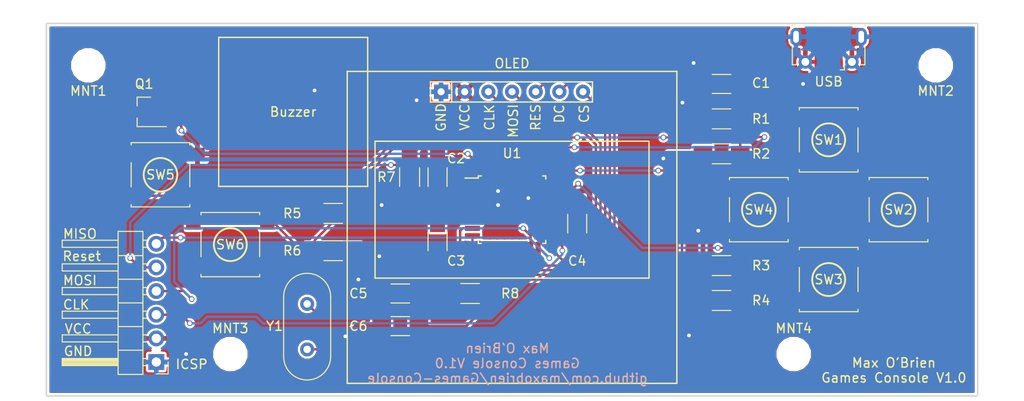
<source format=kicad_pcb>
(kicad_pcb (version 4) (host pcbnew 4.0.7)

  (general
    (links 85)
    (no_connects 0)
    (area 49.924999 79.924999 150.075001 120.075001)
    (thickness 1.6)
    (drawings 18)
    (tracks 272)
    (zones 0)
    (modules 31)
    (nets 33)
  )

  (page A4)
  (layers
    (0 F.Cu signal)
    (31 B.Cu signal)
    (32 B.Adhes user)
    (33 F.Adhes user)
    (34 B.Paste user)
    (35 F.Paste user)
    (36 B.SilkS user)
    (37 F.SilkS user)
    (38 B.Mask user)
    (39 F.Mask user)
    (40 Dwgs.User user)
    (41 Cmts.User user)
    (42 Eco1.User user)
    (43 Eco2.User user)
    (44 Edge.Cuts user)
    (45 Margin user)
    (46 B.CrtYd user)
    (47 F.CrtYd user)
    (48 B.Fab user)
    (49 F.Fab user)
  )

  (setup
    (last_trace_width 0.254)
    (trace_clearance 0.2)
    (zone_clearance 0.508)
    (zone_45_only no)
    (trace_min 0.2)
    (segment_width 0.2)
    (edge_width 0.15)
    (via_size 0.6)
    (via_drill 0.4)
    (via_min_size 0.4)
    (via_min_drill 0.3)
    (uvia_size 0.3)
    (uvia_drill 0.1)
    (uvias_allowed no)
    (uvia_min_size 0.2)
    (uvia_min_drill 0.1)
    (pcb_text_width 0.3)
    (pcb_text_size 1.5 1.5)
    (mod_edge_width 0.15)
    (mod_text_size 1 1)
    (mod_text_width 0.15)
    (pad_size 3.5 3.5)
    (pad_drill 3.5)
    (pad_to_mask_clearance 0.2)
    (aux_axis_origin 0 0)
    (visible_elements 7FFFFFFF)
    (pcbplotparams
      (layerselection 0x010f0_80000001)
      (usegerberextensions true)
      (excludeedgelayer true)
      (linewidth 0.100000)
      (plotframeref false)
      (viasonmask false)
      (mode 1)
      (useauxorigin false)
      (hpglpennumber 1)
      (hpglpenspeed 20)
      (hpglpendiameter 15)
      (hpglpenoverlay 2)
      (psnegative false)
      (psa4output false)
      (plotreference true)
      (plotvalue true)
      (plotinvisibletext false)
      (padsonsilk false)
      (subtractmaskfromsilk false)
      (outputformat 1)
      (mirror false)
      (drillshape 0)
      (scaleselection 1)
      (outputdirectory ""))
  )

  (net 0 "")
  (net 1 "Net-(BZ1-Pad1)")
  (net 2 GND)
  (net 3 "Net-(C5-Pad2)")
  (net 4 "Net-(C6-Pad2)")
  (net 5 "Net-(J1-Pad2)")
  (net 6 "Net-(J1-Pad4)")
  (net 7 "Net-(J1-Pad3)")
  (net 8 CLK)
  (net 9 MOSI)
  (net 10 MISO)
  (net 11 RES)
  (net 12 DC)
  (net 13 CS)
  (net 14 BUZZER)
  (net 15 UP)
  (net 16 RIGHT)
  (net 17 DOWN)
  (net 18 LEFT)
  (net 19 MENU)
  (net 20 SELECT)
  (net 21 "Net-(U1-Pad2)")
  (net 22 "Net-(U1-Pad10)")
  (net 23 "Net-(U1-Pad11)")
  (net 24 "Net-(U1-Pad19)")
  (net 25 "Net-(U1-Pad20)")
  (net 26 "Net-(U1-Pad22)")
  (net 27 "Net-(U1-Pad30)")
  (net 28 "Net-(U1-Pad31)")
  (net 29 "Net-(U1-Pad32)")
  (net 30 +5V)
  (net 31 "Net-(U1-Pad9)")
  (net 32 "Net-(J2-Pad5)")

  (net_class Default "This is the default net class."
    (clearance 0.2)
    (trace_width 0.254)
    (via_dia 0.6)
    (via_drill 0.4)
    (uvia_dia 0.3)
    (uvia_drill 0.1)
    (add_net BUZZER)
    (add_net CLK)
    (add_net CS)
    (add_net DC)
    (add_net DOWN)
    (add_net LEFT)
    (add_net MENU)
    (add_net MISO)
    (add_net MOSI)
    (add_net "Net-(BZ1-Pad1)")
    (add_net "Net-(C5-Pad2)")
    (add_net "Net-(C6-Pad2)")
    (add_net "Net-(J1-Pad2)")
    (add_net "Net-(J1-Pad3)")
    (add_net "Net-(J1-Pad4)")
    (add_net "Net-(J2-Pad5)")
    (add_net "Net-(U1-Pad10)")
    (add_net "Net-(U1-Pad11)")
    (add_net "Net-(U1-Pad19)")
    (add_net "Net-(U1-Pad2)")
    (add_net "Net-(U1-Pad20)")
    (add_net "Net-(U1-Pad22)")
    (add_net "Net-(U1-Pad30)")
    (add_net "Net-(U1-Pad31)")
    (add_net "Net-(U1-Pad32)")
    (add_net "Net-(U1-Pad9)")
    (add_net RES)
    (add_net RIGHT)
    (add_net SELECT)
    (add_net UP)
  )

  (net_class Power ""
    (clearance 0.2)
    (trace_width 0.4)
    (via_dia 0.6)
    (via_drill 0.4)
    (uvia_dia 0.3)
    (uvia_drill 0.1)
    (add_net +5V)
    (add_net GND)
  )

  (module Housings_QFP:TQFP-32_7x7mm_Pitch0.8mm (layer F.Cu) (tedit 58CC9A48) (tstamp 5A045C84)
    (at 100 100)
    (descr "32-Lead Plastic Thin Quad Flatpack (PT) - 7x7x1.0 mm Body, 2.00 mm [TQFP] (see Microchip Packaging Specification 00000049BS.pdf)")
    (tags "QFP 0.8")
    (path /59FB9251)
    (attr smd)
    (fp_text reference U1 (at 0 -6.05) (layer F.SilkS)
      (effects (font (size 1 1) (thickness 0.15)))
    )
    (fp_text value ATMEGA328P-AU (at 0 6.05) (layer F.Fab)
      (effects (font (size 1 1) (thickness 0.15)))
    )
    (fp_text user %R (at 0 -2) (layer F.Fab)
      (effects (font (size 1 1) (thickness 0.15)))
    )
    (fp_line (start -2.5 -3.5) (end 3.5 -3.5) (layer F.Fab) (width 0.15))
    (fp_line (start 3.5 -3.5) (end 3.5 3.5) (layer F.Fab) (width 0.15))
    (fp_line (start 3.5 3.5) (end -3.5 3.5) (layer F.Fab) (width 0.15))
    (fp_line (start -3.5 3.5) (end -3.5 -2.5) (layer F.Fab) (width 0.15))
    (fp_line (start -3.5 -2.5) (end -2.5 -3.5) (layer F.Fab) (width 0.15))
    (fp_line (start -5.3 -5.3) (end -5.3 5.3) (layer F.CrtYd) (width 0.05))
    (fp_line (start 5.3 -5.3) (end 5.3 5.3) (layer F.CrtYd) (width 0.05))
    (fp_line (start -5.3 -5.3) (end 5.3 -5.3) (layer F.CrtYd) (width 0.05))
    (fp_line (start -5.3 5.3) (end 5.3 5.3) (layer F.CrtYd) (width 0.05))
    (fp_line (start -3.625 -3.625) (end -3.625 -3.4) (layer F.SilkS) (width 0.15))
    (fp_line (start 3.625 -3.625) (end 3.625 -3.3) (layer F.SilkS) (width 0.15))
    (fp_line (start 3.625 3.625) (end 3.625 3.3) (layer F.SilkS) (width 0.15))
    (fp_line (start -3.625 3.625) (end -3.625 3.3) (layer F.SilkS) (width 0.15))
    (fp_line (start -3.625 -3.625) (end -3.3 -3.625) (layer F.SilkS) (width 0.15))
    (fp_line (start -3.625 3.625) (end -3.3 3.625) (layer F.SilkS) (width 0.15))
    (fp_line (start 3.625 3.625) (end 3.3 3.625) (layer F.SilkS) (width 0.15))
    (fp_line (start 3.625 -3.625) (end 3.3 -3.625) (layer F.SilkS) (width 0.15))
    (fp_line (start -3.625 -3.4) (end -5.05 -3.4) (layer F.SilkS) (width 0.15))
    (pad 1 smd rect (at -4.25 -2.8) (size 1.6 0.55) (layers F.Cu F.Paste F.Mask)
      (net 14 BUZZER))
    (pad 2 smd rect (at -4.25 -2) (size 1.6 0.55) (layers F.Cu F.Paste F.Mask)
      (net 21 "Net-(U1-Pad2)"))
    (pad 3 smd rect (at -4.25 -1.2) (size 1.6 0.55) (layers F.Cu F.Paste F.Mask)
      (net 2 GND))
    (pad 4 smd rect (at -4.25 -0.4) (size 1.6 0.55) (layers F.Cu F.Paste F.Mask)
      (net 30 +5V))
    (pad 5 smd rect (at -4.25 0.4) (size 1.6 0.55) (layers F.Cu F.Paste F.Mask)
      (net 2 GND))
    (pad 6 smd rect (at -4.25 1.2) (size 1.6 0.55) (layers F.Cu F.Paste F.Mask)
      (net 30 +5V))
    (pad 7 smd rect (at -4.25 2) (size 1.6 0.55) (layers F.Cu F.Paste F.Mask)
      (net 3 "Net-(C5-Pad2)"))
    (pad 8 smd rect (at -4.25 2.8) (size 1.6 0.55) (layers F.Cu F.Paste F.Mask)
      (net 4 "Net-(C6-Pad2)"))
    (pad 9 smd rect (at -2.8 4.25 90) (size 1.6 0.55) (layers F.Cu F.Paste F.Mask)
      (net 31 "Net-(U1-Pad9)"))
    (pad 10 smd rect (at -2 4.25 90) (size 1.6 0.55) (layers F.Cu F.Paste F.Mask)
      (net 22 "Net-(U1-Pad10)"))
    (pad 11 smd rect (at -1.2 4.25 90) (size 1.6 0.55) (layers F.Cu F.Paste F.Mask)
      (net 23 "Net-(U1-Pad11)"))
    (pad 12 smd rect (at -0.4 4.25 90) (size 1.6 0.55) (layers F.Cu F.Paste F.Mask)
      (net 11 RES))
    (pad 13 smd rect (at 0.4 4.25 90) (size 1.6 0.55) (layers F.Cu F.Paste F.Mask)
      (net 12 DC))
    (pad 14 smd rect (at 1.2 4.25 90) (size 1.6 0.55) (layers F.Cu F.Paste F.Mask)
      (net 13 CS))
    (pad 15 smd rect (at 2 4.25 90) (size 1.6 0.55) (layers F.Cu F.Paste F.Mask)
      (net 9 MOSI))
    (pad 16 smd rect (at 2.8 4.25 90) (size 1.6 0.55) (layers F.Cu F.Paste F.Mask)
      (net 10 MISO))
    (pad 17 smd rect (at 4.25 2.8) (size 1.6 0.55) (layers F.Cu F.Paste F.Mask)
      (net 8 CLK))
    (pad 18 smd rect (at 4.25 2) (size 1.6 0.55) (layers F.Cu F.Paste F.Mask)
      (net 30 +5V))
    (pad 19 smd rect (at 4.25 1.2) (size 1.6 0.55) (layers F.Cu F.Paste F.Mask)
      (net 24 "Net-(U1-Pad19)"))
    (pad 20 smd rect (at 4.25 0.4) (size 1.6 0.55) (layers F.Cu F.Paste F.Mask)
      (net 25 "Net-(U1-Pad20)"))
    (pad 21 smd rect (at 4.25 -0.4) (size 1.6 0.55) (layers F.Cu F.Paste F.Mask)
      (net 2 GND))
    (pad 22 smd rect (at 4.25 -1.2) (size 1.6 0.55) (layers F.Cu F.Paste F.Mask)
      (net 26 "Net-(U1-Pad22)"))
    (pad 23 smd rect (at 4.25 -2) (size 1.6 0.55) (layers F.Cu F.Paste F.Mask)
      (net 17 DOWN))
    (pad 24 smd rect (at 4.25 -2.8) (size 1.6 0.55) (layers F.Cu F.Paste F.Mask)
      (net 18 LEFT))
    (pad 25 smd rect (at 2.8 -4.25 90) (size 1.6 0.55) (layers F.Cu F.Paste F.Mask)
      (net 15 UP))
    (pad 26 smd rect (at 2 -4.25 90) (size 1.6 0.55) (layers F.Cu F.Paste F.Mask)
      (net 16 RIGHT))
    (pad 27 smd rect (at 1.2 -4.25 90) (size 1.6 0.55) (layers F.Cu F.Paste F.Mask)
      (net 19 MENU))
    (pad 28 smd rect (at 0.4 -4.25 90) (size 1.6 0.55) (layers F.Cu F.Paste F.Mask)
      (net 20 SELECT))
    (pad 29 smd rect (at -0.4 -4.25 90) (size 1.6 0.55) (layers F.Cu F.Paste F.Mask)
      (net 32 "Net-(J2-Pad5)"))
    (pad 30 smd rect (at -1.2 -4.25 90) (size 1.6 0.55) (layers F.Cu F.Paste F.Mask)
      (net 27 "Net-(U1-Pad30)"))
    (pad 31 smd rect (at -2 -4.25 90) (size 1.6 0.55) (layers F.Cu F.Paste F.Mask)
      (net 28 "Net-(U1-Pad31)"))
    (pad 32 smd rect (at -2.8 -4.25 90) (size 1.6 0.55) (layers F.Cu F.Paste F.Mask)
      (net 29 "Net-(U1-Pad32)"))
    (model ${KISYS3DMOD}/Housings_QFP.3dshapes/TQFP-32_7x7mm_Pitch0.8mm.wrl
      (at (xyz 0 0 0))
      (scale (xyz 1 1 1))
      (rotate (xyz 0 0 0))
    )
  )

  (module Buttons_Switches_SMD:SW_SPST_B3S-1000 (layer F.Cu) (tedit 58724047) (tstamp 5A045C60)
    (at 69.75 103.75 180)
    (descr "Surface Mount Tactile Switch for High-Density Packaging")
    (tags "Tactile Switch")
    (path /59FBA520)
    (attr smd)
    (fp_text reference SW6 (at 0 0 180) (layer F.SilkS)
      (effects (font (size 1 1) (thickness 0.15)))
    )
    (fp_text value SW_Push (at 0 4.5 180) (layer F.Fab)
      (effects (font (size 1 1) (thickness 0.15)))
    )
    (fp_text user %R (at 0 -4.5 180) (layer F.Fab)
      (effects (font (size 1 1) (thickness 0.15)))
    )
    (fp_line (start -5 3.7) (end 5 3.7) (layer F.CrtYd) (width 0.05))
    (fp_line (start 5 3.7) (end 5 -3.7) (layer F.CrtYd) (width 0.05))
    (fp_line (start 5 -3.7) (end -5 -3.7) (layer F.CrtYd) (width 0.05))
    (fp_line (start -5 -3.7) (end -5 3.7) (layer F.CrtYd) (width 0.05))
    (fp_line (start -3.15 -3.2) (end -3.15 -3.45) (layer F.SilkS) (width 0.12))
    (fp_line (start -3.15 -3.45) (end 3.15 -3.45) (layer F.SilkS) (width 0.12))
    (fp_line (start 3.15 -3.45) (end 3.15 -3.2) (layer F.SilkS) (width 0.12))
    (fp_line (start -3.15 1.3) (end -3.15 -1.3) (layer F.SilkS) (width 0.12))
    (fp_line (start 3.15 3.2) (end 3.15 3.45) (layer F.SilkS) (width 0.12))
    (fp_line (start 3.15 3.45) (end -3.15 3.45) (layer F.SilkS) (width 0.12))
    (fp_line (start -3.15 3.45) (end -3.15 3.2) (layer F.SilkS) (width 0.12))
    (fp_line (start 3.15 -1.3) (end 3.15 1.3) (layer F.SilkS) (width 0.12))
    (fp_circle (center 0 0) (end 1.65 0) (layer F.Fab) (width 0.1))
    (fp_line (start -3 -3.3) (end 3 -3.3) (layer F.Fab) (width 0.1))
    (fp_line (start 3 -3.3) (end 3 3.3) (layer F.Fab) (width 0.1))
    (fp_line (start 3 3.3) (end -3 3.3) (layer F.Fab) (width 0.1))
    (fp_line (start -3 3.3) (end -3 -3.3) (layer F.Fab) (width 0.1))
    (pad 1 smd rect (at -3.975 -2.25 180) (size 1.55 1.3) (layers F.Cu F.Paste F.Mask)
      (net 30 +5V))
    (pad 1 smd rect (at 3.975 -2.25 180) (size 1.55 1.3) (layers F.Cu F.Paste F.Mask)
      (net 30 +5V))
    (pad 2 smd rect (at -3.975 2.25 180) (size 1.55 1.3) (layers F.Cu F.Paste F.Mask)
      (net 20 SELECT))
    (pad 2 smd rect (at 3.975 2.25 180) (size 1.55 1.3) (layers F.Cu F.Paste F.Mask)
      (net 20 SELECT))
    (model ${KISYS3DMOD}/Buttons_Switches_SMD.3dshapes/SW_SPST_B3S-1000.wrl
      (at (xyz 0 0 0))
      (scale (xyz 1 1 1))
      (rotate (xyz 0 0 0))
    )
    (model Buttons_Switches_SMD.3dshapes/SW_SPST_EVQQ2_03W.wrl
      (at (xyz 0 0 0))
      (scale (xyz 1 1 1))
      (rotate (xyz 0 0 0))
    )
  )

  (module Resistors_SMD:R_1206_HandSoldering (layer F.Cu) (tedit 58E0A804) (tstamp 5A045C30)
    (at 95.5 109)
    (descr "Resistor SMD 1206, hand soldering")
    (tags "resistor 1206")
    (path /5A00D23C)
    (attr smd)
    (fp_text reference R8 (at 4.3 0 180) (layer F.SilkS)
      (effects (font (size 1 1) (thickness 0.15)))
    )
    (fp_text value 1M (at 0 1.9) (layer F.Fab)
      (effects (font (size 1 1) (thickness 0.15)))
    )
    (fp_text user %R (at 0 0) (layer F.Fab)
      (effects (font (size 0.7 0.7) (thickness 0.105)))
    )
    (fp_line (start -1.6 0.8) (end -1.6 -0.8) (layer F.Fab) (width 0.1))
    (fp_line (start 1.6 0.8) (end -1.6 0.8) (layer F.Fab) (width 0.1))
    (fp_line (start 1.6 -0.8) (end 1.6 0.8) (layer F.Fab) (width 0.1))
    (fp_line (start -1.6 -0.8) (end 1.6 -0.8) (layer F.Fab) (width 0.1))
    (fp_line (start 1 1.07) (end -1 1.07) (layer F.SilkS) (width 0.12))
    (fp_line (start -1 -1.07) (end 1 -1.07) (layer F.SilkS) (width 0.12))
    (fp_line (start -3.25 -1.11) (end 3.25 -1.11) (layer F.CrtYd) (width 0.05))
    (fp_line (start -3.25 -1.11) (end -3.25 1.1) (layer F.CrtYd) (width 0.05))
    (fp_line (start 3.25 1.1) (end 3.25 -1.11) (layer F.CrtYd) (width 0.05))
    (fp_line (start 3.25 1.1) (end -3.25 1.1) (layer F.CrtYd) (width 0.05))
    (pad 1 smd rect (at -2 0) (size 2 1.7) (layers F.Cu F.Paste F.Mask)
      (net 3 "Net-(C5-Pad2)"))
    (pad 2 smd rect (at 2 0) (size 2 1.7) (layers F.Cu F.Paste F.Mask)
      (net 4 "Net-(C6-Pad2)"))
    (model ${KISYS3DMOD}/Resistors_SMD.3dshapes/R_1206.wrl
      (at (xyz 0 0 0))
      (scale (xyz 1 1 1))
      (rotate (xyz 0 0 0))
    )
  )

  (module Resistors_SMD:R_1206_HandSoldering (layer F.Cu) (tedit 58E0A804) (tstamp 5A045C1F)
    (at 89 96.5 270)
    (descr "Resistor SMD 1206, hand soldering")
    (tags "resistor 1206")
    (path /59FFA67E)
    (attr smd)
    (fp_text reference R7 (at 0 2.5 540) (layer F.SilkS)
      (effects (font (size 1 1) (thickness 0.15)))
    )
    (fp_text value 10k (at 0 1.9 270) (layer F.Fab)
      (effects (font (size 1 1) (thickness 0.15)))
    )
    (fp_text user %R (at 0 0 270) (layer F.Fab)
      (effects (font (size 0.7 0.7) (thickness 0.105)))
    )
    (fp_line (start -1.6 0.8) (end -1.6 -0.8) (layer F.Fab) (width 0.1))
    (fp_line (start 1.6 0.8) (end -1.6 0.8) (layer F.Fab) (width 0.1))
    (fp_line (start 1.6 -0.8) (end 1.6 0.8) (layer F.Fab) (width 0.1))
    (fp_line (start -1.6 -0.8) (end 1.6 -0.8) (layer F.Fab) (width 0.1))
    (fp_line (start 1 1.07) (end -1 1.07) (layer F.SilkS) (width 0.12))
    (fp_line (start -1 -1.07) (end 1 -1.07) (layer F.SilkS) (width 0.12))
    (fp_line (start -3.25 -1.11) (end 3.25 -1.11) (layer F.CrtYd) (width 0.05))
    (fp_line (start -3.25 -1.11) (end -3.25 1.1) (layer F.CrtYd) (width 0.05))
    (fp_line (start 3.25 1.1) (end 3.25 -1.11) (layer F.CrtYd) (width 0.05))
    (fp_line (start 3.25 1.1) (end -3.25 1.1) (layer F.CrtYd) (width 0.05))
    (pad 1 smd rect (at -2 0 270) (size 2 1.7) (layers F.Cu F.Paste F.Mask)
      (net 32 "Net-(J2-Pad5)"))
    (pad 2 smd rect (at 2 0 270) (size 2 1.7) (layers F.Cu F.Paste F.Mask)
      (net 30 +5V))
    (model ${KISYS3DMOD}/Resistors_SMD.3dshapes/R_1206.wrl
      (at (xyz 0 0 0))
      (scale (xyz 1 1 1))
      (rotate (xyz 0 0 0))
    )
  )

  (module Resistors_SMD:R_1206_HandSoldering (layer F.Cu) (tedit 58E0A804) (tstamp 5A045C0E)
    (at 80.8 104.4 180)
    (descr "Resistor SMD 1206, hand soldering")
    (tags "resistor 1206")
    (path /59FBA526)
    (attr smd)
    (fp_text reference R6 (at 4.4 0 180) (layer F.SilkS)
      (effects (font (size 1 1) (thickness 0.15)))
    )
    (fp_text value 10k (at 0 1.9 180) (layer F.Fab)
      (effects (font (size 1 1) (thickness 0.15)))
    )
    (fp_text user %R (at 0 0 180) (layer F.Fab)
      (effects (font (size 0.7 0.7) (thickness 0.105)))
    )
    (fp_line (start -1.6 0.8) (end -1.6 -0.8) (layer F.Fab) (width 0.1))
    (fp_line (start 1.6 0.8) (end -1.6 0.8) (layer F.Fab) (width 0.1))
    (fp_line (start 1.6 -0.8) (end 1.6 0.8) (layer F.Fab) (width 0.1))
    (fp_line (start -1.6 -0.8) (end 1.6 -0.8) (layer F.Fab) (width 0.1))
    (fp_line (start 1 1.07) (end -1 1.07) (layer F.SilkS) (width 0.12))
    (fp_line (start -1 -1.07) (end 1 -1.07) (layer F.SilkS) (width 0.12))
    (fp_line (start -3.25 -1.11) (end 3.25 -1.11) (layer F.CrtYd) (width 0.05))
    (fp_line (start -3.25 -1.11) (end -3.25 1.1) (layer F.CrtYd) (width 0.05))
    (fp_line (start 3.25 1.1) (end 3.25 -1.11) (layer F.CrtYd) (width 0.05))
    (fp_line (start 3.25 1.1) (end -3.25 1.1) (layer F.CrtYd) (width 0.05))
    (pad 1 smd rect (at -2 0 180) (size 2 1.7) (layers F.Cu F.Paste F.Mask)
      (net 2 GND))
    (pad 2 smd rect (at 2 0 180) (size 2 1.7) (layers F.Cu F.Paste F.Mask)
      (net 20 SELECT))
    (model ${KISYS3DMOD}/Resistors_SMD.3dshapes/R_1206.wrl
      (at (xyz 0 0 0))
      (scale (xyz 1 1 1))
      (rotate (xyz 0 0 0))
    )
  )

  (module Resistors_SMD:R_1206_HandSoldering (layer F.Cu) (tedit 58E0A804) (tstamp 5A045BFD)
    (at 80.8 100.4 180)
    (descr "Resistor SMD 1206, hand soldering")
    (tags "resistor 1206")
    (path /59FBA51A)
    (attr smd)
    (fp_text reference R5 (at 4.4 0 180) (layer F.SilkS)
      (effects (font (size 1 1) (thickness 0.15)))
    )
    (fp_text value 10k (at 0 1.9 180) (layer F.Fab)
      (effects (font (size 1 1) (thickness 0.15)))
    )
    (fp_text user %R (at 0 0 180) (layer F.Fab)
      (effects (font (size 0.7 0.7) (thickness 0.105)))
    )
    (fp_line (start -1.6 0.8) (end -1.6 -0.8) (layer F.Fab) (width 0.1))
    (fp_line (start 1.6 0.8) (end -1.6 0.8) (layer F.Fab) (width 0.1))
    (fp_line (start 1.6 -0.8) (end 1.6 0.8) (layer F.Fab) (width 0.1))
    (fp_line (start -1.6 -0.8) (end 1.6 -0.8) (layer F.Fab) (width 0.1))
    (fp_line (start 1 1.07) (end -1 1.07) (layer F.SilkS) (width 0.12))
    (fp_line (start -1 -1.07) (end 1 -1.07) (layer F.SilkS) (width 0.12))
    (fp_line (start -3.25 -1.11) (end 3.25 -1.11) (layer F.CrtYd) (width 0.05))
    (fp_line (start -3.25 -1.11) (end -3.25 1.1) (layer F.CrtYd) (width 0.05))
    (fp_line (start 3.25 1.1) (end 3.25 -1.11) (layer F.CrtYd) (width 0.05))
    (fp_line (start 3.25 1.1) (end -3.25 1.1) (layer F.CrtYd) (width 0.05))
    (pad 1 smd rect (at -2 0 180) (size 2 1.7) (layers F.Cu F.Paste F.Mask)
      (net 2 GND))
    (pad 2 smd rect (at 2 0 180) (size 2 1.7) (layers F.Cu F.Paste F.Mask)
      (net 19 MENU))
    (model ${KISYS3DMOD}/Resistors_SMD.3dshapes/R_1206.wrl
      (at (xyz 0 0 0))
      (scale (xyz 1 1 1))
      (rotate (xyz 0 0 0))
    )
  )

  (module Resistors_SMD:R_1206_HandSoldering (layer F.Cu) (tedit 58E0A804) (tstamp 5A045BEC)
    (at 122.5 109.75)
    (descr "Resistor SMD 1206, hand soldering")
    (tags "resistor 1206")
    (path /59FBA264)
    (attr smd)
    (fp_text reference R4 (at 4.25 0) (layer F.SilkS)
      (effects (font (size 1 1) (thickness 0.15)))
    )
    (fp_text value 10k (at 0 1.9) (layer F.Fab)
      (effects (font (size 1 1) (thickness 0.15)))
    )
    (fp_text user %R (at 0 0) (layer F.Fab)
      (effects (font (size 0.7 0.7) (thickness 0.105)))
    )
    (fp_line (start -1.6 0.8) (end -1.6 -0.8) (layer F.Fab) (width 0.1))
    (fp_line (start 1.6 0.8) (end -1.6 0.8) (layer F.Fab) (width 0.1))
    (fp_line (start 1.6 -0.8) (end 1.6 0.8) (layer F.Fab) (width 0.1))
    (fp_line (start -1.6 -0.8) (end 1.6 -0.8) (layer F.Fab) (width 0.1))
    (fp_line (start 1 1.07) (end -1 1.07) (layer F.SilkS) (width 0.12))
    (fp_line (start -1 -1.07) (end 1 -1.07) (layer F.SilkS) (width 0.12))
    (fp_line (start -3.25 -1.11) (end 3.25 -1.11) (layer F.CrtYd) (width 0.05))
    (fp_line (start -3.25 -1.11) (end -3.25 1.1) (layer F.CrtYd) (width 0.05))
    (fp_line (start 3.25 1.1) (end 3.25 -1.11) (layer F.CrtYd) (width 0.05))
    (fp_line (start 3.25 1.1) (end -3.25 1.1) (layer F.CrtYd) (width 0.05))
    (pad 1 smd rect (at -2 0) (size 2 1.7) (layers F.Cu F.Paste F.Mask)
      (net 2 GND))
    (pad 2 smd rect (at 2 0) (size 2 1.7) (layers F.Cu F.Paste F.Mask)
      (net 18 LEFT))
    (model ${KISYS3DMOD}/Resistors_SMD.3dshapes/R_1206.wrl
      (at (xyz 0 0 0))
      (scale (xyz 1 1 1))
      (rotate (xyz 0 0 0))
    )
  )

  (module Resistors_SMD:R_1206_HandSoldering (layer F.Cu) (tedit 58E0A804) (tstamp 5A045BDB)
    (at 122.5 106)
    (descr "Resistor SMD 1206, hand soldering")
    (tags "resistor 1206")
    (path /59FBA258)
    (attr smd)
    (fp_text reference R3 (at 4.25 0) (layer F.SilkS)
      (effects (font (size 1 1) (thickness 0.15)))
    )
    (fp_text value 10k (at 0 1.9) (layer F.Fab)
      (effects (font (size 1 1) (thickness 0.15)))
    )
    (fp_text user %R (at 0 0) (layer F.Fab)
      (effects (font (size 0.7 0.7) (thickness 0.105)))
    )
    (fp_line (start -1.6 0.8) (end -1.6 -0.8) (layer F.Fab) (width 0.1))
    (fp_line (start 1.6 0.8) (end -1.6 0.8) (layer F.Fab) (width 0.1))
    (fp_line (start 1.6 -0.8) (end 1.6 0.8) (layer F.Fab) (width 0.1))
    (fp_line (start -1.6 -0.8) (end 1.6 -0.8) (layer F.Fab) (width 0.1))
    (fp_line (start 1 1.07) (end -1 1.07) (layer F.SilkS) (width 0.12))
    (fp_line (start -1 -1.07) (end 1 -1.07) (layer F.SilkS) (width 0.12))
    (fp_line (start -3.25 -1.11) (end 3.25 -1.11) (layer F.CrtYd) (width 0.05))
    (fp_line (start -3.25 -1.11) (end -3.25 1.1) (layer F.CrtYd) (width 0.05))
    (fp_line (start 3.25 1.1) (end 3.25 -1.11) (layer F.CrtYd) (width 0.05))
    (fp_line (start 3.25 1.1) (end -3.25 1.1) (layer F.CrtYd) (width 0.05))
    (pad 1 smd rect (at -2 0) (size 2 1.7) (layers F.Cu F.Paste F.Mask)
      (net 2 GND))
    (pad 2 smd rect (at 2 0) (size 2 1.7) (layers F.Cu F.Paste F.Mask)
      (net 17 DOWN))
    (model ${KISYS3DMOD}/Resistors_SMD.3dshapes/R_1206.wrl
      (at (xyz 0 0 0))
      (scale (xyz 1 1 1))
      (rotate (xyz 0 0 0))
    )
  )

  (module Resistors_SMD:R_1206_HandSoldering (layer F.Cu) (tedit 58E0A804) (tstamp 5A045BCA)
    (at 122.5 94)
    (descr "Resistor SMD 1206, hand soldering")
    (tags "resistor 1206")
    (path /59FBA060)
    (attr smd)
    (fp_text reference R2 (at 4.25 0) (layer F.SilkS)
      (effects (font (size 1 1) (thickness 0.15)))
    )
    (fp_text value 10k (at 0 1.9) (layer F.Fab)
      (effects (font (size 1 1) (thickness 0.15)))
    )
    (fp_text user %R (at 0 0) (layer F.Fab)
      (effects (font (size 0.7 0.7) (thickness 0.105)))
    )
    (fp_line (start -1.6 0.8) (end -1.6 -0.8) (layer F.Fab) (width 0.1))
    (fp_line (start 1.6 0.8) (end -1.6 0.8) (layer F.Fab) (width 0.1))
    (fp_line (start 1.6 -0.8) (end 1.6 0.8) (layer F.Fab) (width 0.1))
    (fp_line (start -1.6 -0.8) (end 1.6 -0.8) (layer F.Fab) (width 0.1))
    (fp_line (start 1 1.07) (end -1 1.07) (layer F.SilkS) (width 0.12))
    (fp_line (start -1 -1.07) (end 1 -1.07) (layer F.SilkS) (width 0.12))
    (fp_line (start -3.25 -1.11) (end 3.25 -1.11) (layer F.CrtYd) (width 0.05))
    (fp_line (start -3.25 -1.11) (end -3.25 1.1) (layer F.CrtYd) (width 0.05))
    (fp_line (start 3.25 1.1) (end 3.25 -1.11) (layer F.CrtYd) (width 0.05))
    (fp_line (start 3.25 1.1) (end -3.25 1.1) (layer F.CrtYd) (width 0.05))
    (pad 1 smd rect (at -2 0) (size 2 1.7) (layers F.Cu F.Paste F.Mask)
      (net 2 GND))
    (pad 2 smd rect (at 2 0) (size 2 1.7) (layers F.Cu F.Paste F.Mask)
      (net 16 RIGHT))
    (model ${KISYS3DMOD}/Resistors_SMD.3dshapes/R_1206.wrl
      (at (xyz 0 0 0))
      (scale (xyz 1 1 1))
      (rotate (xyz 0 0 0))
    )
  )

  (module Resistors_SMD:R_1206_HandSoldering (layer F.Cu) (tedit 58E0A804) (tstamp 5A045BB9)
    (at 122.5 90.25)
    (descr "Resistor SMD 1206, hand soldering")
    (tags "resistor 1206")
    (path /59FB9980)
    (attr smd)
    (fp_text reference R1 (at 4.25 0) (layer F.SilkS)
      (effects (font (size 1 1) (thickness 0.15)))
    )
    (fp_text value 10k (at 0 1.9) (layer F.Fab)
      (effects (font (size 1 1) (thickness 0.15)))
    )
    (fp_text user %R (at 0 0) (layer F.Fab)
      (effects (font (size 0.7 0.7) (thickness 0.105)))
    )
    (fp_line (start -1.6 0.8) (end -1.6 -0.8) (layer F.Fab) (width 0.1))
    (fp_line (start 1.6 0.8) (end -1.6 0.8) (layer F.Fab) (width 0.1))
    (fp_line (start 1.6 -0.8) (end 1.6 0.8) (layer F.Fab) (width 0.1))
    (fp_line (start -1.6 -0.8) (end 1.6 -0.8) (layer F.Fab) (width 0.1))
    (fp_line (start 1 1.07) (end -1 1.07) (layer F.SilkS) (width 0.12))
    (fp_line (start -1 -1.07) (end 1 -1.07) (layer F.SilkS) (width 0.12))
    (fp_line (start -3.25 -1.11) (end 3.25 -1.11) (layer F.CrtYd) (width 0.05))
    (fp_line (start -3.25 -1.11) (end -3.25 1.1) (layer F.CrtYd) (width 0.05))
    (fp_line (start 3.25 1.1) (end 3.25 -1.11) (layer F.CrtYd) (width 0.05))
    (fp_line (start 3.25 1.1) (end -3.25 1.1) (layer F.CrtYd) (width 0.05))
    (pad 1 smd rect (at -2 0) (size 2 1.7) (layers F.Cu F.Paste F.Mask)
      (net 2 GND))
    (pad 2 smd rect (at 2 0) (size 2 1.7) (layers F.Cu F.Paste F.Mask)
      (net 15 UP))
    (model ${KISYS3DMOD}/Resistors_SMD.3dshapes/R_1206.wrl
      (at (xyz 0 0 0))
      (scale (xyz 1 1 1))
      (rotate (xyz 0 0 0))
    )
  )

  (module TO_SOT_Packages_SMD:SOT-23_Handsoldering (layer F.Cu) (tedit 58CE4E7E) (tstamp 5A045BA8)
    (at 60.5 89.5 180)
    (descr "SOT-23, Handsoldering")
    (tags SOT-23)
    (path /59FE3C17)
    (attr smd)
    (fp_text reference Q1 (at 0 3 180) (layer F.SilkS)
      (effects (font (size 1 1) (thickness 0.15)))
    )
    (fp_text value 2N7002 (at 0 2.5 180) (layer F.Fab)
      (effects (font (size 1 1) (thickness 0.15)))
    )
    (fp_text user %R (at 0 0 270) (layer F.Fab)
      (effects (font (size 0.5 0.5) (thickness 0.075)))
    )
    (fp_line (start 0.76 1.58) (end 0.76 0.65) (layer F.SilkS) (width 0.12))
    (fp_line (start 0.76 -1.58) (end 0.76 -0.65) (layer F.SilkS) (width 0.12))
    (fp_line (start -2.7 -1.75) (end 2.7 -1.75) (layer F.CrtYd) (width 0.05))
    (fp_line (start 2.7 -1.75) (end 2.7 1.75) (layer F.CrtYd) (width 0.05))
    (fp_line (start 2.7 1.75) (end -2.7 1.75) (layer F.CrtYd) (width 0.05))
    (fp_line (start -2.7 1.75) (end -2.7 -1.75) (layer F.CrtYd) (width 0.05))
    (fp_line (start 0.76 -1.58) (end -2.4 -1.58) (layer F.SilkS) (width 0.12))
    (fp_line (start -0.7 -0.95) (end -0.7 1.5) (layer F.Fab) (width 0.1))
    (fp_line (start -0.15 -1.52) (end 0.7 -1.52) (layer F.Fab) (width 0.1))
    (fp_line (start -0.7 -0.95) (end -0.15 -1.52) (layer F.Fab) (width 0.1))
    (fp_line (start 0.7 -1.52) (end 0.7 1.52) (layer F.Fab) (width 0.1))
    (fp_line (start -0.7 1.52) (end 0.7 1.52) (layer F.Fab) (width 0.1))
    (fp_line (start 0.76 1.58) (end -0.7 1.58) (layer F.SilkS) (width 0.12))
    (pad 1 smd rect (at -1.5 -0.95 180) (size 1.9 0.8) (layers F.Cu F.Paste F.Mask)
      (net 14 BUZZER))
    (pad 2 smd rect (at -1.5 0.95 180) (size 1.9 0.8) (layers F.Cu F.Paste F.Mask)
      (net 1 "Net-(BZ1-Pad1)"))
    (pad 3 smd rect (at 1.5 0 180) (size 1.9 0.8) (layers F.Cu F.Paste F.Mask)
      (net 30 +5V))
    (model ${KISYS3DMOD}/TO_SOT_Packages_SMD.3dshapes\SOT-23.wrl
      (at (xyz 0 0 0))
      (scale (xyz 1 1 1))
      (rotate (xyz 0 0 0))
    )
  )

  (module Pin_Headers:Pin_Header_Angled_1x06_Pitch2.54mm (layer F.Cu) (tedit 5A08D991) (tstamp 5A045B78)
    (at 61.8 116.36 180)
    (descr "Through hole angled pin header, 1x06, 2.54mm pitch, 6mm pin length, single row")
    (tags "Through hole angled pin header THT 1x06 2.54mm single row")
    (path /5A004D0B)
    (fp_text reference ICSP (at -3.8 -0.24 360) (layer F.SilkS)
      (effects (font (size 1 1) (thickness 0.15)))
    )
    (fp_text value Conn_01x06_Male (at 3.5 -2.34 180) (layer F.Fab)
      (effects (font (size 1 1) (thickness 0.15)))
    )
    (fp_line (start 2.135 -1.27) (end 4.04 -1.27) (layer F.Fab) (width 0.1))
    (fp_line (start 4.04 -1.27) (end 4.04 13.97) (layer F.Fab) (width 0.1))
    (fp_line (start 4.04 13.97) (end 1.5 13.97) (layer F.Fab) (width 0.1))
    (fp_line (start 1.5 13.97) (end 1.5 -0.635) (layer F.Fab) (width 0.1))
    (fp_line (start 1.5 -0.635) (end 2.135 -1.27) (layer F.Fab) (width 0.1))
    (fp_line (start -0.32 -0.32) (end 1.5 -0.32) (layer F.Fab) (width 0.1))
    (fp_line (start -0.32 -0.32) (end -0.32 0.32) (layer F.Fab) (width 0.1))
    (fp_line (start -0.32 0.32) (end 1.5 0.32) (layer F.Fab) (width 0.1))
    (fp_line (start 4.04 -0.32) (end 10.04 -0.32) (layer F.Fab) (width 0.1))
    (fp_line (start 10.04 -0.32) (end 10.04 0.32) (layer F.Fab) (width 0.1))
    (fp_line (start 4.04 0.32) (end 10.04 0.32) (layer F.Fab) (width 0.1))
    (fp_line (start -0.32 2.22) (end 1.5 2.22) (layer F.Fab) (width 0.1))
    (fp_line (start -0.32 2.22) (end -0.32 2.86) (layer F.Fab) (width 0.1))
    (fp_line (start -0.32 2.86) (end 1.5 2.86) (layer F.Fab) (width 0.1))
    (fp_line (start 4.04 2.22) (end 10.04 2.22) (layer F.Fab) (width 0.1))
    (fp_line (start 10.04 2.22) (end 10.04 2.86) (layer F.Fab) (width 0.1))
    (fp_line (start 4.04 2.86) (end 10.04 2.86) (layer F.Fab) (width 0.1))
    (fp_line (start -0.32 4.76) (end 1.5 4.76) (layer F.Fab) (width 0.1))
    (fp_line (start -0.32 4.76) (end -0.32 5.4) (layer F.Fab) (width 0.1))
    (fp_line (start -0.32 5.4) (end 1.5 5.4) (layer F.Fab) (width 0.1))
    (fp_line (start 4.04 4.76) (end 10.04 4.76) (layer F.Fab) (width 0.1))
    (fp_line (start 10.04 4.76) (end 10.04 5.4) (layer F.Fab) (width 0.1))
    (fp_line (start 4.04 5.4) (end 10.04 5.4) (layer F.Fab) (width 0.1))
    (fp_line (start -0.32 7.3) (end 1.5 7.3) (layer F.Fab) (width 0.1))
    (fp_line (start -0.32 7.3) (end -0.32 7.94) (layer F.Fab) (width 0.1))
    (fp_line (start -0.32 7.94) (end 1.5 7.94) (layer F.Fab) (width 0.1))
    (fp_line (start 4.04 7.3) (end 10.04 7.3) (layer F.Fab) (width 0.1))
    (fp_line (start 10.04 7.3) (end 10.04 7.94) (layer F.Fab) (width 0.1))
    (fp_line (start 4.04 7.94) (end 10.04 7.94) (layer F.Fab) (width 0.1))
    (fp_line (start -0.32 9.84) (end 1.5 9.84) (layer F.Fab) (width 0.1))
    (fp_line (start -0.32 9.84) (end -0.32 10.48) (layer F.Fab) (width 0.1))
    (fp_line (start -0.32 10.48) (end 1.5 10.48) (layer F.Fab) (width 0.1))
    (fp_line (start 4.04 9.84) (end 10.04 9.84) (layer F.Fab) (width 0.1))
    (fp_line (start 10.04 9.84) (end 10.04 10.48) (layer F.Fab) (width 0.1))
    (fp_line (start 4.04 10.48) (end 10.04 10.48) (layer F.Fab) (width 0.1))
    (fp_line (start -0.32 12.38) (end 1.5 12.38) (layer F.Fab) (width 0.1))
    (fp_line (start -0.32 12.38) (end -0.32 13.02) (layer F.Fab) (width 0.1))
    (fp_line (start -0.32 13.02) (end 1.5 13.02) (layer F.Fab) (width 0.1))
    (fp_line (start 4.04 12.38) (end 10.04 12.38) (layer F.Fab) (width 0.1))
    (fp_line (start 10.04 12.38) (end 10.04 13.02) (layer F.Fab) (width 0.1))
    (fp_line (start 4.04 13.02) (end 10.04 13.02) (layer F.Fab) (width 0.1))
    (fp_line (start 1.44 -1.33) (end 1.44 14.03) (layer F.SilkS) (width 0.12))
    (fp_line (start 1.44 14.03) (end 4.1 14.03) (layer F.SilkS) (width 0.12))
    (fp_line (start 4.1 14.03) (end 4.1 -1.33) (layer F.SilkS) (width 0.12))
    (fp_line (start 4.1 -1.33) (end 1.44 -1.33) (layer F.SilkS) (width 0.12))
    (fp_line (start 4.1 -0.38) (end 10.1 -0.38) (layer F.SilkS) (width 0.12))
    (fp_line (start 10.1 -0.38) (end 10.1 0.38) (layer F.SilkS) (width 0.12))
    (fp_line (start 10.1 0.38) (end 4.1 0.38) (layer F.SilkS) (width 0.12))
    (fp_line (start 4.1 -0.32) (end 10.1 -0.32) (layer F.SilkS) (width 0.12))
    (fp_line (start 4.1 -0.2) (end 10.1 -0.2) (layer F.SilkS) (width 0.12))
    (fp_line (start 4.1 -0.08) (end 10.1 -0.08) (layer F.SilkS) (width 0.12))
    (fp_line (start 4.1 0.04) (end 10.1 0.04) (layer F.SilkS) (width 0.12))
    (fp_line (start 4.1 0.16) (end 10.1 0.16) (layer F.SilkS) (width 0.12))
    (fp_line (start 4.1 0.28) (end 10.1 0.28) (layer F.SilkS) (width 0.12))
    (fp_line (start 1.11 -0.38) (end 1.44 -0.38) (layer F.SilkS) (width 0.12))
    (fp_line (start 1.11 0.38) (end 1.44 0.38) (layer F.SilkS) (width 0.12))
    (fp_line (start 1.44 1.27) (end 4.1 1.27) (layer F.SilkS) (width 0.12))
    (fp_line (start 4.1 2.16) (end 10.1 2.16) (layer F.SilkS) (width 0.12))
    (fp_line (start 10.1 2.16) (end 10.1 2.92) (layer F.SilkS) (width 0.12))
    (fp_line (start 10.1 2.92) (end 4.1 2.92) (layer F.SilkS) (width 0.12))
    (fp_line (start 1.042929 2.16) (end 1.44 2.16) (layer F.SilkS) (width 0.12))
    (fp_line (start 1.042929 2.92) (end 1.44 2.92) (layer F.SilkS) (width 0.12))
    (fp_line (start 1.44 3.81) (end 4.1 3.81) (layer F.SilkS) (width 0.12))
    (fp_line (start 4.1 4.7) (end 10.1 4.7) (layer F.SilkS) (width 0.12))
    (fp_line (start 10.1 4.7) (end 10.1 5.46) (layer F.SilkS) (width 0.12))
    (fp_line (start 10.1 5.46) (end 4.1 5.46) (layer F.SilkS) (width 0.12))
    (fp_line (start 1.042929 4.7) (end 1.44 4.7) (layer F.SilkS) (width 0.12))
    (fp_line (start 1.042929 5.46) (end 1.44 5.46) (layer F.SilkS) (width 0.12))
    (fp_line (start 1.44 6.35) (end 4.1 6.35) (layer F.SilkS) (width 0.12))
    (fp_line (start 4.1 7.24) (end 10.1 7.24) (layer F.SilkS) (width 0.12))
    (fp_line (start 10.1 7.24) (end 10.1 8) (layer F.SilkS) (width 0.12))
    (fp_line (start 10.1 8) (end 4.1 8) (layer F.SilkS) (width 0.12))
    (fp_line (start 1.042929 7.24) (end 1.44 7.24) (layer F.SilkS) (width 0.12))
    (fp_line (start 1.042929 8) (end 1.44 8) (layer F.SilkS) (width 0.12))
    (fp_line (start 1.44 8.89) (end 4.1 8.89) (layer F.SilkS) (width 0.12))
    (fp_line (start 4.1 9.78) (end 10.1 9.78) (layer F.SilkS) (width 0.12))
    (fp_line (start 10.1 9.78) (end 10.1 10.54) (layer F.SilkS) (width 0.12))
    (fp_line (start 10.1 10.54) (end 4.1 10.54) (layer F.SilkS) (width 0.12))
    (fp_line (start 1.042929 9.78) (end 1.44 9.78) (layer F.SilkS) (width 0.12))
    (fp_line (start 1.042929 10.54) (end 1.44 10.54) (layer F.SilkS) (width 0.12))
    (fp_line (start 1.44 11.43) (end 4.1 11.43) (layer F.SilkS) (width 0.12))
    (fp_line (start 4.1 12.32) (end 10.1 12.32) (layer F.SilkS) (width 0.12))
    (fp_line (start 10.1 12.32) (end 10.1 13.08) (layer F.SilkS) (width 0.12))
    (fp_line (start 10.1 13.08) (end 4.1 13.08) (layer F.SilkS) (width 0.12))
    (fp_line (start 1.042929 12.32) (end 1.44 12.32) (layer F.SilkS) (width 0.12))
    (fp_line (start 1.042929 13.08) (end 1.44 13.08) (layer F.SilkS) (width 0.12))
    (fp_line (start -1.27 0) (end -1.27 -1.27) (layer F.SilkS) (width 0.12))
    (fp_line (start -1.27 -1.27) (end 0 -1.27) (layer F.SilkS) (width 0.12))
    (fp_line (start -1.8 -1.8) (end -1.8 14.5) (layer F.CrtYd) (width 0.05))
    (fp_line (start -1.8 14.5) (end 10.55 14.5) (layer F.CrtYd) (width 0.05))
    (fp_line (start 10.55 14.5) (end 10.55 -1.8) (layer F.CrtYd) (width 0.05))
    (fp_line (start 10.55 -1.8) (end -1.8 -1.8) (layer F.CrtYd) (width 0.05))
    (fp_text user %R (at 2.77 6.35 270) (layer F.Fab)
      (effects (font (size 1 1) (thickness 0.15)))
    )
    (pad 1 thru_hole rect (at 0 0 180) (size 1.7 1.7) (drill 1) (layers *.Cu *.Mask)
      (net 2 GND))
    (pad 2 thru_hole oval (at 0 2.54 180) (size 1.7 1.7) (drill 1) (layers *.Cu *.Mask)
      (net 30 +5V))
    (pad 3 thru_hole oval (at 0 5.08 180) (size 1.7 1.7) (drill 1) (layers *.Cu *.Mask)
      (net 8 CLK))
    (pad 4 thru_hole oval (at 0 7.62 180) (size 1.7 1.7) (drill 1) (layers *.Cu *.Mask)
      (net 9 MOSI))
    (pad 5 thru_hole oval (at 0 10.16 180) (size 1.7 1.7) (drill 1) (layers *.Cu *.Mask)
      (net 32 "Net-(J2-Pad5)"))
    (pad 6 thru_hole oval (at 0 12.7 180) (size 1.7 1.7) (drill 1) (layers *.Cu *.Mask)
      (net 10 MISO))
    (model ${KISYS3DMOD}/Pin_Headers.3dshapes/Pin_Header_Angled_1x06_Pitch2.54mm.wrl
      (at (xyz 0 0 0))
      (scale (xyz 1 1 1))
      (rotate (xyz 0 0 0))
    )
  )

  (module Connectors_USB:USB_Micro-B_Molex-105017-0001 (layer F.Cu) (tedit 5A08D8E8) (tstamp 5A045B6E)
    (at 133.99516 81.7824 180)
    (descr http://www.molex.com/pdm_docs/sd/1050170001_sd.pdf)
    (tags "Micro-USB SMD Typ-B")
    (path /59FF6B84)
    (attr smd)
    (fp_text reference USB (at 0 -4.4676 180) (layer F.SilkS)
      (effects (font (size 1 1) (thickness 0.15)))
    )
    (fp_text value USB_OTG (at 0.3 3.45 180) (layer F.Fab)
      (effects (font (size 1 1) (thickness 0.15)))
    )
    (fp_line (start -4.4 2.75) (end 4.4 2.75) (layer F.CrtYd) (width 0.05))
    (fp_line (start 4.4 -3.35) (end 4.4 2.75) (layer F.CrtYd) (width 0.05))
    (fp_line (start -4.4 -3.35) (end 4.4 -3.35) (layer F.CrtYd) (width 0.05))
    (fp_line (start -4.4 2.75) (end -4.4 -3.35) (layer F.CrtYd) (width 0.05))
    (fp_text user "PCB Edge" (at 0 1.8 180) (layer Dwgs.User)
      (effects (font (size 0.5 0.5) (thickness 0.08)))
    )
    (fp_line (start -3.9 -2.65) (end -3.45 -2.65) (layer F.SilkS) (width 0.12))
    (fp_line (start -3.9 -0.8) (end -3.9 -2.65) (layer F.SilkS) (width 0.12))
    (fp_line (start 3.9 1.75) (end 3.9 1.5) (layer F.SilkS) (width 0.12))
    (fp_line (start 3.75 2.5) (end 3.75 -2.5) (layer F.Fab) (width 0.1))
    (fp_line (start -3 1.801704) (end 3 1.801704) (layer F.Fab) (width 0.1))
    (fp_line (start -3.75 2.501704) (end 3.75 2.501704) (layer F.Fab) (width 0.1))
    (fp_line (start -3.75 -2.5) (end 3.75 -2.5) (layer F.Fab) (width 0.1))
    (fp_line (start -3.75 2.5) (end -3.75 -2.5) (layer F.Fab) (width 0.1))
    (fp_line (start -3.9 1.75) (end -3.9 1.5) (layer F.SilkS) (width 0.12))
    (fp_line (start 3.9 -0.8) (end 3.9 -2.65) (layer F.SilkS) (width 0.12))
    (fp_line (start 3.9 -2.65) (end 3.45 -2.65) (layer F.SilkS) (width 0.12))
    (fp_text user %R (at 0 0 180) (layer F.Fab)
      (effects (font (size 1 1) (thickness 0.15)))
    )
    (fp_line (start -1.7 -3.2) (end -1.25 -3.2) (layer F.SilkS) (width 0.12))
    (fp_line (start -1.7 -3.2) (end -1.7 -2.75) (layer F.SilkS) (width 0.12))
    (fp_line (start -1.3 -2.6) (end -1.5 -2.8) (layer F.Fab) (width 0.1))
    (fp_line (start -1.1 -2.8) (end -1.3 -2.6) (layer F.Fab) (width 0.1))
    (fp_line (start -1.5 -3.01) (end -1.1 -3.01) (layer F.Fab) (width 0.1))
    (fp_line (start -1.5 -3.01) (end -1.5 -2.8) (layer F.Fab) (width 0.1))
    (fp_line (start -1.1 -3.01) (end -1.1 -2.8) (layer F.Fab) (width 0.1))
    (pad 6 smd rect (at 1 0.35 180) (size 1.5 1.9) (layers F.Cu F.Paste F.Mask)
      (net 2 GND))
    (pad 6 thru_hole circle (at -2.5 -2.35 180) (size 1.45 1.45) (drill 0.85) (layers *.Cu *.Mask)
      (net 2 GND))
    (pad 2 smd rect (at -0.65 -2.35 180) (size 0.4 1.35) (layers F.Cu F.Paste F.Mask)
      (net 5 "Net-(J1-Pad2)"))
    (pad 1 smd rect (at -1.3 -2.35 180) (size 0.4 1.35) (layers F.Cu F.Paste F.Mask)
      (net 30 +5V))
    (pad 5 smd rect (at 1.3 -2.35 180) (size 0.4 1.35) (layers F.Cu F.Paste F.Mask)
      (net 2 GND))
    (pad 4 smd rect (at 0.65 -2.35 180) (size 0.4 1.35) (layers F.Cu F.Paste F.Mask)
      (net 6 "Net-(J1-Pad4)"))
    (pad 3 smd rect (at 0 -2.35 180) (size 0.4 1.35) (layers F.Cu F.Paste F.Mask)
      (net 7 "Net-(J1-Pad3)"))
    (pad 6 thru_hole circle (at 2.5 -2.35 180) (size 1.45 1.45) (drill 0.85) (layers *.Cu *.Mask)
      (net 2 GND))
    (pad 6 smd rect (at -1 0.35 180) (size 1.5 1.9) (layers F.Cu F.Paste F.Mask)
      (net 2 GND))
    (pad 6 thru_hole oval (at -3.5 0.35) (size 1.2 1.9) (drill oval 0.6 1.3) (layers *.Cu *.Mask)
      (net 2 GND))
    (pad 6 thru_hole oval (at 3.5 0.35 180) (size 1.2 1.9) (drill oval 0.6 1.3) (layers *.Cu *.Mask)
      (net 2 GND))
    (pad 6 smd rect (at 2.9 0.35 180) (size 1.2 1.9) (layers F.Cu F.Mask)
      (net 2 GND))
    (pad 6 smd rect (at -2.9 0.35 180) (size 1.2 1.9) (layers F.Cu F.Mask)
      (net 2 GND))
    (model Connectors_USB.3dshapes/USB_Micro-B_Molex_47346-0001.wrl
      (at (xyz 0 0 0))
      (scale (xyz 1 1 1))
      (rotate (xyz 0 0 0))
    )
  )

  (module Capacitors_SMD:C_1206_HandSoldering (layer F.Cu) (tedit 58AA84D1) (tstamp 5A045B5D)
    (at 88 112.5)
    (descr "Capacitor SMD 1206, hand soldering")
    (tags "capacitor 1206")
    (path /59FFD335)
    (attr smd)
    (fp_text reference C6 (at -4.5 0 180) (layer F.SilkS)
      (effects (font (size 1 1) (thickness 0.15)))
    )
    (fp_text value 18pF (at 0 2) (layer F.Fab)
      (effects (font (size 1 1) (thickness 0.15)))
    )
    (fp_text user %R (at 0 -1.75) (layer F.Fab)
      (effects (font (size 1 1) (thickness 0.15)))
    )
    (fp_line (start -1.6 0.8) (end -1.6 -0.8) (layer F.Fab) (width 0.1))
    (fp_line (start 1.6 0.8) (end -1.6 0.8) (layer F.Fab) (width 0.1))
    (fp_line (start 1.6 -0.8) (end 1.6 0.8) (layer F.Fab) (width 0.1))
    (fp_line (start -1.6 -0.8) (end 1.6 -0.8) (layer F.Fab) (width 0.1))
    (fp_line (start 1 -1.02) (end -1 -1.02) (layer F.SilkS) (width 0.12))
    (fp_line (start -1 1.02) (end 1 1.02) (layer F.SilkS) (width 0.12))
    (fp_line (start -3.25 -1.05) (end 3.25 -1.05) (layer F.CrtYd) (width 0.05))
    (fp_line (start -3.25 -1.05) (end -3.25 1.05) (layer F.CrtYd) (width 0.05))
    (fp_line (start 3.25 1.05) (end 3.25 -1.05) (layer F.CrtYd) (width 0.05))
    (fp_line (start 3.25 1.05) (end -3.25 1.05) (layer F.CrtYd) (width 0.05))
    (pad 1 smd rect (at -2 0) (size 2 1.6) (layers F.Cu F.Paste F.Mask)
      (net 2 GND))
    (pad 2 smd rect (at 2 0) (size 2 1.6) (layers F.Cu F.Paste F.Mask)
      (net 4 "Net-(C6-Pad2)"))
    (model Capacitors_SMD.3dshapes/C_1206.wrl
      (at (xyz 0 0 0))
      (scale (xyz 1 1 1))
      (rotate (xyz 0 0 0))
    )
  )

  (module Capacitors_SMD:C_1206_HandSoldering (layer F.Cu) (tedit 58AA84D1) (tstamp 5A045B57)
    (at 88 109)
    (descr "Capacitor SMD 1206, hand soldering")
    (tags "capacitor 1206")
    (path /59FFD2E6)
    (attr smd)
    (fp_text reference C5 (at -4.5 0 180) (layer F.SilkS)
      (effects (font (size 1 1) (thickness 0.15)))
    )
    (fp_text value 18pF (at 0 2) (layer F.Fab)
      (effects (font (size 1 1) (thickness 0.15)))
    )
    (fp_text user %R (at 0 -1.75) (layer F.Fab)
      (effects (font (size 1 1) (thickness 0.15)))
    )
    (fp_line (start -1.6 0.8) (end -1.6 -0.8) (layer F.Fab) (width 0.1))
    (fp_line (start 1.6 0.8) (end -1.6 0.8) (layer F.Fab) (width 0.1))
    (fp_line (start 1.6 -0.8) (end 1.6 0.8) (layer F.Fab) (width 0.1))
    (fp_line (start -1.6 -0.8) (end 1.6 -0.8) (layer F.Fab) (width 0.1))
    (fp_line (start 1 -1.02) (end -1 -1.02) (layer F.SilkS) (width 0.12))
    (fp_line (start -1 1.02) (end 1 1.02) (layer F.SilkS) (width 0.12))
    (fp_line (start -3.25 -1.05) (end 3.25 -1.05) (layer F.CrtYd) (width 0.05))
    (fp_line (start -3.25 -1.05) (end -3.25 1.05) (layer F.CrtYd) (width 0.05))
    (fp_line (start 3.25 1.05) (end 3.25 -1.05) (layer F.CrtYd) (width 0.05))
    (fp_line (start 3.25 1.05) (end -3.25 1.05) (layer F.CrtYd) (width 0.05))
    (pad 1 smd rect (at -2 0) (size 2 1.6) (layers F.Cu F.Paste F.Mask)
      (net 2 GND))
    (pad 2 smd rect (at 2 0) (size 2 1.6) (layers F.Cu F.Paste F.Mask)
      (net 3 "Net-(C5-Pad2)"))
    (model Capacitors_SMD.3dshapes/C_1206.wrl
      (at (xyz 0 0 0))
      (scale (xyz 1 1 1))
      (rotate (xyz 0 0 0))
    )
  )

  (module Capacitors_SMD:C_1206_HandSoldering (layer F.Cu) (tedit 58AA84D1) (tstamp 5A045B51)
    (at 107 101.5 90)
    (descr "Capacitor SMD 1206, hand soldering")
    (tags "capacitor 1206")
    (path /5A006B5A)
    (attr smd)
    (fp_text reference C4 (at -4 0 180) (layer F.SilkS)
      (effects (font (size 1 1) (thickness 0.15)))
    )
    (fp_text value 0.1uF (at 0 2 90) (layer F.Fab)
      (effects (font (size 1 1) (thickness 0.15)))
    )
    (fp_text user %R (at 0 2 90) (layer F.Fab)
      (effects (font (size 1 1) (thickness 0.15)))
    )
    (fp_line (start -1.6 0.8) (end -1.6 -0.8) (layer F.Fab) (width 0.1))
    (fp_line (start 1.6 0.8) (end -1.6 0.8) (layer F.Fab) (width 0.1))
    (fp_line (start 1.6 -0.8) (end 1.6 0.8) (layer F.Fab) (width 0.1))
    (fp_line (start -1.6 -0.8) (end 1.6 -0.8) (layer F.Fab) (width 0.1))
    (fp_line (start 1 -1.02) (end -1 -1.02) (layer F.SilkS) (width 0.12))
    (fp_line (start -1 1.02) (end 1 1.02) (layer F.SilkS) (width 0.12))
    (fp_line (start -3.25 -1.05) (end 3.25 -1.05) (layer F.CrtYd) (width 0.05))
    (fp_line (start -3.25 -1.05) (end -3.25 1.05) (layer F.CrtYd) (width 0.05))
    (fp_line (start 3.25 1.05) (end 3.25 -1.05) (layer F.CrtYd) (width 0.05))
    (fp_line (start 3.25 1.05) (end -3.25 1.05) (layer F.CrtYd) (width 0.05))
    (pad 1 smd rect (at -2 0 90) (size 2 1.6) (layers F.Cu F.Paste F.Mask)
      (net 30 +5V))
    (pad 2 smd rect (at 2 0 90) (size 2 1.6) (layers F.Cu F.Paste F.Mask)
      (net 2 GND))
    (model Capacitors_SMD.3dshapes/C_1206.wrl
      (at (xyz 0 0 0))
      (scale (xyz 1 1 1))
      (rotate (xyz 0 0 0))
    )
  )

  (module Capacitors_SMD:C_1206_HandSoldering (layer F.Cu) (tedit 58AA84D1) (tstamp 5A045B4B)
    (at 92 103.4 90)
    (descr "Capacitor SMD 1206, hand soldering")
    (tags "capacitor 1206")
    (path /5A006C40)
    (attr smd)
    (fp_text reference C3 (at -2.1 2 180) (layer F.SilkS)
      (effects (font (size 1 1) (thickness 0.15)))
    )
    (fp_text value 0.1uF (at 0 2 90) (layer F.Fab)
      (effects (font (size 1 1) (thickness 0.15)))
    )
    (fp_text user %R (at 0 2 90) (layer F.Fab)
      (effects (font (size 1 1) (thickness 0.15)))
    )
    (fp_line (start -1.6 0.8) (end -1.6 -0.8) (layer F.Fab) (width 0.1))
    (fp_line (start 1.6 0.8) (end -1.6 0.8) (layer F.Fab) (width 0.1))
    (fp_line (start 1.6 -0.8) (end 1.6 0.8) (layer F.Fab) (width 0.1))
    (fp_line (start -1.6 -0.8) (end 1.6 -0.8) (layer F.Fab) (width 0.1))
    (fp_line (start 1 -1.02) (end -1 -1.02) (layer F.SilkS) (width 0.12))
    (fp_line (start -1 1.02) (end 1 1.02) (layer F.SilkS) (width 0.12))
    (fp_line (start -3.25 -1.05) (end 3.25 -1.05) (layer F.CrtYd) (width 0.05))
    (fp_line (start -3.25 -1.05) (end -3.25 1.05) (layer F.CrtYd) (width 0.05))
    (fp_line (start 3.25 1.05) (end 3.25 -1.05) (layer F.CrtYd) (width 0.05))
    (fp_line (start 3.25 1.05) (end -3.25 1.05) (layer F.CrtYd) (width 0.05))
    (pad 1 smd rect (at -2 0 90) (size 2 1.6) (layers F.Cu F.Paste F.Mask)
      (net 30 +5V))
    (pad 2 smd rect (at 2 0 90) (size 2 1.6) (layers F.Cu F.Paste F.Mask)
      (net 2 GND))
    (model Capacitors_SMD.3dshapes/C_1206.wrl
      (at (xyz 0 0 0))
      (scale (xyz 1 1 1))
      (rotate (xyz 0 0 0))
    )
  )

  (module Capacitors_SMD:C_1206_HandSoldering (layer F.Cu) (tedit 58AA84D1) (tstamp 5A045B45)
    (at 92 96.5 90)
    (descr "Capacitor SMD 1206, hand soldering")
    (tags "capacitor 1206")
    (path /5A006C97)
    (attr smd)
    (fp_text reference C2 (at 2 2 180) (layer F.SilkS)
      (effects (font (size 1 1) (thickness 0.15)))
    )
    (fp_text value 0.1uF (at 0 2 90) (layer F.Fab)
      (effects (font (size 1 1) (thickness 0.15)))
    )
    (fp_text user %R (at 0 2 270) (layer F.Fab)
      (effects (font (size 1 1) (thickness 0.15)))
    )
    (fp_line (start -1.6 0.8) (end -1.6 -0.8) (layer F.Fab) (width 0.1))
    (fp_line (start 1.6 0.8) (end -1.6 0.8) (layer F.Fab) (width 0.1))
    (fp_line (start 1.6 -0.8) (end 1.6 0.8) (layer F.Fab) (width 0.1))
    (fp_line (start -1.6 -0.8) (end 1.6 -0.8) (layer F.Fab) (width 0.1))
    (fp_line (start 1 -1.02) (end -1 -1.02) (layer F.SilkS) (width 0.12))
    (fp_line (start -1 1.02) (end 1 1.02) (layer F.SilkS) (width 0.12))
    (fp_line (start -3.25 -1.05) (end 3.25 -1.05) (layer F.CrtYd) (width 0.05))
    (fp_line (start -3.25 -1.05) (end -3.25 1.05) (layer F.CrtYd) (width 0.05))
    (fp_line (start 3.25 1.05) (end 3.25 -1.05) (layer F.CrtYd) (width 0.05))
    (fp_line (start 3.25 1.05) (end -3.25 1.05) (layer F.CrtYd) (width 0.05))
    (pad 1 smd rect (at -2 0 90) (size 2 1.6) (layers F.Cu F.Paste F.Mask)
      (net 30 +5V))
    (pad 2 smd rect (at 2 0 90) (size 2 1.6) (layers F.Cu F.Paste F.Mask)
      (net 2 GND))
    (model Capacitors_SMD.3dshapes/C_1206.wrl
      (at (xyz 0 0 0))
      (scale (xyz 1 1 1))
      (rotate (xyz 0 0 0))
    )
  )

  (module Capacitors_SMD:C_1206_HandSoldering (layer F.Cu) (tedit 58AA84D1) (tstamp 5A045B3F)
    (at 122.5 86.5 180)
    (descr "Capacitor SMD 1206, hand soldering")
    (tags "capacitor 1206")
    (path /59FF839F)
    (attr smd)
    (fp_text reference C1 (at -4.25 0.1 180) (layer F.SilkS)
      (effects (font (size 1 1) (thickness 0.15)))
    )
    (fp_text value 0.1uF (at 0 2 180) (layer F.Fab)
      (effects (font (size 1 1) (thickness 0.15)))
    )
    (fp_text user %R (at 0 -1.75 180) (layer F.Fab)
      (effects (font (size 1 1) (thickness 0.15)))
    )
    (fp_line (start -1.6 0.8) (end -1.6 -0.8) (layer F.Fab) (width 0.1))
    (fp_line (start 1.6 0.8) (end -1.6 0.8) (layer F.Fab) (width 0.1))
    (fp_line (start 1.6 -0.8) (end 1.6 0.8) (layer F.Fab) (width 0.1))
    (fp_line (start -1.6 -0.8) (end 1.6 -0.8) (layer F.Fab) (width 0.1))
    (fp_line (start 1 -1.02) (end -1 -1.02) (layer F.SilkS) (width 0.12))
    (fp_line (start -1 1.02) (end 1 1.02) (layer F.SilkS) (width 0.12))
    (fp_line (start -3.25 -1.05) (end 3.25 -1.05) (layer F.CrtYd) (width 0.05))
    (fp_line (start -3.25 -1.05) (end -3.25 1.05) (layer F.CrtYd) (width 0.05))
    (fp_line (start 3.25 1.05) (end 3.25 -1.05) (layer F.CrtYd) (width 0.05))
    (fp_line (start 3.25 1.05) (end -3.25 1.05) (layer F.CrtYd) (width 0.05))
    (pad 1 smd rect (at -2 0 180) (size 2 1.6) (layers F.Cu F.Paste F.Mask)
      (net 30 +5V))
    (pad 2 smd rect (at 2 0 180) (size 2 1.6) (layers F.Cu F.Paste F.Mask)
      (net 2 GND))
    (model Capacitors_SMD.3dshapes/C_1206.wrl
      (at (xyz 0 0 0))
      (scale (xyz 1 1 1))
      (rotate (xyz 0 0 0))
    )
  )

  (module Buttons_Switches_SMD:SW_SPST_B3S-1000 (layer F.Cu) (tedit 58724047) (tstamp 5A045C48)
    (at 134 107.5 180)
    (descr "Surface Mount Tactile Switch for High-Density Packaging")
    (tags "Tactile Switch")
    (path /59FBA252)
    (attr smd)
    (fp_text reference SW3 (at 0 0 180) (layer F.SilkS)
      (effects (font (size 1 1) (thickness 0.15)))
    )
    (fp_text value SW_Push (at 0 4.5 180) (layer F.Fab)
      (effects (font (size 1 1) (thickness 0.15)))
    )
    (fp_text user %R (at 0 -4.5 180) (layer F.Fab)
      (effects (font (size 1 1) (thickness 0.15)))
    )
    (fp_line (start -5 3.7) (end 5 3.7) (layer F.CrtYd) (width 0.05))
    (fp_line (start 5 3.7) (end 5 -3.7) (layer F.CrtYd) (width 0.05))
    (fp_line (start 5 -3.7) (end -5 -3.7) (layer F.CrtYd) (width 0.05))
    (fp_line (start -5 -3.7) (end -5 3.7) (layer F.CrtYd) (width 0.05))
    (fp_line (start -3.15 -3.2) (end -3.15 -3.45) (layer F.SilkS) (width 0.12))
    (fp_line (start -3.15 -3.45) (end 3.15 -3.45) (layer F.SilkS) (width 0.12))
    (fp_line (start 3.15 -3.45) (end 3.15 -3.2) (layer F.SilkS) (width 0.12))
    (fp_line (start -3.15 1.3) (end -3.15 -1.3) (layer F.SilkS) (width 0.12))
    (fp_line (start 3.15 3.2) (end 3.15 3.45) (layer F.SilkS) (width 0.12))
    (fp_line (start 3.15 3.45) (end -3.15 3.45) (layer F.SilkS) (width 0.12))
    (fp_line (start -3.15 3.45) (end -3.15 3.2) (layer F.SilkS) (width 0.12))
    (fp_line (start 3.15 -1.3) (end 3.15 1.3) (layer F.SilkS) (width 0.12))
    (fp_circle (center 0 0) (end 1.65 0) (layer F.Fab) (width 0.1))
    (fp_line (start -3 -3.3) (end 3 -3.3) (layer F.Fab) (width 0.1))
    (fp_line (start 3 -3.3) (end 3 3.3) (layer F.Fab) (width 0.1))
    (fp_line (start 3 3.3) (end -3 3.3) (layer F.Fab) (width 0.1))
    (fp_line (start -3 3.3) (end -3 -3.3) (layer F.Fab) (width 0.1))
    (pad 1 smd rect (at -3.975 -2.25 180) (size 1.55 1.3) (layers F.Cu F.Paste F.Mask)
      (net 30 +5V))
    (pad 1 smd rect (at 3.975 -2.25 180) (size 1.55 1.3) (layers F.Cu F.Paste F.Mask)
      (net 30 +5V))
    (pad 2 smd rect (at -3.975 2.25 180) (size 1.55 1.3) (layers F.Cu F.Paste F.Mask)
      (net 17 DOWN))
    (pad 2 smd rect (at 3.975 2.25 180) (size 1.55 1.3) (layers F.Cu F.Paste F.Mask)
      (net 17 DOWN))
    (model ${KISYS3DMOD}/Buttons_Switches_SMD.3dshapes/SW_SPST_B3S-1000.wrl
      (at (xyz 0 0 0))
      (scale (xyz 1 1 1))
      (rotate (xyz 0 0 0))
    )
    (model Buttons_Switches_SMD.3dshapes/SW_SPST_EVQQ2_03W.wrl
      (at (xyz 0 0 0))
      (scale (xyz 1 1 1))
      (rotate (xyz 0 0 0))
    )
  )

  (module Buttons_Switches_SMD:SW_SPST_B3S-1000 (layer F.Cu) (tedit 58724047) (tstamp 5A045C38)
    (at 134 92.5 180)
    (descr "Surface Mount Tactile Switch for High-Density Packaging")
    (tags "Tactile Switch")
    (path /59FB9800)
    (attr smd)
    (fp_text reference SW1 (at 0 0 180) (layer F.SilkS)
      (effects (font (size 1 1) (thickness 0.15)))
    )
    (fp_text value SW_Push (at 0 4.5 180) (layer F.Fab)
      (effects (font (size 1 1) (thickness 0.15)))
    )
    (fp_text user %R (at 0 -4.5 180) (layer F.Fab)
      (effects (font (size 1 1) (thickness 0.15)))
    )
    (fp_line (start -5 3.7) (end 5 3.7) (layer F.CrtYd) (width 0.05))
    (fp_line (start 5 3.7) (end 5 -3.7) (layer F.CrtYd) (width 0.05))
    (fp_line (start 5 -3.7) (end -5 -3.7) (layer F.CrtYd) (width 0.05))
    (fp_line (start -5 -3.7) (end -5 3.7) (layer F.CrtYd) (width 0.05))
    (fp_line (start -3.15 -3.2) (end -3.15 -3.45) (layer F.SilkS) (width 0.12))
    (fp_line (start -3.15 -3.45) (end 3.15 -3.45) (layer F.SilkS) (width 0.12))
    (fp_line (start 3.15 -3.45) (end 3.15 -3.2) (layer F.SilkS) (width 0.12))
    (fp_line (start -3.15 1.3) (end -3.15 -1.3) (layer F.SilkS) (width 0.12))
    (fp_line (start 3.15 3.2) (end 3.15 3.45) (layer F.SilkS) (width 0.12))
    (fp_line (start 3.15 3.45) (end -3.15 3.45) (layer F.SilkS) (width 0.12))
    (fp_line (start -3.15 3.45) (end -3.15 3.2) (layer F.SilkS) (width 0.12))
    (fp_line (start 3.15 -1.3) (end 3.15 1.3) (layer F.SilkS) (width 0.12))
    (fp_circle (center 0 0) (end 1.65 0) (layer F.Fab) (width 0.1))
    (fp_line (start -3 -3.3) (end 3 -3.3) (layer F.Fab) (width 0.1))
    (fp_line (start 3 -3.3) (end 3 3.3) (layer F.Fab) (width 0.1))
    (fp_line (start 3 3.3) (end -3 3.3) (layer F.Fab) (width 0.1))
    (fp_line (start -3 3.3) (end -3 -3.3) (layer F.Fab) (width 0.1))
    (pad 1 smd rect (at -3.975 -2.25 180) (size 1.55 1.3) (layers F.Cu F.Paste F.Mask)
      (net 30 +5V))
    (pad 1 smd rect (at 3.975 -2.25 180) (size 1.55 1.3) (layers F.Cu F.Paste F.Mask)
      (net 30 +5V))
    (pad 2 smd rect (at -3.975 2.25 180) (size 1.55 1.3) (layers F.Cu F.Paste F.Mask)
      (net 15 UP))
    (pad 2 smd rect (at 3.975 2.25 180) (size 1.55 1.3) (layers F.Cu F.Paste F.Mask)
      (net 15 UP))
    (model ${KISYS3DMOD}/Buttons_Switches_SMD.3dshapes/SW_SPST_B3S-1000.wrl
      (at (xyz 0 0 0))
      (scale (xyz 1 1 1))
      (rotate (xyz 0 0 0))
    )
    (model Buttons_Switches_SMD.3dshapes/SW_SPST_EVQQ2_03W.wrl
      (at (xyz 0 0 0))
      (scale (xyz 1 1 1))
      (rotate (xyz 0 0 0))
    )
  )

  (module Buttons_Switches_SMD:SW_SPST_B3S-1000 (layer F.Cu) (tedit 58724047) (tstamp 5A045C50)
    (at 126.5 100 180)
    (descr "Surface Mount Tactile Switch for High-Density Packaging")
    (tags "Tactile Switch")
    (path /59FBA25E)
    (attr smd)
    (fp_text reference SW4 (at 0 0 180) (layer F.SilkS)
      (effects (font (size 1 1) (thickness 0.15)))
    )
    (fp_text value SW_Push (at 0 4.5 180) (layer F.Fab)
      (effects (font (size 1 1) (thickness 0.15)))
    )
    (fp_text user %R (at 0 -4.5 180) (layer F.Fab)
      (effects (font (size 1 1) (thickness 0.15)))
    )
    (fp_line (start -5 3.7) (end 5 3.7) (layer F.CrtYd) (width 0.05))
    (fp_line (start 5 3.7) (end 5 -3.7) (layer F.CrtYd) (width 0.05))
    (fp_line (start 5 -3.7) (end -5 -3.7) (layer F.CrtYd) (width 0.05))
    (fp_line (start -5 -3.7) (end -5 3.7) (layer F.CrtYd) (width 0.05))
    (fp_line (start -3.15 -3.2) (end -3.15 -3.45) (layer F.SilkS) (width 0.12))
    (fp_line (start -3.15 -3.45) (end 3.15 -3.45) (layer F.SilkS) (width 0.12))
    (fp_line (start 3.15 -3.45) (end 3.15 -3.2) (layer F.SilkS) (width 0.12))
    (fp_line (start -3.15 1.3) (end -3.15 -1.3) (layer F.SilkS) (width 0.12))
    (fp_line (start 3.15 3.2) (end 3.15 3.45) (layer F.SilkS) (width 0.12))
    (fp_line (start 3.15 3.45) (end -3.15 3.45) (layer F.SilkS) (width 0.12))
    (fp_line (start -3.15 3.45) (end -3.15 3.2) (layer F.SilkS) (width 0.12))
    (fp_line (start 3.15 -1.3) (end 3.15 1.3) (layer F.SilkS) (width 0.12))
    (fp_circle (center 0 0) (end 1.65 0) (layer F.Fab) (width 0.1))
    (fp_line (start -3 -3.3) (end 3 -3.3) (layer F.Fab) (width 0.1))
    (fp_line (start 3 -3.3) (end 3 3.3) (layer F.Fab) (width 0.1))
    (fp_line (start 3 3.3) (end -3 3.3) (layer F.Fab) (width 0.1))
    (fp_line (start -3 3.3) (end -3 -3.3) (layer F.Fab) (width 0.1))
    (pad 1 smd rect (at -3.975 -2.25 180) (size 1.55 1.3) (layers F.Cu F.Paste F.Mask)
      (net 30 +5V))
    (pad 1 smd rect (at 3.975 -2.25 180) (size 1.55 1.3) (layers F.Cu F.Paste F.Mask)
      (net 30 +5V))
    (pad 2 smd rect (at -3.975 2.25 180) (size 1.55 1.3) (layers F.Cu F.Paste F.Mask)
      (net 18 LEFT))
    (pad 2 smd rect (at 3.975 2.25 180) (size 1.55 1.3) (layers F.Cu F.Paste F.Mask)
      (net 18 LEFT))
    (model ${KISYS3DMOD}/Buttons_Switches_SMD.3dshapes/SW_SPST_B3S-1000.wrl
      (at (xyz 0 0 0))
      (scale (xyz 1 1 1))
      (rotate (xyz 0 0 0))
    )
    (model Buttons_Switches_SMD.3dshapes/SW_SPST_EVQQ2_03W.wrl
      (at (xyz 0 0 0))
      (scale (xyz 1 1 1))
      (rotate (xyz 0 0 0))
    )
  )

  (module Buttons_Switches_SMD:SW_SPST_B3S-1000 (layer F.Cu) (tedit 58724047) (tstamp 5A045C40)
    (at 141.5 100 180)
    (descr "Surface Mount Tactile Switch for High-Density Packaging")
    (tags "Tactile Switch")
    (path /59FBA05A)
    (attr smd)
    (fp_text reference SW2 (at 0 0 180) (layer F.SilkS)
      (effects (font (size 1 1) (thickness 0.15)))
    )
    (fp_text value SW_Push (at 0 4.5 180) (layer F.Fab)
      (effects (font (size 1 1) (thickness 0.15)))
    )
    (fp_text user %R (at 0 -4.5 180) (layer F.Fab)
      (effects (font (size 1 1) (thickness 0.15)))
    )
    (fp_line (start -5 3.7) (end 5 3.7) (layer F.CrtYd) (width 0.05))
    (fp_line (start 5 3.7) (end 5 -3.7) (layer F.CrtYd) (width 0.05))
    (fp_line (start 5 -3.7) (end -5 -3.7) (layer F.CrtYd) (width 0.05))
    (fp_line (start -5 -3.7) (end -5 3.7) (layer F.CrtYd) (width 0.05))
    (fp_line (start -3.15 -3.2) (end -3.15 -3.45) (layer F.SilkS) (width 0.12))
    (fp_line (start -3.15 -3.45) (end 3.15 -3.45) (layer F.SilkS) (width 0.12))
    (fp_line (start 3.15 -3.45) (end 3.15 -3.2) (layer F.SilkS) (width 0.12))
    (fp_line (start -3.15 1.3) (end -3.15 -1.3) (layer F.SilkS) (width 0.12))
    (fp_line (start 3.15 3.2) (end 3.15 3.45) (layer F.SilkS) (width 0.12))
    (fp_line (start 3.15 3.45) (end -3.15 3.45) (layer F.SilkS) (width 0.12))
    (fp_line (start -3.15 3.45) (end -3.15 3.2) (layer F.SilkS) (width 0.12))
    (fp_line (start 3.15 -1.3) (end 3.15 1.3) (layer F.SilkS) (width 0.12))
    (fp_circle (center 0 0) (end 1.65 0) (layer F.Fab) (width 0.1))
    (fp_line (start -3 -3.3) (end 3 -3.3) (layer F.Fab) (width 0.1))
    (fp_line (start 3 -3.3) (end 3 3.3) (layer F.Fab) (width 0.1))
    (fp_line (start 3 3.3) (end -3 3.3) (layer F.Fab) (width 0.1))
    (fp_line (start -3 3.3) (end -3 -3.3) (layer F.Fab) (width 0.1))
    (pad 1 smd rect (at -3.975 -2.25 180) (size 1.55 1.3) (layers F.Cu F.Paste F.Mask)
      (net 30 +5V))
    (pad 1 smd rect (at 3.975 -2.25 180) (size 1.55 1.3) (layers F.Cu F.Paste F.Mask)
      (net 30 +5V))
    (pad 2 smd rect (at -3.975 2.25 180) (size 1.55 1.3) (layers F.Cu F.Paste F.Mask)
      (net 16 RIGHT))
    (pad 2 smd rect (at 3.975 2.25 180) (size 1.55 1.3) (layers F.Cu F.Paste F.Mask)
      (net 16 RIGHT))
    (model ${KISYS3DMOD}/Buttons_Switches_SMD.3dshapes/SW_SPST_B3S-1000.wrl
      (at (xyz 0 0 0))
      (scale (xyz 1 1 1))
      (rotate (xyz 0 0 0))
    )
    (model Buttons_Switches_SMD.3dshapes/SW_SPST_EVQQ2_03W.wrl
      (at (xyz 0 0 0))
      (scale (xyz 1 1 1))
      (rotate (xyz 0 0 0))
    )
  )

  (module Buttons_Switches_SMD:SW_SPST_B3S-1000 (layer F.Cu) (tedit 58724047) (tstamp 5A045C58)
    (at 62.25 96.25)
    (descr "Surface Mount Tactile Switch for High-Density Packaging")
    (tags "Tactile Switch")
    (path /59FBA514)
    (attr smd)
    (fp_text reference SW5 (at 0 0) (layer F.SilkS)
      (effects (font (size 1 1) (thickness 0.15)))
    )
    (fp_text value SW_Push (at 0 4.5) (layer F.Fab)
      (effects (font (size 1 1) (thickness 0.15)))
    )
    (fp_text user %R (at 0 -4.5) (layer F.Fab)
      (effects (font (size 1 1) (thickness 0.15)))
    )
    (fp_line (start -5 3.7) (end 5 3.7) (layer F.CrtYd) (width 0.05))
    (fp_line (start 5 3.7) (end 5 -3.7) (layer F.CrtYd) (width 0.05))
    (fp_line (start 5 -3.7) (end -5 -3.7) (layer F.CrtYd) (width 0.05))
    (fp_line (start -5 -3.7) (end -5 3.7) (layer F.CrtYd) (width 0.05))
    (fp_line (start -3.15 -3.2) (end -3.15 -3.45) (layer F.SilkS) (width 0.12))
    (fp_line (start -3.15 -3.45) (end 3.15 -3.45) (layer F.SilkS) (width 0.12))
    (fp_line (start 3.15 -3.45) (end 3.15 -3.2) (layer F.SilkS) (width 0.12))
    (fp_line (start -3.15 1.3) (end -3.15 -1.3) (layer F.SilkS) (width 0.12))
    (fp_line (start 3.15 3.2) (end 3.15 3.45) (layer F.SilkS) (width 0.12))
    (fp_line (start 3.15 3.45) (end -3.15 3.45) (layer F.SilkS) (width 0.12))
    (fp_line (start -3.15 3.45) (end -3.15 3.2) (layer F.SilkS) (width 0.12))
    (fp_line (start 3.15 -1.3) (end 3.15 1.3) (layer F.SilkS) (width 0.12))
    (fp_circle (center 0 0) (end 1.65 0) (layer F.Fab) (width 0.1))
    (fp_line (start -3 -3.3) (end 3 -3.3) (layer F.Fab) (width 0.1))
    (fp_line (start 3 -3.3) (end 3 3.3) (layer F.Fab) (width 0.1))
    (fp_line (start 3 3.3) (end -3 3.3) (layer F.Fab) (width 0.1))
    (fp_line (start -3 3.3) (end -3 -3.3) (layer F.Fab) (width 0.1))
    (pad 1 smd rect (at -3.975 -2.25) (size 1.55 1.3) (layers F.Cu F.Paste F.Mask)
      (net 30 +5V))
    (pad 1 smd rect (at 3.975 -2.25) (size 1.55 1.3) (layers F.Cu F.Paste F.Mask)
      (net 30 +5V))
    (pad 2 smd rect (at -3.975 2.25) (size 1.55 1.3) (layers F.Cu F.Paste F.Mask)
      (net 19 MENU))
    (pad 2 smd rect (at 3.975 2.25) (size 1.55 1.3) (layers F.Cu F.Paste F.Mask)
      (net 19 MENU))
    (model ${KISYS3DMOD}/Buttons_Switches_SMD.3dshapes/SW_SPST_B3S-1000.wrl
      (at (xyz 0 0 0))
      (scale (xyz 1 1 1))
      (rotate (xyz 0 0 0))
    )
    (model Buttons_Switches_SMD.3dshapes/SW_SPST_EVQQ2_03W.wrl
      (at (xyz 0 0 0))
      (scale (xyz 1 1 1))
      (rotate (xyz 0 0 0))
    )
  )

  (module Max_Kicad:KMTG1603_Piezo_Buzzer (layer F.Cu) (tedit 5A08D8C3) (tstamp 5A045B39)
    (at 76.5 89.5 180)
    (path /59FE435A)
    (fp_text reference Buzzer (at 0 0 180) (layer F.SilkS)
      (effects (font (size 1 1) (thickness 0.15)))
    )
    (fp_text value Buzzer (at -0.15 -9.15 180) (layer F.Fab)
      (effects (font (size 1 1) (thickness 0.15)))
    )
    (fp_line (start -8 -8) (end 8 -8) (layer F.SilkS) (width 0.15))
    (fp_line (start 8 -8) (end 8 8) (layer F.SilkS) (width 0.15))
    (fp_line (start 8 8) (end -8 8) (layer F.SilkS) (width 0.15))
    (fp_line (start -8 8) (end -8 -8) (layer F.SilkS) (width 0.15))
    (pad 1 smd rect (at 7.65 0 180) (size 5.7 4.3) (layers F.Cu F.Paste F.Mask)
      (net 1 "Net-(BZ1-Pad1)"))
    (pad 2 smd rect (at -7.65 0 180) (size 5.7 4.3) (layers F.Cu F.Paste F.Mask)
      (net 2 GND))
  )

  (module Crystals:Crystal_HC49-4H_Vertical (layer F.Cu) (tedit 58CD2E9C) (tstamp 5A045C8A)
    (at 78 110.12 270)
    (descr "Crystal THT HC-49-4H http://5hertz.com/pdfs/04404_D.pdf")
    (tags "THT crystalHC-49-4H")
    (path /59FFB163)
    (fp_text reference Y1 (at 2.38 3.5 360) (layer F.SilkS)
      (effects (font (size 1 1) (thickness 0.15)))
    )
    (fp_text value 16mHz (at 2.44 3.525 270) (layer F.Fab)
      (effects (font (size 1 1) (thickness 0.15)))
    )
    (fp_text user %R (at 2.44 0 270) (layer F.Fab)
      (effects (font (size 1 1) (thickness 0.15)))
    )
    (fp_line (start -0.76 -2.325) (end 5.64 -2.325) (layer F.Fab) (width 0.1))
    (fp_line (start -0.76 2.325) (end 5.64 2.325) (layer F.Fab) (width 0.1))
    (fp_line (start -0.56 -2) (end 5.44 -2) (layer F.Fab) (width 0.1))
    (fp_line (start -0.56 2) (end 5.44 2) (layer F.Fab) (width 0.1))
    (fp_line (start -0.76 -2.525) (end 5.64 -2.525) (layer F.SilkS) (width 0.12))
    (fp_line (start -0.76 2.525) (end 5.64 2.525) (layer F.SilkS) (width 0.12))
    (fp_line (start -3.6 -2.8) (end -3.6 2.8) (layer F.CrtYd) (width 0.05))
    (fp_line (start -3.6 2.8) (end 8.5 2.8) (layer F.CrtYd) (width 0.05))
    (fp_line (start 8.5 2.8) (end 8.5 -2.8) (layer F.CrtYd) (width 0.05))
    (fp_line (start 8.5 -2.8) (end -3.6 -2.8) (layer F.CrtYd) (width 0.05))
    (fp_arc (start -0.76 0) (end -0.76 -2.325) (angle -180) (layer F.Fab) (width 0.1))
    (fp_arc (start 5.64 0) (end 5.64 -2.325) (angle 180) (layer F.Fab) (width 0.1))
    (fp_arc (start -0.56 0) (end -0.56 -2) (angle -180) (layer F.Fab) (width 0.1))
    (fp_arc (start 5.44 0) (end 5.44 -2) (angle 180) (layer F.Fab) (width 0.1))
    (fp_arc (start -0.76 0) (end -0.76 -2.525) (angle -180) (layer F.SilkS) (width 0.12))
    (fp_arc (start 5.64 0) (end 5.64 -2.525) (angle 180) (layer F.SilkS) (width 0.12))
    (pad 1 thru_hole circle (at 0 0 270) (size 1.5 1.5) (drill 0.8) (layers *.Cu *.Mask)
      (net 3 "Net-(C5-Pad2)"))
    (pad 2 thru_hole circle (at 4.88 0 270) (size 1.5 1.5) (drill 0.8) (layers *.Cu *.Mask)
      (net 4 "Net-(C6-Pad2)"))
    (model ${KISYS3DMOD}/Crystals.3dshapes/Crystal_HC49-4H_Vertical.wrl
      (at (xyz 0 0 0))
      (scale (xyz 0.393701 0.393701 0.393701))
      (rotate (xyz 0 0 0))
    )
  )

  (module Max_Kicad:OLED-1.3 locked (layer F.Cu) (tedit 5A0AD8CD) (tstamp 5A045B93)
    (at 100 100)
    (descr "The footprint for the Generic Chinese OLED 1.3\" Screen")
    (path /59FB929C)
    (fp_text reference OLED (at 0 -15.7) (layer F.SilkS)
      (effects (font (size 1 1) (thickness 0.15)))
    )
    (fp_text value Conn_01x07_Male (at 0 -16.3) (layer F.Fab)
      (effects (font (size 2 2) (thickness 0.3)))
    )
    (fp_line (start -14.71 -7.35) (end 14.71 -7.35) (layer F.SilkS) (width 0.15))
    (fp_line (start -14.71 7.35) (end -14.71 -7.35) (layer F.SilkS) (width 0.15))
    (fp_line (start 14.71 7.35) (end -14.71 7.35) (layer F.SilkS) (width 0.15))
    (fp_line (start 14.71 -7.35) (end 14.71 7.35) (layer F.SilkS) (width 0.15))
    (fp_text user CS (at 7.747 -10.292 90) (layer F.SilkS)
      (effects (font (size 1 1) (thickness 0.15)))
    )
    (fp_text user DC (at 5.08 -10.292 90) (layer F.SilkS)
      (effects (font (size 1 1) (thickness 0.15)))
    )
    (fp_text user RES (at 2.54 -9.911 90) (layer F.SilkS)
      (effects (font (size 1 1) (thickness 0.15)))
    )
    (fp_text user MOSI (at 0.127 -9.53 90) (layer F.SilkS)
      (effects (font (size 1 1) (thickness 0.15)))
    )
    (fp_text user CLK (at -2.413 -9.911 90) (layer F.SilkS)
      (effects (font (size 1 1) (thickness 0.15)))
    )
    (fp_text user VCC (at -5.08 -9.911 90) (layer F.SilkS)
      (effects (font (size 1 1) (thickness 0.15)))
    )
    (fp_text user GND (at -7.62 -9.911 90) (layer F.SilkS)
      (effects (font (size 1 1) (thickness 0.15)))
    )
    (fp_line (start -6.477 -13.721) (end -6.477 -11.562) (layer F.SilkS) (width 0.15))
    (fp_line (start 8.636 -13.721) (end -8.763 -13.721) (layer F.SilkS) (width 0.15))
    (fp_line (start -8.763 -13.721) (end -8.763 -11.562) (layer F.SilkS) (width 0.15))
    (fp_line (start -8.763 -11.562) (end 8.636 -11.562) (layer F.SilkS) (width 0.15))
    (fp_line (start 8.636 -11.562) (end 8.636 -13.721) (layer F.SilkS) (width 0.15))
    (fp_line (start 17.7 -14.85) (end -17.7 -14.85) (layer F.SilkS) (width 0.15))
    (fp_line (start -17.7 -14.85) (end -17.7 18.65) (layer F.SilkS) (width 0.15))
    (fp_line (start 17.7 18.65) (end -17.7 18.65) (layer F.SilkS) (width 0.15))
    (fp_line (start 17.7 -14.85) (end 17.7 18.65) (layer F.SilkS) (width 0.15))
    (pad 1 thru_hole rect (at -7.62 -12.664) (size 1.524 1.524) (drill 0.762) (layers *.Cu *.Mask)
      (net 2 GND))
    (pad 2 thru_hole circle (at -5.08 -12.664) (size 1.524 1.524) (drill 0.762) (layers *.Cu *.Mask)
      (net 30 +5V))
    (pad 3 thru_hole circle (at -2.54 -12.664) (size 1.524 1.524) (drill 0.762) (layers *.Cu *.Mask)
      (net 8 CLK))
    (pad 4 thru_hole circle (at 0 -12.664) (size 1.524 1.524) (drill 0.762) (layers *.Cu *.Mask)
      (net 9 MOSI))
    (pad 5 thru_hole circle (at 2.54 -12.664) (size 1.524 1.524) (drill 0.762) (layers *.Cu *.Mask)
      (net 11 RES))
    (pad 6 thru_hole circle (at 5.08 -12.664) (size 1.524 1.524) (drill 0.762) (layers *.Cu *.Mask)
      (net 12 DC))
    (pad 7 thru_hole circle (at 7.62 -12.664) (size 1.524 1.524) (drill 0.762) (layers *.Cu *.Mask)
      (net 13 CS))
    (model Pin_Headers.3dshapes/Pin_Header_Straight_1x07_Pitch2.54mm.wrl
      (at (xyz -0.3 0.498 0))
      (scale (xyz 1 1 1))
      (rotate (xyz 0 0 -90))
    )
  )

  (module Mounting_Holes:MountingHole_3.2mm_M3 (layer F.Cu) (tedit 5A0C36BE) (tstamp 5A0C2981)
    (at 145.5 84.5)
    (descr "Mounting Hole 3.2mm, no annular, M3")
    (tags "mounting hole 3.2mm no annular m3")
    (attr virtual)
    (fp_text reference MNT2 (at 0 2.75) (layer F.SilkS)
      (effects (font (size 1 1) (thickness 0.15)))
    )
    (fp_text value MountingHole_3.2mm_M3 (at 0 4.2) (layer F.Fab)
      (effects (font (size 1 1) (thickness 0.15)))
    )
    (fp_text user %R (at 0.3 0) (layer F.Fab)
      (effects (font (size 1 1) (thickness 0.15)))
    )
    (fp_circle (center 0 0) (end 3.2 0) (layer Cmts.User) (width 0.15))
    (fp_circle (center 0 0) (end 3.45 0) (layer F.CrtYd) (width 0.05))
    (pad 1 np_thru_hole circle (at 0 0) (size 3.2 3.2) (drill 3.2) (layers *.Cu *.Mask))
  )

  (module Mounting_Holes:MountingHole_3.2mm_M3 (layer F.Cu) (tedit 5A0C36E2) (tstamp 5A0C29A7)
    (at 69.75 115.5)
    (descr "Mounting Hole 3.2mm, no annular, M3")
    (tags "mounting hole 3.2mm no annular m3")
    (attr virtual)
    (fp_text reference MNT3 (at 0 -2.75) (layer F.SilkS)
      (effects (font (size 1 1) (thickness 0.15)))
    )
    (fp_text value MountingHole_3.2mm_M3 (at 0 4.2) (layer F.Fab)
      (effects (font (size 1 1) (thickness 0.15)))
    )
    (fp_text user %R (at 0.3 0) (layer F.Fab)
      (effects (font (size 1 1) (thickness 0.15)))
    )
    (fp_circle (center 0 0) (end 3.2 0) (layer Cmts.User) (width 0.15))
    (fp_circle (center 0 0) (end 3.45 0) (layer F.CrtYd) (width 0.05))
    (pad 1 np_thru_hole circle (at 0 0) (size 3.2 3.2) (drill 3.2) (layers *.Cu *.Mask))
  )

  (module Mounting_Holes:MountingHole_3.2mm_M3 (layer F.Cu) (tedit 5A0C36B1) (tstamp 5A0C29AE)
    (at 54.5 84.5)
    (descr "Mounting Hole 3.2mm, no annular, M3")
    (tags "mounting hole 3.2mm no annular m3")
    (attr virtual)
    (fp_text reference MNT1 (at 0 2.75) (layer F.SilkS)
      (effects (font (size 1 1) (thickness 0.15)))
    )
    (fp_text value MountingHole_3.2mm_M3 (at 0 4.2) (layer F.Fab)
      (effects (font (size 1 1) (thickness 0.15)))
    )
    (fp_text user %R (at 0.3 0) (layer F.Fab)
      (effects (font (size 1 1) (thickness 0.15)))
    )
    (fp_circle (center 0 0) (end 3.2 0) (layer Cmts.User) (width 0.15))
    (fp_circle (center 0 0) (end 3.45 0) (layer F.CrtYd) (width 0.05))
    (pad 1 np_thru_hole circle (at 0 0) (size 3.2 3.2) (drill 3.2) (layers *.Cu *.Mask))
  )

  (module Mounting_Holes:MountingHole_3.2mm_M3 (layer F.Cu) (tedit 5A0C7725) (tstamp 5A0C782D)
    (at 130.25 115.5)
    (descr "Mounting Hole 3.2mm, no annular, M3")
    (tags "mounting hole 3.2mm no annular m3")
    (attr virtual)
    (fp_text reference MNT4 (at 0 -2.75) (layer F.SilkS)
      (effects (font (size 1 1) (thickness 0.15)))
    )
    (fp_text value MountingHole_3.2mm_M3 (at 0 4.2) (layer F.Fab)
      (effects (font (size 1 1) (thickness 0.15)))
    )
    (fp_text user %R (at 0.3 0) (layer F.Fab)
      (effects (font (size 1 1) (thickness 0.15)))
    )
    (fp_circle (center 0 0) (end 3.2 0) (layer Cmts.User) (width 0.15))
    (fp_circle (center 0 0) (end 3.45 0) (layer F.CrtYd) (width 0.05))
    (pad 1 np_thru_hole circle (at 0 0) (size 3.2 3.2) (drill 3.2) (layers *.Cu *.Mask))
  )

  (gr_text "Max O'Brien\nGames Console V1.0" (at 141 117.25) (layer F.SilkS)
    (effects (font (size 1 1) (thickness 0.15)))
  )
  (gr_text "Max O'Brien\nGames Console V1.0\ngithub.com/maxobrien/Games-Console" (at 99.5 116.5) (layer B.SilkS)
    (effects (font (size 1 1) (thickness 0.15)) (justify mirror))
  )
  (gr_text GND (at 53.4 115.2) (layer F.SilkS)
    (effects (font (size 1 1) (thickness 0.15)))
  )
  (gr_text VCC (at 53.4 112.8) (layer F.SilkS)
    (effects (font (size 1 1) (thickness 0.15)))
  )
  (gr_text CLK (at 53.2 110.2) (layer F.SilkS)
    (effects (font (size 1 1) (thickness 0.15)))
  )
  (gr_text MOSI (at 53.6 107.6) (layer F.SilkS)
    (effects (font (size 1 1) (thickness 0.15)))
  )
  (gr_text Reset (at 53.8 105) (layer F.SilkS)
    (effects (font (size 1 1) (thickness 0.15)))
  )
  (gr_text MISO (at 53.6 102.6) (layer F.SilkS)
    (effects (font (size 1 1) (thickness 0.15)))
  )
  (gr_circle (center 134 92.5) (end 135.25 91.25) (layer F.SilkS) (width 0.2))
  (gr_circle (center 141.5 100) (end 143 99) (layer F.SilkS) (width 0.2))
  (gr_circle (center 134 107.5) (end 135.25 106.25) (layer F.SilkS) (width 0.2))
  (gr_circle (center 126.5 100) (end 128 99) (layer F.SilkS) (width 0.2))
  (gr_circle (center 69.75 103.75) (end 71 102.5) (layer F.SilkS) (width 0.2))
  (gr_circle (center 62.25 96.25) (end 63.75 95.25) (layer F.SilkS) (width 0.2))
  (gr_line (start 50 120) (end 150 120) (layer Edge.Cuts) (width 0.15))
  (gr_line (start 50 80) (end 150 80) (layer Edge.Cuts) (width 0.15))
  (gr_line (start 50 120) (end 50 80) (layer Edge.Cuts) (width 0.15))
  (gr_line (start 150 80) (end 150 120) (layer Edge.Cuts) (width 0.15))

  (segment (start 62 88.55) (end 67.9 88.55) (width 0.25) (layer F.Cu) (net 1) (status 30))
  (segment (start 67.9 88.55) (end 68.85 89.5) (width 0.25) (layer F.Cu) (net 1) (status 30))
  (segment (start 84.15 89.5) (end 80.9 89.5) (width 0.4) (layer F.Cu) (net 2))
  (segment (start 80.9 89.5) (end 78.8 87.4) (width 0.4) (layer F.Cu) (net 2))
  (segment (start 78.8 87.4) (end 78.8 87.2) (width 0.4) (layer F.Cu) (net 2))
  (via (at 78.8 87.2) (size 0.6) (drill 0.4) (layers F.Cu B.Cu) (net 2))
  (segment (start 86 112.5) (end 83.2 112.5) (width 0.4) (layer F.Cu) (net 2))
  (segment (start 83.2 112.5) (end 82.1 113.6) (width 0.4) (layer F.Cu) (net 2))
  (via (at 82.1 113.6) (size 0.6) (drill 0.4) (layers F.Cu B.Cu) (net 2))
  (segment (start 120.5 90.25) (end 120.05 90.25) (width 0.4) (layer F.Cu) (net 2))
  (segment (start 120.05 90.25) (end 118.3 88.5) (width 0.4) (layer F.Cu) (net 2))
  (via (at 118.3 88.5) (size 0.6) (drill 0.4) (layers F.Cu B.Cu) (net 2))
  (segment (start 132.69516 84.1324) (end 132.69516 85.05484) (width 0.4) (layer F.Cu) (net 2))
  (segment (start 132.69516 85.05484) (end 131.25 86.5) (width 0.4) (layer F.Cu) (net 2))
  (via (at 131.25 86.5) (size 0.6) (drill 0.4) (layers F.Cu B.Cu) (net 2))
  (segment (start 132.69516 84.1324) (end 131.49516 84.1324) (width 0.4) (layer F.Cu) (net 2))
  (via (at 85.75 105) (size 0.6) (drill 0.4) (layers F.Cu B.Cu) (net 2))
  (segment (start 85.15 104.4) (end 85.75 105) (width 0.5) (layer F.Cu) (net 2))
  (segment (start 82.8 104.4) (end 85.15 104.4) (width 0.5) (layer F.Cu) (net 2))
  (via (at 83.5 107.5) (size 0.6) (drill 0.4) (layers F.Cu B.Cu) (net 2))
  (segment (start 85 109) (end 83.5 107.5) (width 0.5) (layer F.Cu) (net 2))
  (segment (start 86 109) (end 85 109) (width 0.5) (layer F.Cu) (net 2))
  (segment (start 136.49516 84.1324) (end 136.49516 82.4324) (width 0.5) (layer F.Cu) (net 2))
  (segment (start 136.49516 82.4324) (end 137.49516 81.4324) (width 0.5) (layer F.Cu) (net 2))
  (segment (start 131.49516 84.1324) (end 131.49516 82.4324) (width 0.5) (layer F.Cu) (net 2))
  (segment (start 131.49516 82.4324) (end 130.49516 81.4324) (width 0.5) (layer F.Cu) (net 2))
  (segment (start 136.89516 81.4324) (end 137.49516 81.4324) (width 0.5) (layer F.Cu) (net 2))
  (segment (start 131.09516 81.4324) (end 130.49516 81.4324) (width 0.5) (layer F.Cu) (net 2))
  (segment (start 132.99516 81.4324) (end 131.09516 81.4324) (width 0.5) (layer F.Cu) (net 2))
  (segment (start 134.99516 81.4324) (end 132.99516 81.4324) (width 0.5) (layer F.Cu) (net 2))
  (segment (start 136.89516 81.4324) (end 134.99516 81.4324) (width 0.5) (layer F.Cu) (net 2))
  (segment (start 61.8 116.36) (end 64.14 116.36) (width 0.5) (layer F.Cu) (net 2))
  (segment (start 64.14 116.36) (end 65 115.5) (width 0.5) (layer F.Cu) (net 2))
  (via (at 65 115.5) (size 0.6) (drill 0.4) (layers F.Cu B.Cu) (net 2))
  (segment (start 120.5 94) (end 116.75 94) (width 0.5) (layer F.Cu) (net 2))
  (segment (start 116.75 94) (end 116.25 94.5) (width 0.5) (layer F.Cu) (net 2))
  (via (at 116.25 94.5) (size 0.6) (drill 0.4) (layers F.Cu B.Cu) (net 2))
  (segment (start 120.5 86.5) (end 120.5 85.25) (width 0.5) (layer F.Cu) (net 2))
  (segment (start 120.5 85.25) (end 119.5 84.25) (width 0.5) (layer F.Cu) (net 2))
  (via (at 119.5 84.25) (size 0.6) (drill 0.4) (layers F.Cu B.Cu) (net 2))
  (segment (start 120.5 106) (end 120.5 102.75) (width 0.5) (layer F.Cu) (net 2))
  (segment (start 120.5 102.75) (end 120 102.25) (width 0.5) (layer F.Cu) (net 2))
  (via (at 120 102.25) (size 0.6) (drill 0.4) (layers F.Cu B.Cu) (net 2))
  (segment (start 120.5 109.75) (end 120.5 112) (width 0.5) (layer F.Cu) (net 2))
  (segment (start 120.5 112) (end 119 113.5) (width 0.5) (layer F.Cu) (net 2))
  (via (at 119 113.5) (size 0.6) (drill 0.4) (layers F.Cu B.Cu) (net 2))
  (segment (start 82.8 100.4) (end 85.1 100.4) (width 0.5) (layer F.Cu) (net 2))
  (segment (start 85.1 100.4) (end 86 99.5) (width 0.5) (layer F.Cu) (net 2))
  (via (at 86 99.5) (size 0.6) (drill 0.4) (layers F.Cu B.Cu) (net 2))
  (segment (start 104.25 99.6) (end 102.6 99.6) (width 0.5) (layer F.Cu) (net 2))
  (segment (start 102.6 99.6) (end 101.75 98.75) (width 0.5) (layer F.Cu) (net 2))
  (via (at 101.75 98.75) (size 0.6) (drill 0.4) (layers F.Cu B.Cu) (net 2))
  (segment (start 95.75 100.4) (end 97.6 100.4) (width 0.5) (layer F.Cu) (net 2))
  (segment (start 97.6 100.4) (end 98.5 99.5) (width 0.5) (layer F.Cu) (net 2))
  (via (at 98.5 99.5) (size 0.6) (drill 0.4) (layers F.Cu B.Cu) (net 2))
  (segment (start 95.75 98.8) (end 97.7 98.8) (width 0.5) (layer F.Cu) (net 2))
  (segment (start 97.7 98.8) (end 98.5 98) (width 0.5) (layer F.Cu) (net 2))
  (via (at 98.5 98) (size 0.6) (drill 0.4) (layers F.Cu B.Cu) (net 2))
  (segment (start 92.38 87.336) (end 90.664 87.336) (width 0.5) (layer F.Cu) (net 2))
  (segment (start 90.664 87.336) (end 89.75 88.25) (width 0.5) (layer F.Cu) (net 2))
  (via (at 89.75 88.25) (size 0.6) (drill 0.4) (layers F.Cu B.Cu) (net 2))
  (segment (start 104.25 99.6) (end 106.9 99.6) (width 0.5) (layer F.Cu) (net 2) (status 30))
  (segment (start 106.9 99.6) (end 107 99.5) (width 0.5) (layer F.Cu) (net 2) (status 30))
  (segment (start 93.8 95) (end 93.8 98.15) (width 0.5) (layer F.Cu) (net 2))
  (segment (start 93.8 98.15) (end 94.45 98.8) (width 0.5) (layer F.Cu) (net 2))
  (segment (start 94.45 98.8) (end 95.75 98.8) (width 0.5) (layer F.Cu) (net 2) (status 20))
  (segment (start 92 94.5) (end 93.3 94.5) (width 0.5) (layer F.Cu) (net 2) (status 10))
  (segment (start 93.3 94.5) (end 93.8 95) (width 0.5) (layer F.Cu) (net 2))
  (segment (start 92 101.4) (end 93 100.4) (width 0.5) (layer F.Cu) (net 2) (status 10))
  (segment (start 93 100.4) (end 95.75 100.4) (width 0.5) (layer F.Cu) (net 2) (status 20))
  (segment (start 78 110.12) (end 78.749999 110.869999) (width 0.25) (layer F.Cu) (net 3) (status 10))
  (segment (start 78.749999 110.869999) (end 86.880001 110.869999) (width 0.25) (layer F.Cu) (net 3))
  (segment (start 88.75 109) (end 90 109) (width 0.25) (layer F.Cu) (net 3) (status 20))
  (segment (start 86.880001 110.869999) (end 88.75 109) (width 0.25) (layer F.Cu) (net 3))
  (segment (start 93.5 109) (end 90 109) (width 0.25) (layer F.Cu) (net 3) (status 30))
  (segment (start 95.75 102) (end 94.7 102) (width 0.25) (layer F.Cu) (net 3) (status 10))
  (segment (start 94.7 102) (end 94.42501 102.27499) (width 0.25) (layer F.Cu) (net 3))
  (segment (start 94.42501 102.27499) (end 94.42501 106.97499) (width 0.25) (layer F.Cu) (net 3))
  (segment (start 94.42501 106.97499) (end 93.5 107.9) (width 0.25) (layer F.Cu) (net 3))
  (segment (start 93.5 107.9) (end 93.5 109) (width 0.25) (layer F.Cu) (net 3) (status 20))
  (segment (start 78 115) (end 88.55 115) (width 0.25) (layer F.Cu) (net 4) (status 10))
  (segment (start 88.55 115) (end 90 113.55) (width 0.25) (layer F.Cu) (net 4))
  (segment (start 90 113.55) (end 90 112.5) (width 0.25) (layer F.Cu) (net 4) (status 20))
  (segment (start 90 112.5) (end 95.1 112.5) (width 0.25) (layer F.Cu) (net 4) (status 10))
  (segment (start 95.1 112.5) (end 97.5 110.1) (width 0.25) (layer F.Cu) (net 4))
  (segment (start 97.5 110.1) (end 97.5 109) (width 0.25) (layer F.Cu) (net 4) (status 20))
  (segment (start 95.75 102.8) (end 95.75 107.4) (width 0.25) (layer F.Cu) (net 4) (status 10))
  (segment (start 95.75 107.4) (end 97.35 109) (width 0.25) (layer F.Cu) (net 4) (status 20))
  (segment (start 97.35 109) (end 97.5 109) (width 0.25) (layer F.Cu) (net 4) (status 30))
  (segment (start 73.25 112.2) (end 97.999002 112.2) (width 0.25) (layer B.Cu) (net 8))
  (segment (start 67.25 111.5) (end 72.55 111.5) (width 0.254) (layer B.Cu) (net 8))
  (segment (start 72.55 111.5) (end 73.25 112.2) (width 0.254) (layer B.Cu) (net 8))
  (segment (start 66.55 112.2) (end 67.25 111.5) (width 0.254) (layer B.Cu) (net 8))
  (segment (start 65.4 112.2) (end 66.5 112.2) (width 0.25) (layer B.Cu) (net 8))
  (segment (start 66.5 112.2) (end 66.55 112.2) (width 0.254) (layer B.Cu) (net 8))
  (segment (start 109 93) (end 105.4 89.4) (width 0.25) (layer F.Cu) (net 8))
  (segment (start 105.4 89.4) (end 99.524 89.4) (width 0.25) (layer F.Cu) (net 8))
  (segment (start 99.524 89.4) (end 99.097011 88.973011) (width 0.25) (layer F.Cu) (net 8))
  (segment (start 105.4 104.4) (end 105.4 103.95) (width 0.25) (layer F.Cu) (net 8))
  (segment (start 105.4 103.95) (end 104.25 102.8) (width 0.25) (layer F.Cu) (net 8))
  (segment (start 97.999002 112.2) (end 105.4 104.799002) (width 0.25) (layer B.Cu) (net 8))
  (segment (start 105.4 104.799002) (end 105.4 104.4) (width 0.25) (layer B.Cu) (net 8))
  (via (at 105.4 104.4) (size 0.6) (drill 0.4) (layers F.Cu B.Cu) (net 8))
  (segment (start 61.8 111.28) (end 64.48 111.28) (width 0.25) (layer F.Cu) (net 8))
  (segment (start 64.48 111.28) (end 65.4 112.2) (width 0.25) (layer F.Cu) (net 8))
  (via (at 65.4 112.2) (size 0.6) (drill 0.4) (layers F.Cu B.Cu) (net 8))
  (segment (start 104.25 104.25) (end 105.5 105.5) (width 0.25) (layer F.Cu) (net 8))
  (segment (start 104.25 102.8) (end 104.25 104.25) (width 0.25) (layer F.Cu) (net 8) (status 10))
  (segment (start 108 105.5) (end 109 104.5) (width 0.25) (layer F.Cu) (net 8))
  (segment (start 109 104.5) (end 109 93) (width 0.25) (layer F.Cu) (net 8))
  (segment (start 105.5 105.5) (end 108 105.5) (width 0.25) (layer F.Cu) (net 8))
  (segment (start 99.097011 88.973011) (end 97.46 87.336) (width 0.25) (layer F.Cu) (net 8) (status 20))
  (segment (start 101.61399 88.94999) (end 100 87.336) (width 0.25) (layer F.Cu) (net 9))
  (segment (start 105.5864 88.94999) (end 101.61399 88.94999) (width 0.25) (layer F.Cu) (net 9))
  (segment (start 109.50001 92.79289) (end 109.4293 92.79289) (width 0.25) (layer F.Cu) (net 9))
  (segment (start 109.4293 92.79289) (end 105.5864 88.94999) (width 0.25) (layer F.Cu) (net 9))
  (segment (start 101.2 102) (end 102 102.8) (width 0.25) (layer F.Cu) (net 9))
  (segment (start 102 102.8) (end 102 104.25) (width 0.25) (layer F.Cu) (net 9))
  (segment (start 65.6 109.6) (end 63.724999 107.724999) (width 0.25) (layer B.Cu) (net 9))
  (segment (start 63.724999 107.724999) (end 63.724999 102.675999) (width 0.25) (layer B.Cu) (net 9))
  (segment (start 63.724999 102.675999) (end 64.400998 102) (width 0.25) (layer B.Cu) (net 9))
  (segment (start 64.400998 102) (end 101.2 102) (width 0.25) (layer B.Cu) (net 9))
  (via (at 101.2 102) (size 0.6) (drill 0.4) (layers F.Cu B.Cu) (net 9))
  (segment (start 61.8 108.74) (end 64.74 108.74) (width 0.25) (layer F.Cu) (net 9))
  (segment (start 64.74 108.74) (end 65.6 109.6) (width 0.25) (layer F.Cu) (net 9))
  (via (at 65.6 109.6) (size 0.6) (drill 0.4) (layers F.Cu B.Cu) (net 9))
  (segment (start 102 104.25) (end 102 105.200002) (width 0.25) (layer F.Cu) (net 9) (status 10))
  (segment (start 102 105.200002) (end 102.800008 106.00001) (width 0.25) (layer F.Cu) (net 9))
  (segment (start 102.800008 106.00001) (end 108.20711 106.00001) (width 0.25) (layer F.Cu) (net 9))
  (segment (start 108.20711 106.00001) (end 109.50001 104.70711) (width 0.25) (layer F.Cu) (net 9))
  (segment (start 109.50001 104.70711) (end 109.50001 92.79289) (width 0.25) (layer F.Cu) (net 9))
  (segment (start 64.4 103) (end 62.46 103) (width 0.25) (layer F.Cu) (net 10))
  (segment (start 62.46 103) (end 61.8 103.66) (width 0.25) (layer F.Cu) (net 10))
  (segment (start 104 105.2) (end 101.8 103) (width 0.25) (layer B.Cu) (net 10))
  (segment (start 101.8 103) (end 64.4 103) (width 0.25) (layer B.Cu) (net 10))
  (via (at 64.4 103) (size 0.6) (drill 0.4) (layers F.Cu B.Cu) (net 10))
  (segment (start 102.8 104.25) (end 103.05 104.25) (width 0.25) (layer F.Cu) (net 10))
  (segment (start 103.05 104.25) (end 104 105.2) (width 0.25) (layer F.Cu) (net 10))
  (via (at 104 105.2) (size 0.6) (drill 0.4) (layers F.Cu B.Cu) (net 10))
  (segment (start 99.6 104.25) (end 99.6 105.3) (width 0.25) (layer F.Cu) (net 11) (status 10))
  (segment (start 99.6 105.3) (end 101.80004 107.50004) (width 0.25) (layer F.Cu) (net 11))
  (segment (start 101.80004 107.50004) (end 108.82844 107.50004) (width 0.25) (layer F.Cu) (net 11))
  (segment (start 108.82844 107.50004) (end 111.00004 105.32844) (width 0.25) (layer F.Cu) (net 11))
  (segment (start 111.00004 105.32844) (end 111.00004 88.326158) (width 0.25) (layer F.Cu) (net 11))
  (segment (start 111.00004 88.326158) (end 108.372871 85.698989) (width 0.25) (layer F.Cu) (net 11))
  (segment (start 108.372871 85.698989) (end 104.177011 85.698989) (width 0.25) (layer F.Cu) (net 11))
  (segment (start 104.177011 85.698989) (end 102.54 87.336) (width 0.25) (layer F.Cu) (net 11) (status 20))
  (segment (start 100.4 104.25) (end 100.4 105.3) (width 0.25) (layer F.Cu) (net 12) (status 10))
  (segment (start 100.4 105.3) (end 102.10003 107.00003) (width 0.25) (layer F.Cu) (net 12))
  (segment (start 110.50003 88.533268) (end 108.165761 86.198999) (width 0.25) (layer F.Cu) (net 12))
  (segment (start 102.10003 107.00003) (end 108.62133 107.00003) (width 0.25) (layer F.Cu) (net 12))
  (segment (start 108.62133 107.00003) (end 110.50003 105.12133) (width 0.25) (layer F.Cu) (net 12))
  (segment (start 110.50003 105.12133) (end 110.50003 88.533268) (width 0.25) (layer F.Cu) (net 12))
  (segment (start 108.165761 86.198999) (end 106.217001 86.198999) (width 0.25) (layer F.Cu) (net 12))
  (segment (start 106.217001 86.198999) (end 105.08 87.336) (width 0.25) (layer F.Cu) (net 12) (status 20))
  (segment (start 101.2 104.25) (end 101.2 105.107122) (width 0.25) (layer F.Cu) (net 13) (status 10))
  (segment (start 101.2 105.107122) (end 102.592898 106.50002) (width 0.25) (layer F.Cu) (net 13))
  (segment (start 102.592898 106.50002) (end 108.41422 106.50002) (width 0.25) (layer F.Cu) (net 13))
  (segment (start 108.41422 106.50002) (end 110.00002 104.91422) (width 0.25) (layer F.Cu) (net 13))
  (segment (start 110.00002 104.91422) (end 110.00002 89.71602) (width 0.25) (layer F.Cu) (net 13))
  (segment (start 110.00002 89.71602) (end 107.62 87.336) (width 0.25) (layer F.Cu) (net 13) (status 20))
  (segment (start 64.5 91.5) (end 64.5 91.075736) (width 0.25) (layer F.Cu) (net 14))
  (segment (start 64.5 91.075736) (end 63.874264 90.45) (width 0.25) (layer F.Cu) (net 14))
  (segment (start 63.874264 90.45) (end 62 90.45) (width 0.25) (layer F.Cu) (net 14) (status 20))
  (segment (start 95.25 94) (end 67 94) (width 0.25) (layer B.Cu) (net 14))
  (segment (start 67 94) (end 64.5 91.5) (width 0.25) (layer B.Cu) (net 14))
  (via (at 64.5 91.5) (size 0.6) (drill 0.4) (layers F.Cu B.Cu) (net 14))
  (segment (start 62.55 90.45) (end 62 90.45) (width 0.25) (layer F.Cu) (net 14) (status 30))
  (segment (start 95.75 97.2) (end 95.75 94.5) (width 0.25) (layer F.Cu) (net 14) (status 10))
  (segment (start 95.75 94.5) (end 95.25 94) (width 0.25) (layer F.Cu) (net 14))
  (via (at 95.25 94) (size 0.6) (drill 0.4) (layers F.Cu B.Cu) (net 14))
  (segment (start 127.1 92.2) (end 125.35 92.2) (width 0.25) (layer F.Cu) (net 15))
  (segment (start 125.35 92.2) (end 124.5 91.35) (width 0.25) (layer F.Cu) (net 15))
  (segment (start 124.5 91.35) (end 124.5 90.25) (width 0.25) (layer F.Cu) (net 15) (status 20))
  (segment (start 106.7 93.3) (end 126 93.3) (width 0.25) (layer B.Cu) (net 15))
  (segment (start 126 93.3) (end 127.1 92.2) (width 0.25) (layer B.Cu) (net 15))
  (via (at 127.1 92.2) (size 0.6) (drill 0.4) (layers F.Cu B.Cu) (net 15))
  (segment (start 102.8 95.75) (end 102.8 95.225) (width 0.25) (layer F.Cu) (net 15) (status 30))
  (segment (start 102.8 95.225) (end 104.725 93.3) (width 0.25) (layer F.Cu) (net 15) (status 10))
  (segment (start 104.725 93.3) (end 106.7 93.3) (width 0.25) (layer F.Cu) (net 15))
  (via (at 106.7 93.3) (size 0.6) (drill 0.4) (layers F.Cu B.Cu) (net 15))
  (segment (start 130.025 90.25) (end 124.5 90.25) (width 0.25) (layer F.Cu) (net 15) (status 30))
  (segment (start 130.025 90.25) (end 137.975 90.25) (width 0.25) (layer F.Cu) (net 15) (status 30))
  (segment (start 116.25 92.25) (end 123.85 92.25) (width 0.25) (layer F.Cu) (net 16))
  (segment (start 123.85 92.25) (end 124.5 92.9) (width 0.25) (layer F.Cu) (net 16))
  (segment (start 124.5 92.9) (end 124.5 94) (width 0.25) (layer F.Cu) (net 16) (status 20))
  (segment (start 107 92.25) (end 116.25 92.25) (width 0.25) (layer B.Cu) (net 16))
  (via (at 116.25 92.25) (size 0.6) (drill 0.4) (layers F.Cu B.Cu) (net 16))
  (segment (start 102 95.75) (end 102 94.7) (width 0.25) (layer F.Cu) (net 16) (status 10))
  (segment (start 102 94.7) (end 104.45 92.25) (width 0.25) (layer F.Cu) (net 16))
  (segment (start 104.45 92.25) (end 107 92.25) (width 0.25) (layer F.Cu) (net 16))
  (via (at 107 92.25) (size 0.6) (drill 0.4) (layers F.Cu B.Cu) (net 16))
  (segment (start 128 96.25) (end 135 96.25) (width 0.25) (layer F.Cu) (net 16))
  (segment (start 135 96.25) (end 136.5 97.75) (width 0.25) (layer F.Cu) (net 16))
  (segment (start 136.5 97.75) (end 137.525 97.75) (width 0.25) (layer F.Cu) (net 16) (status 20))
  (segment (start 124.5 94) (end 125.75 94) (width 0.25) (layer F.Cu) (net 16) (status 10))
  (segment (start 125.75 94) (end 128 96.25) (width 0.25) (layer F.Cu) (net 16))
  (segment (start 137.525 97.75) (end 145.475 97.75) (width 0.25) (layer F.Cu) (net 16) (status 30))
  (segment (start 122.1 104.1) (end 123.7 104.1) (width 0.25) (layer F.Cu) (net 17))
  (segment (start 123.7 104.1) (end 124.5 104.9) (width 0.25) (layer F.Cu) (net 17))
  (segment (start 124.5 104.9) (end 124.5 106) (width 0.25) (layer F.Cu) (net 17) (status 20))
  (segment (start 107.1 97.2) (end 114 104.1) (width 0.25) (layer B.Cu) (net 17))
  (via (at 122.1 104.1) (size 0.6) (drill 0.4) (layers F.Cu B.Cu) (net 17))
  (segment (start 114 104.1) (end 122.1 104.1) (width 0.25) (layer B.Cu) (net 17))
  (segment (start 104.25 98) (end 106.3 98) (width 0.25) (layer F.Cu) (net 17) (status 10))
  (segment (start 106.3 98) (end 107.1 97.2) (width 0.25) (layer F.Cu) (net 17))
  (via (at 107.1 97.2) (size 0.6) (drill 0.4) (layers F.Cu B.Cu) (net 17))
  (segment (start 124.5 106) (end 129.275 106) (width 0.25) (layer F.Cu) (net 17) (status 10))
  (segment (start 129.275 106) (end 130.025 105.25) (width 0.25) (layer F.Cu) (net 17) (status 20))
  (segment (start 130.025 105.25) (end 137.975 105.25) (width 0.25) (layer F.Cu) (net 17) (status 30))
  (segment (start 115.7 95.8) (end 121.475 95.8) (width 0.25) (layer F.Cu) (net 18))
  (segment (start 107.3 95.8) (end 115.7 95.8) (width 0.25) (layer B.Cu) (net 18))
  (via (at 115.7 95.8) (size 0.6) (drill 0.4) (layers F.Cu B.Cu) (net 18))
  (segment (start 121.475 95.8) (end 122.525 96.85) (width 0.25) (layer F.Cu) (net 18))
  (segment (start 122.525 96.85) (end 122.525 97.75) (width 0.25) (layer F.Cu) (net 18) (status 20))
  (segment (start 104.25 97.2) (end 104.25 96.675) (width 0.25) (layer F.Cu) (net 18) (status 10))
  (segment (start 104.25 96.675) (end 105.125 95.8) (width 0.25) (layer F.Cu) (net 18))
  (segment (start 105.125 95.8) (end 107.3 95.8) (width 0.25) (layer F.Cu) (net 18))
  (via (at 107.3 95.8) (size 0.6) (drill 0.4) (layers F.Cu B.Cu) (net 18))
  (segment (start 124.5 109.75) (end 124.35 109.75) (width 0.25) (layer F.Cu) (net 18) (status 30))
  (segment (start 124.35 109.75) (end 122.35 107.75) (width 0.25) (layer F.Cu) (net 18) (status 10))
  (segment (start 122.35 107.75) (end 119 107.75) (width 0.25) (layer F.Cu) (net 18))
  (segment (start 119 107.75) (end 118.25 107) (width 0.25) (layer F.Cu) (net 18))
  (segment (start 118.25 107) (end 118.25 102.925) (width 0.25) (layer F.Cu) (net 18))
  (segment (start 118.25 102.925) (end 122.525 98.65) (width 0.25) (layer F.Cu) (net 18))
  (segment (start 122.525 98.65) (end 122.525 97.75) (width 0.25) (layer F.Cu) (net 18) (status 20))
  (segment (start 130.475 97.75) (end 122.525 97.75) (width 0.25) (layer F.Cu) (net 18) (status 30))
  (segment (start 75.25 98.5) (end 77.15 100.4) (width 0.25) (layer F.Cu) (net 19))
  (segment (start 66.225 98.5) (end 75.25 98.5) (width 0.25) (layer F.Cu) (net 19))
  (segment (start 77.15 100.4) (end 78.8 100.4) (width 0.25) (layer F.Cu) (net 19))
  (segment (start 81.467878 98.5) (end 79.6 98.5) (width 0.25) (layer F.Cu) (net 19))
  (segment (start 79.6 98.5) (end 78.8 99.3) (width 0.25) (layer F.Cu) (net 19))
  (segment (start 78.8 99.3) (end 78.8 100.4) (width 0.25) (layer F.Cu) (net 19) (status 20))
  (segment (start 88.467898 91.49998) (end 81.467878 98.5) (width 0.25) (layer F.Cu) (net 19))
  (segment (start 101.2 95.75) (end 101.2 94.7) (width 0.25) (layer F.Cu) (net 19) (status 10))
  (segment (start 101.2 94.7) (end 97.99998 91.49998) (width 0.25) (layer F.Cu) (net 19))
  (segment (start 97.99998 91.49998) (end 88.467898 91.49998) (width 0.25) (layer F.Cu) (net 19))
  (segment (start 58.275 98.5) (end 66.225 98.5) (width 0.25) (layer F.Cu) (net 19) (status 30))
  (segment (start 73.725 101.5) (end 74.5 101.5) (width 0.25) (layer F.Cu) (net 20))
  (segment (start 74.5 101.5) (end 77.4 104.4) (width 0.25) (layer F.Cu) (net 20))
  (segment (start 77.4 104.4) (end 78.8 104.4) (width 0.25) (layer F.Cu) (net 20))
  (segment (start 80.75 101.35) (end 78.8 103.3) (width 0.25) (layer F.Cu) (net 20))
  (segment (start 78.8 103.3) (end 78.8 104.4) (width 0.25) (layer F.Cu) (net 20) (status 20))
  (segment (start 80.75 99.924998) (end 80.75 101.35) (width 0.25) (layer F.Cu) (net 20))
  (segment (start 100.4 95.75) (end 100.4 94.69288) (width 0.25) (layer F.Cu) (net 20) (status 10))
  (segment (start 100.4 94.69288) (end 97.70711 91.99999) (width 0.25) (layer F.Cu) (net 20))
  (segment (start 97.70711 91.99999) (end 88.675008 91.99999) (width 0.25) (layer F.Cu) (net 20))
  (segment (start 88.675008 91.99999) (end 80.75 99.924998) (width 0.25) (layer F.Cu) (net 20))
  (segment (start 65.775 101.5) (end 73.725 101.5) (width 0.25) (layer F.Cu) (net 20) (status 30))
  (segment (start 104.25 102) (end 105.5 102) (width 0.5) (layer F.Cu) (net 30) (status 10))
  (segment (start 105.5 102) (end 107 103.5) (width 0.5) (layer F.Cu) (net 30) (status 20))
  (segment (start 93.8 104.9) (end 93.8 101.85) (width 0.5) (layer F.Cu) (net 30))
  (segment (start 93.8 101.85) (end 94.45 101.2) (width 0.5) (layer F.Cu) (net 30))
  (segment (start 94.45 101.2) (end 95.75 101.2) (width 0.5) (layer F.Cu) (net 30) (status 20))
  (segment (start 92 105.4) (end 93.3 105.4) (width 0.5) (layer F.Cu) (net 30) (status 10))
  (segment (start 93.3 105.4) (end 93.8 104.9) (width 0.5) (layer F.Cu) (net 30))
  (segment (start 92 98.5) (end 93.1 99.6) (width 0.5) (layer F.Cu) (net 30) (status 10))
  (segment (start 93.1 99.6) (end 95.75 99.6) (width 0.5) (layer F.Cu) (net 30) (status 20))
  (segment (start 87 95.2) (end 88.3 95.2) (width 0.25) (layer F.Cu) (net 32))
  (segment (start 88.3 95.2) (end 89 94.5) (width 0.25) (layer F.Cu) (net 32))
  (segment (start 65.2 95.2) (end 87 95.2) (width 0.25) (layer B.Cu) (net 32))
  (via (at 87 95.2) (size 0.6) (drill 0.4) (layers F.Cu B.Cu) (net 32))
  (segment (start 59 105.2) (end 59 101.4) (width 0.25) (layer B.Cu) (net 32))
  (segment (start 59 101.4) (end 65.2 95.2) (width 0.25) (layer B.Cu) (net 32))
  (segment (start 61.8 106.2) (end 60 106.2) (width 0.25) (layer F.Cu) (net 32))
  (via (at 59 105.2) (size 0.6) (drill 0.4) (layers F.Cu B.Cu) (net 32))
  (segment (start 60 106.2) (end 59 105.2) (width 0.25) (layer F.Cu) (net 32))
  (segment (start 97.5 92.5) (end 99.6 94.6) (width 0.25) (layer F.Cu) (net 32))
  (segment (start 99.6 94.6) (end 99.6 95.75) (width 0.25) (layer F.Cu) (net 32) (status 20))
  (segment (start 90.85 92.5) (end 97.5 92.5) (width 0.25) (layer F.Cu) (net 32))
  (segment (start 89 94.5) (end 89 94.35) (width 0.25) (layer F.Cu) (net 32) (status 30))
  (segment (start 89 94.35) (end 90.85 92.5) (width 0.25) (layer F.Cu) (net 32) (status 10))

  (zone (net 30) (net_name +5V) (layer F.Cu) (tstamp 0) (hatch edge 0.508)
    (connect_pads (clearance 0.25))
    (min_thickness 0.25)
    (fill yes (arc_segments 16) (thermal_gap 0.5) (thermal_bridge_width 0.5) (smoothing chamfer))
    (polygon
      (pts
        (xy 150 80) (xy 50 80) (xy 50 120) (xy 150 120)
      )
    )
    (filled_polygon
      (pts
        (xy 129.594377 80.683326) (xy 129.52016 81.056442) (xy 129.52016 81.808358) (xy 129.594377 82.181474) (xy 129.805731 82.497787)
        (xy 130.122044 82.709141) (xy 130.49516 82.783358) (xy 130.588729 82.764746) (xy 130.87016 82.764746) (xy 130.87016 83.202031)
        (xy 130.563169 83.508487) (xy 130.395352 83.912637) (xy 130.39497 84.350244) (xy 130.562082 84.754686) (xy 130.871247 85.064391)
        (xy 131.275397 85.232208) (xy 131.704246 85.232582) (xy 131.108862 85.827966) (xy 130.868143 85.927429) (xy 130.678097 86.117144)
        (xy 130.575117 86.365145) (xy 130.574883 86.633677) (xy 130.677429 86.881857) (xy 130.867144 87.071903) (xy 131.115145 87.174883)
        (xy 131.383677 87.175117) (xy 131.631857 87.072571) (xy 131.821903 86.882856) (xy 131.922445 86.640727) (xy 133.101746 85.461426)
        (xy 133.226391 85.274883) (xy 133.243326 85.189746) (xy 133.54516 85.189746) (xy 133.674749 85.165362) (xy 133.79516 85.189746)
        (xy 134.19516 85.189746) (xy 134.324749 85.165362) (xy 134.44516 85.189746) (xy 134.593623 85.189746) (xy 134.741126 85.33725)
        (xy 134.97084 85.4324) (xy 135.03891 85.4324) (xy 135.19516 85.27615) (xy 135.19516 84.959407) (xy 135.197383 84.956154)
        (xy 135.227506 84.8074) (xy 135.227506 83.9874) (xy 135.39516 83.9874) (xy 135.39516 84.0074) (xy 135.395269 84.0074)
        (xy 135.39497 84.350244) (xy 135.39516 84.350704) (xy 135.39516 85.27615) (xy 135.55141 85.4324) (xy 135.61948 85.4324)
        (xy 135.849194 85.33725) (xy 136.025009 85.161434) (xy 136.036741 85.13311) (xy 136.275397 85.232208) (xy 136.713004 85.23259)
        (xy 137.117446 85.065478) (xy 137.2921 84.891128) (xy 143.524657 84.891128) (xy 143.8247 85.617286) (xy 144.379791 86.173348)
        (xy 145.105425 86.474657) (xy 145.891128 86.475343) (xy 146.617286 86.1753) (xy 147.173348 85.620209) (xy 147.474657 84.894575)
        (xy 147.475343 84.108872) (xy 147.1753 83.382714) (xy 146.620209 82.826652) (xy 145.894575 82.525343) (xy 145.108872 82.524657)
        (xy 144.382714 82.8247) (xy 143.826652 83.379791) (xy 143.525343 84.105425) (xy 143.524657 84.891128) (xy 137.2921 84.891128)
        (xy 137.427151 84.756313) (xy 137.594968 84.352163) (xy 137.59535 83.914556) (xy 137.428238 83.510114) (xy 137.12016 83.201498)
        (xy 137.12016 82.764746) (xy 137.401591 82.764746) (xy 137.49516 82.783358) (xy 137.868276 82.709141) (xy 138.184589 82.497787)
        (xy 138.395943 82.181474) (xy 138.47016 81.808358) (xy 138.47016 81.056442) (xy 138.395943 80.683326) (xy 138.240039 80.45)
        (xy 149.55 80.45) (xy 149.55 119.55) (xy 50.45 119.55) (xy 50.45 114.173372) (xy 60.367955 114.173372)
        (xy 60.537513 114.582742) (xy 60.925503 115.007815) (xy 61.181199 115.127654) (xy 60.95 115.127654) (xy 60.811034 115.153802)
        (xy 60.683401 115.235931) (xy 60.597777 115.361246) (xy 60.567654 115.51) (xy 60.567654 117.21) (xy 60.593802 117.348966)
        (xy 60.675931 117.476599) (xy 60.801246 117.562223) (xy 60.95 117.592346) (xy 62.65 117.592346) (xy 62.788966 117.566198)
        (xy 62.916599 117.484069) (xy 63.002223 117.358754) (xy 63.032346 117.21) (xy 63.032346 116.985) (xy 64.14 116.985)
        (xy 64.379177 116.937425) (xy 64.581942 116.801942) (xy 65.26164 116.122244) (xy 65.381857 116.072571) (xy 65.563616 115.891128)
        (xy 67.774657 115.891128) (xy 68.0747 116.617286) (xy 68.629791 117.173348) (xy 69.355425 117.474657) (xy 70.141128 117.475343)
        (xy 70.867286 117.1753) (xy 71.423348 116.620209) (xy 71.724657 115.894575) (xy 71.725343 115.108872) (xy 71.4253 114.382714)
        (xy 70.870209 113.826652) (xy 70.144575 113.525343) (xy 69.358872 113.524657) (xy 68.632714 113.8247) (xy 68.076652 114.379791)
        (xy 67.775343 115.105425) (xy 67.774657 115.891128) (xy 65.563616 115.891128) (xy 65.571903 115.882856) (xy 65.674883 115.634855)
        (xy 65.675117 115.366323) (xy 65.572571 115.118143) (xy 65.382856 114.928097) (xy 65.134855 114.825117) (xy 64.866323 114.824883)
        (xy 64.618143 114.927429) (xy 64.428097 115.117144) (xy 64.377768 115.238348) (xy 63.881116 115.735) (xy 63.032346 115.735)
        (xy 63.032346 115.51) (xy 63.006198 115.371034) (xy 62.924069 115.243401) (xy 62.798754 115.157777) (xy 62.65 115.127654)
        (xy 62.418801 115.127654) (xy 62.674497 115.007815) (xy 63.062487 114.582742) (xy 63.232045 114.173372) (xy 63.112812 113.945)
        (xy 61.925 113.945) (xy 61.925 113.965) (xy 61.675 113.965) (xy 61.675 113.945) (xy 60.487188 113.945)
        (xy 60.367955 114.173372) (xy 50.45 114.173372) (xy 50.45 113.466628) (xy 60.367955 113.466628) (xy 60.487188 113.695)
        (xy 61.675 113.695) (xy 61.675 113.675) (xy 61.925 113.675) (xy 61.925 113.695) (xy 63.112812 113.695)
        (xy 63.232045 113.466628) (xy 63.062487 113.057258) (xy 62.674497 112.632185) (xy 62.230572 112.424127) (xy 62.292786 112.411752)
        (xy 62.690205 112.146206) (xy 62.934895 111.78) (xy 64.272894 111.78) (xy 64.724972 112.232078) (xy 64.724883 112.333677)
        (xy 64.827429 112.581857) (xy 65.017144 112.771903) (xy 65.265145 112.874883) (xy 65.533677 112.875117) (xy 65.781857 112.772571)
        (xy 65.971903 112.582856) (xy 66.074883 112.334855) (xy 66.075117 112.066323) (xy 65.972571 111.818143) (xy 65.782856 111.628097)
        (xy 65.534855 111.525117) (xy 65.432134 111.525027) (xy 64.833553 110.926447) (xy 64.671342 110.81806) (xy 64.48 110.78)
        (xy 62.934895 110.78) (xy 62.690205 110.413794) (xy 62.292786 110.148248) (xy 61.823999 110.055) (xy 61.776001 110.055)
        (xy 61.307214 110.148248) (xy 60.909795 110.413794) (xy 60.644249 110.811213) (xy 60.551001 111.28) (xy 60.644249 111.748787)
        (xy 60.909795 112.146206) (xy 61.307214 112.411752) (xy 61.369428 112.424127) (xy 60.925503 112.632185) (xy 60.537513 113.057258)
        (xy 60.367955 113.466628) (xy 50.45 113.466628) (xy 50.45 108.74) (xy 60.551001 108.74) (xy 60.644249 109.208787)
        (xy 60.909795 109.606206) (xy 61.307214 109.871752) (xy 61.776001 109.965) (xy 61.823999 109.965) (xy 62.292786 109.871752)
        (xy 62.690205 109.606206) (xy 62.934895 109.24) (xy 64.532894 109.24) (xy 64.924972 109.632078) (xy 64.924883 109.733677)
        (xy 65.027429 109.981857) (xy 65.217144 110.171903) (xy 65.465145 110.274883) (xy 65.733677 110.275117) (xy 65.981857 110.172571)
        (xy 66.171903 109.982856) (xy 66.274883 109.734855) (xy 66.275117 109.466323) (xy 66.172571 109.218143) (xy 65.982856 109.028097)
        (xy 65.734855 108.925117) (xy 65.632134 108.925027) (xy 65.093553 108.386447) (xy 64.931342 108.27806) (xy 64.74 108.24)
        (xy 62.934895 108.24) (xy 62.690205 107.873794) (xy 62.292786 107.608248) (xy 61.823999 107.515) (xy 61.776001 107.515)
        (xy 61.307214 107.608248) (xy 60.909795 107.873794) (xy 60.644249 108.271213) (xy 60.551001 108.74) (xy 50.45 108.74)
        (xy 50.45 105.333677) (xy 58.324883 105.333677) (xy 58.427429 105.581857) (xy 58.617144 105.771903) (xy 58.865145 105.874883)
        (xy 58.967866 105.874973) (xy 59.646447 106.553554) (xy 59.743686 106.618526) (xy 59.808658 106.66194) (xy 60 106.7)
        (xy 60.665105 106.7) (xy 60.909795 107.066206) (xy 61.307214 107.331752) (xy 61.776001 107.425) (xy 61.823999 107.425)
        (xy 62.292786 107.331752) (xy 62.690205 107.066206) (xy 62.955751 106.668787) (xy 63.032837 106.28125) (xy 64.375 106.28125)
        (xy 64.375 106.77432) (xy 64.470151 107.004034) (xy 64.645966 107.17985) (xy 64.87568 107.275) (xy 65.49375 107.275)
        (xy 65.65 107.11875) (xy 65.65 106.125) (xy 65.9 106.125) (xy 65.9 107.11875) (xy 66.05625 107.275)
        (xy 66.67432 107.275) (xy 66.904034 107.17985) (xy 67.079849 107.004034) (xy 67.175 106.77432) (xy 67.175 106.28125)
        (xy 72.325 106.28125) (xy 72.325 106.77432) (xy 72.420151 107.004034) (xy 72.595966 107.17985) (xy 72.82568 107.275)
        (xy 73.44375 107.275) (xy 73.6 107.11875) (xy 73.6 106.125) (xy 73.85 106.125) (xy 73.85 107.11875)
        (xy 74.00625 107.275) (xy 74.62432 107.275) (xy 74.854034 107.17985) (xy 75.029849 107.004034) (xy 75.125 106.77432)
        (xy 75.125 106.28125) (xy 74.96875 106.125) (xy 73.85 106.125) (xy 73.6 106.125) (xy 72.48125 106.125)
        (xy 72.325 106.28125) (xy 67.175 106.28125) (xy 67.01875 106.125) (xy 65.9 106.125) (xy 65.65 106.125)
        (xy 64.53125 106.125) (xy 64.375 106.28125) (xy 63.032837 106.28125) (xy 63.048999 106.2) (xy 62.955751 105.731213)
        (xy 62.690205 105.333794) (xy 62.528401 105.22568) (xy 64.375 105.22568) (xy 64.375 105.71875) (xy 64.53125 105.875)
        (xy 65.65 105.875) (xy 65.65 104.88125) (xy 65.9 104.88125) (xy 65.9 105.875) (xy 67.01875 105.875)
        (xy 67.175 105.71875) (xy 67.175 105.22568) (xy 72.325 105.22568) (xy 72.325 105.71875) (xy 72.48125 105.875)
        (xy 73.6 105.875) (xy 73.6 104.88125) (xy 73.85 104.88125) (xy 73.85 105.875) (xy 74.96875 105.875)
        (xy 75.125 105.71875) (xy 75.125 105.68125) (xy 90.575 105.68125) (xy 90.575 106.52432) (xy 90.67015 106.754034)
        (xy 90.845966 106.929849) (xy 91.07568 107.025) (xy 91.71875 107.025) (xy 91.875 106.86875) (xy 91.875 105.525)
        (xy 92.125 105.525) (xy 92.125 106.86875) (xy 92.28125 107.025) (xy 92.92432 107.025) (xy 93.154034 106.929849)
        (xy 93.32985 106.754034) (xy 93.425 106.52432) (xy 93.425 105.68125) (xy 93.26875 105.525) (xy 92.125 105.525)
        (xy 91.875 105.525) (xy 90.73125 105.525) (xy 90.575 105.68125) (xy 75.125 105.68125) (xy 75.125 105.22568)
        (xy 75.029849 104.995966) (xy 74.854034 104.82015) (xy 74.62432 104.725) (xy 74.00625 104.725) (xy 73.85 104.88125)
        (xy 73.6 104.88125) (xy 73.44375 104.725) (xy 72.82568 104.725) (xy 72.595966 104.82015) (xy 72.420151 104.995966)
        (xy 72.325 105.22568) (xy 67.175 105.22568) (xy 67.079849 104.995966) (xy 66.904034 104.82015) (xy 66.67432 104.725)
        (xy 66.05625 104.725) (xy 65.9 104.88125) (xy 65.65 104.88125) (xy 65.49375 104.725) (xy 64.87568 104.725)
        (xy 64.645966 104.82015) (xy 64.470151 104.995966) (xy 64.375 105.22568) (xy 62.528401 105.22568) (xy 62.292786 105.068248)
        (xy 61.823999 104.975) (xy 61.776001 104.975) (xy 61.307214 105.068248) (xy 60.909795 105.333794) (xy 60.665105 105.7)
        (xy 60.207107 105.7) (xy 59.675028 105.167922) (xy 59.675117 105.066323) (xy 59.572571 104.818143) (xy 59.382856 104.628097)
        (xy 59.134855 104.525117) (xy 58.866323 104.524883) (xy 58.618143 104.627429) (xy 58.428097 104.817144) (xy 58.325117 105.065145)
        (xy 58.324883 105.333677) (xy 50.45 105.333677) (xy 50.45 97.85) (xy 57.117654 97.85) (xy 57.117654 99.15)
        (xy 57.143802 99.288966) (xy 57.225931 99.416599) (xy 57.351246 99.502223) (xy 57.5 99.532346) (xy 59.05 99.532346)
        (xy 59.188966 99.506198) (xy 59.316599 99.424069) (xy 59.402223 99.298754) (xy 59.432346 99.15) (xy 59.432346 99)
        (xy 65.067654 99) (xy 65.067654 99.15) (xy 65.093802 99.288966) (xy 65.175931 99.416599) (xy 65.301246 99.502223)
        (xy 65.45 99.532346) (xy 67 99.532346) (xy 67.138966 99.506198) (xy 67.266599 99.424069) (xy 67.352223 99.298754)
        (xy 67.382346 99.15) (xy 67.382346 99) (xy 75.042894 99) (xy 76.796447 100.753554) (xy 76.958658 100.86194)
        (xy 77.15 100.9) (xy 77.417654 100.9) (xy 77.417654 101.25) (xy 77.443802 101.388966) (xy 77.525931 101.516599)
        (xy 77.651246 101.602223) (xy 77.8 101.632346) (xy 79.760547 101.632346) (xy 78.446447 102.946447) (xy 78.33806 103.108658)
        (xy 78.326325 103.167654) (xy 77.8 103.167654) (xy 77.661034 103.193802) (xy 77.533401 103.275931) (xy 77.447777 103.401246)
        (xy 77.417654 103.55) (xy 77.417654 103.710547) (xy 74.882346 101.17524) (xy 74.882346 100.85) (xy 74.856198 100.711034)
        (xy 74.774069 100.583401) (xy 74.648754 100.497777) (xy 74.5 100.467654) (xy 72.95 100.467654) (xy 72.811034 100.493802)
        (xy 72.683401 100.575931) (xy 72.597777 100.701246) (xy 72.567654 100.85) (xy 72.567654 101) (xy 66.932346 101)
        (xy 66.932346 100.85) (xy 66.906198 100.711034) (xy 66.824069 100.583401) (xy 66.698754 100.497777) (xy 66.55 100.467654)
        (xy 65 100.467654) (xy 64.861034 100.493802) (xy 64.733401 100.575931) (xy 64.647777 100.701246) (xy 64.617654 100.85)
        (xy 64.617654 102.15) (xy 64.643802 102.288966) (xy 64.715271 102.400033) (xy 64.534855 102.325117) (xy 64.266323 102.324883)
        (xy 64.018143 102.427429) (xy 63.945445 102.5) (xy 62.46 102.5) (xy 62.298567 102.532111) (xy 62.292786 102.528248)
        (xy 61.823999 102.435) (xy 61.776001 102.435) (xy 61.307214 102.528248) (xy 60.909795 102.793794) (xy 60.644249 103.191213)
        (xy 60.551001 103.66) (xy 60.644249 104.128787) (xy 60.909795 104.526206) (xy 61.307214 104.791752) (xy 61.776001 104.885)
        (xy 61.823999 104.885) (xy 62.292786 104.791752) (xy 62.690205 104.526206) (xy 62.955751 104.128787) (xy 63.048999 103.66)
        (xy 63.017173 103.5) (xy 63.945366 103.5) (xy 64.017144 103.571903) (xy 64.265145 103.674883) (xy 64.533677 103.675117)
        (xy 64.781857 103.572571) (xy 64.971903 103.382856) (xy 65.074883 103.134855) (xy 65.075117 102.866323) (xy 64.972571 102.618143)
        (xy 64.858274 102.503646) (xy 65 102.532346) (xy 66.55 102.532346) (xy 66.688966 102.506198) (xy 66.816599 102.424069)
        (xy 66.902223 102.298754) (xy 66.932346 102.15) (xy 66.932346 102) (xy 72.567654 102) (xy 72.567654 102.15)
        (xy 72.593802 102.288966) (xy 72.675931 102.416599) (xy 72.801246 102.502223) (xy 72.95 102.532346) (xy 74.5 102.532346)
        (xy 74.638966 102.506198) (xy 74.736397 102.443503) (xy 77.046446 104.753553) (xy 77.172919 104.83806) (xy 77.208658 104.86194)
        (xy 77.4 104.9) (xy 77.417654 104.9) (xy 77.417654 105.25) (xy 77.443802 105.388966) (xy 77.525931 105.516599)
        (xy 77.651246 105.602223) (xy 77.8 105.632346) (xy 79.8 105.632346) (xy 79.938966 105.606198) (xy 80.066599 105.524069)
        (xy 80.152223 105.398754) (xy 80.182346 105.25) (xy 80.182346 103.55) (xy 81.417654 103.55) (xy 81.417654 105.25)
        (xy 81.443802 105.388966) (xy 81.525931 105.516599) (xy 81.651246 105.602223) (xy 81.8 105.632346) (xy 83.8 105.632346)
        (xy 83.938966 105.606198) (xy 84.066599 105.524069) (xy 84.152223 105.398754) (xy 84.182346 105.25) (xy 84.182346 105.025)
        (xy 84.891116 105.025) (xy 85.127756 105.26164) (xy 85.177429 105.381857) (xy 85.367144 105.571903) (xy 85.615145 105.674883)
        (xy 85.883677 105.675117) (xy 86.131857 105.572571) (xy 86.321903 105.382856) (xy 86.424883 105.134855) (xy 86.425117 104.866323)
        (xy 86.322571 104.618143) (xy 86.132856 104.428097) (xy 86.011652 104.377768) (xy 85.909564 104.27568) (xy 90.575 104.27568)
        (xy 90.575 105.11875) (xy 90.73125 105.275) (xy 91.875 105.275) (xy 91.875 103.93125) (xy 92.125 103.93125)
        (xy 92.125 105.275) (xy 93.26875 105.275) (xy 93.425 105.11875) (xy 93.425 104.27568) (xy 93.32985 104.045966)
        (xy 93.154034 103.870151) (xy 92.92432 103.775) (xy 92.28125 103.775) (xy 92.125 103.93125) (xy 91.875 103.93125)
        (xy 91.71875 103.775) (xy 91.07568 103.775) (xy 90.845966 103.870151) (xy 90.67015 104.045966) (xy 90.575 104.27568)
        (xy 85.909564 104.27568) (xy 85.591942 103.958058) (xy 85.389177 103.822575) (xy 85.15 103.775) (xy 84.182346 103.775)
        (xy 84.182346 103.55) (xy 84.156198 103.411034) (xy 84.074069 103.283401) (xy 83.948754 103.197777) (xy 83.8 103.167654)
        (xy 81.8 103.167654) (xy 81.661034 103.193802) (xy 81.533401 103.275931) (xy 81.447777 103.401246) (xy 81.417654 103.55)
        (xy 80.182346 103.55) (xy 80.156198 103.411034) (xy 80.074069 103.283401) (xy 79.948754 103.197777) (xy 79.8 103.167654)
        (xy 79.639452 103.167654) (xy 81.103553 101.703554) (xy 81.21194 101.541342) (xy 81.225136 101.475) (xy 81.25 101.35)
        (xy 81.25 100.132104) (xy 81.417654 99.96445) (xy 81.417654 101.25) (xy 81.443802 101.388966) (xy 81.525931 101.516599)
        (xy 81.651246 101.602223) (xy 81.8 101.632346) (xy 83.8 101.632346) (xy 83.938966 101.606198) (xy 84.066599 101.524069)
        (xy 84.152223 101.398754) (xy 84.182346 101.25) (xy 84.182346 101.025) (xy 85.1 101.025) (xy 85.339177 100.977425)
        (xy 85.541942 100.841942) (xy 86.26164 100.122244) (xy 86.381857 100.072571) (xy 86.571903 99.882856) (xy 86.674883 99.634855)
        (xy 86.675117 99.366323) (xy 86.572571 99.118143) (xy 86.382856 98.928097) (xy 86.134855 98.825117) (xy 85.866323 98.824883)
        (xy 85.618143 98.927429) (xy 85.428097 99.117144) (xy 85.377768 99.238348) (xy 84.841116 99.775) (xy 84.182346 99.775)
        (xy 84.182346 99.55) (xy 84.156198 99.411034) (xy 84.074069 99.283401) (xy 83.948754 99.197777) (xy 83.8 99.167654)
        (xy 82.21445 99.167654) (xy 82.600854 98.78125) (xy 87.525 98.78125) (xy 87.525 99.62432) (xy 87.62015 99.854034)
        (xy 87.795966 100.029849) (xy 88.02568 100.125) (xy 88.71875 100.125) (xy 88.875 99.96875) (xy 88.875 98.625)
        (xy 89.125 98.625) (xy 89.125 99.96875) (xy 89.28125 100.125) (xy 89.97432 100.125) (xy 90.204034 100.029849)
        (xy 90.37985 99.854034) (xy 90.475 99.62432) (xy 90.475 98.78125) (xy 90.31875 98.625) (xy 89.125 98.625)
        (xy 88.875 98.625) (xy 87.68125 98.625) (xy 87.525 98.78125) (xy 82.600854 98.78125) (xy 84.006424 97.37568)
        (xy 87.525 97.37568) (xy 87.525 98.21875) (xy 87.68125 98.375) (xy 88.875 98.375) (xy 88.875 97.03125)
        (xy 89.125 97.03125) (xy 89.125 98.375) (xy 90.31875 98.375) (xy 90.475 98.21875) (xy 90.475 97.37568)
        (xy 90.575 97.37568) (xy 90.575 98.21875) (xy 90.73125 98.375) (xy 91.875 98.375) (xy 91.875 97.03125)
        (xy 91.71875 96.875) (xy 91.07568 96.875) (xy 90.845966 96.970151) (xy 90.67015 97.145966) (xy 90.575 97.37568)
        (xy 90.475 97.37568) (xy 90.37985 97.145966) (xy 90.204034 96.970151) (xy 89.97432 96.875) (xy 89.28125 96.875)
        (xy 89.125 97.03125) (xy 88.875 97.03125) (xy 88.71875 96.875) (xy 88.02568 96.875) (xy 87.795966 96.970151)
        (xy 87.62015 97.145966) (xy 87.525 97.37568) (xy 84.006424 97.37568) (xy 86.33091 95.051195) (xy 86.325117 95.065145)
        (xy 86.324883 95.333677) (xy 86.427429 95.581857) (xy 86.617144 95.771903) (xy 86.865145 95.874883) (xy 87.133677 95.875117)
        (xy 87.381857 95.772571) (xy 87.454555 95.7) (xy 87.833076 95.7) (xy 87.875931 95.766599) (xy 88.001246 95.852223)
        (xy 88.15 95.882346) (xy 89.85 95.882346) (xy 89.988966 95.856198) (xy 90.116599 95.774069) (xy 90.202223 95.648754)
        (xy 90.232346 95.5) (xy 90.232346 93.82476) (xy 91.057106 93) (xy 97.292894 93) (xy 98.860547 94.567654)
        (xy 98.525 94.567654) (xy 98.395411 94.592038) (xy 98.275 94.567654) (xy 97.725 94.567654) (xy 97.595411 94.592038)
        (xy 97.475 94.567654) (xy 96.925 94.567654) (xy 96.786034 94.593802) (xy 96.658401 94.675931) (xy 96.572777 94.801246)
        (xy 96.542654 94.95) (xy 96.542654 96.542654) (xy 96.25 96.542654) (xy 96.25 94.5) (xy 96.21194 94.308658)
        (xy 96.103554 94.146447) (xy 95.925028 93.967922) (xy 95.925117 93.866323) (xy 95.822571 93.618143) (xy 95.632856 93.428097)
        (xy 95.384855 93.325117) (xy 95.116323 93.324883) (xy 94.868143 93.427429) (xy 94.678097 93.617144) (xy 94.575117 93.865145)
        (xy 94.574883 94.133677) (xy 94.677429 94.381857) (xy 94.867144 94.571903) (xy 95.115145 94.674883) (xy 95.217866 94.674973)
        (xy 95.25 94.707107) (xy 95.25 96.542654) (xy 94.95 96.542654) (xy 94.811034 96.568802) (xy 94.683401 96.650931)
        (xy 94.597777 96.776246) (xy 94.567654 96.925) (xy 94.567654 97.475) (xy 94.592038 97.604589) (xy 94.567654 97.725)
        (xy 94.567654 98.03377) (xy 94.425 97.891116) (xy 94.425 95.000005) (xy 94.425001 95) (xy 94.377425 94.760823)
        (xy 94.241942 94.558058) (xy 93.741942 94.058058) (xy 93.539177 93.922575) (xy 93.3 93.875) (xy 93.182346 93.875)
        (xy 93.182346 93.5) (xy 93.156198 93.361034) (xy 93.074069 93.233401) (xy 92.948754 93.147777) (xy 92.8 93.117654)
        (xy 91.2 93.117654) (xy 91.061034 93.143802) (xy 90.933401 93.225931) (xy 90.847777 93.351246) (xy 90.817654 93.5)
        (xy 90.817654 95.5) (xy 90.843802 95.638966) (xy 90.925931 95.766599) (xy 91.051246 95.852223) (xy 91.2 95.882346)
        (xy 92.8 95.882346) (xy 92.938966 95.856198) (xy 93.066599 95.774069) (xy 93.152223 95.648754) (xy 93.175 95.536276)
        (xy 93.175 96.991117) (xy 93.154034 96.970151) (xy 92.92432 96.875) (xy 92.28125 96.875) (xy 92.125 97.03125)
        (xy 92.125 98.375) (xy 92.145 98.375) (xy 92.145 98.625) (xy 92.125 98.625) (xy 92.125 98.645)
        (xy 91.875 98.645) (xy 91.875 98.625) (xy 90.73125 98.625) (xy 90.575 98.78125) (xy 90.575 99.62432)
        (xy 90.67015 99.854034) (xy 90.845966 100.029849) (xy 90.990001 100.08951) (xy 90.933401 100.125931) (xy 90.847777 100.251246)
        (xy 90.817654 100.4) (xy 90.817654 102.4) (xy 90.843802 102.538966) (xy 90.925931 102.666599) (xy 91.051246 102.752223)
        (xy 91.2 102.782346) (xy 92.8 102.782346) (xy 92.938966 102.756198) (xy 93.066599 102.674069) (xy 93.152223 102.548754)
        (xy 93.182346 102.4) (xy 93.182346 101.101537) (xy 93.258883 101.025) (xy 94.43125 101.025) (xy 94.48125 101.075)
        (xy 95.625 101.075) (xy 95.625 101.057346) (xy 95.875 101.057346) (xy 95.875 101.075) (xy 97.01875 101.075)
        (xy 97.06875 101.025) (xy 97.6 101.025) (xy 97.839177 100.977425) (xy 98.041942 100.841942) (xy 98.76164 100.122244)
        (xy 98.881857 100.072571) (xy 99.071903 99.882856) (xy 99.174883 99.634855) (xy 99.175117 99.366323) (xy 99.072571 99.118143)
        (xy 98.882856 98.928097) (xy 98.634855 98.825117) (xy 98.558833 98.825051) (xy 98.76164 98.622244) (xy 98.881857 98.572571)
        (xy 99.071903 98.382856) (xy 99.174883 98.134855) (xy 99.175117 97.866323) (xy 99.072571 97.618143) (xy 98.882856 97.428097)
        (xy 98.634855 97.325117) (xy 98.366323 97.324883) (xy 98.118143 97.427429) (xy 97.928097 97.617144) (xy 97.877768 97.738348)
        (xy 97.441116 98.175) (xy 96.932346 98.175) (xy 96.932346 97.725) (xy 96.907962 97.595411) (xy 96.932346 97.475)
        (xy 96.932346 96.932346) (xy 97.475 96.932346) (xy 97.604589 96.907962) (xy 97.725 96.932346) (xy 98.275 96.932346)
        (xy 98.404589 96.907962) (xy 98.525 96.932346) (xy 99.075 96.932346) (xy 99.204589 96.907962) (xy 99.325 96.932346)
        (xy 99.875 96.932346) (xy 100.004589 96.907962) (xy 100.125 96.932346) (xy 100.675 96.932346) (xy 100.804589 96.907962)
        (xy 100.925 96.932346) (xy 101.475 96.932346) (xy 101.604589 96.907962) (xy 101.725 96.932346) (xy 102.275 96.932346)
        (xy 102.404589 96.907962) (xy 102.525 96.932346) (xy 103.067654 96.932346) (xy 103.067654 97.475) (xy 103.092038 97.604589)
        (xy 103.067654 97.725) (xy 103.067654 98.275) (xy 103.092038 98.404589) (xy 103.067654 98.525) (xy 103.067654 98.975)
        (xy 102.858883 98.975) (xy 102.372244 98.48836) (xy 102.322571 98.368143) (xy 102.132856 98.178097) (xy 101.884855 98.075117)
        (xy 101.616323 98.074883) (xy 101.368143 98.177429) (xy 101.178097 98.367144) (xy 101.075117 98.615145) (xy 101.074883 98.883677)
        (xy 101.177429 99.131857) (xy 101.367144 99.321903) (xy 101.488348 99.372232) (xy 102.158056 100.041939) (xy 102.158058 100.041942)
        (xy 102.307206 100.141599) (xy 102.360823 100.177425) (xy 102.6 100.225001) (xy 102.600005 100.225) (xy 103.067654 100.225)
        (xy 103.067654 100.675) (xy 103.092038 100.804589) (xy 103.067654 100.925) (xy 103.067654 101.223462) (xy 102.920151 101.370966)
        (xy 102.825 101.60068) (xy 102.825 101.71875) (xy 102.98125 101.875) (xy 104.125 101.875) (xy 104.125 101.857346)
        (xy 104.375 101.857346) (xy 104.375 101.875) (xy 105.51875 101.875) (xy 105.675 101.71875) (xy 105.675 101.60068)
        (xy 105.579849 101.370966) (xy 105.432346 101.223462) (xy 105.432346 100.925) (xy 105.407962 100.795411) (xy 105.432346 100.675)
        (xy 105.432346 100.225) (xy 105.817654 100.225) (xy 105.817654 100.5) (xy 105.843802 100.638966) (xy 105.925931 100.766599)
        (xy 106.051246 100.852223) (xy 106.2 100.882346) (xy 107.8 100.882346) (xy 107.938966 100.856198) (xy 108.066599 100.774069)
        (xy 108.152223 100.648754) (xy 108.182346 100.5) (xy 108.182346 98.5) (xy 108.156198 98.361034) (xy 108.074069 98.233401)
        (xy 107.948754 98.147777) (xy 107.8 98.117654) (xy 106.889452 98.117654) (xy 107.132078 97.875028) (xy 107.233677 97.875117)
        (xy 107.481857 97.772571) (xy 107.671903 97.582856) (xy 107.774883 97.334855) (xy 107.775117 97.066323) (xy 107.672571 96.818143)
        (xy 107.482856 96.628097) (xy 107.234855 96.525117) (xy 106.966323 96.524883) (xy 106.718143 96.627429) (xy 106.528097 96.817144)
        (xy 106.425117 97.065145) (xy 106.425027 97.167867) (xy 106.092894 97.5) (xy 105.427283 97.5) (xy 105.432346 97.475)
        (xy 105.432346 96.925) (xy 105.406198 96.786034) (xy 105.324069 96.658401) (xy 105.198754 96.572777) (xy 105.082808 96.549298)
        (xy 105.332106 96.3) (xy 106.845366 96.3) (xy 106.917144 96.371903) (xy 107.165145 96.474883) (xy 107.433677 96.475117)
        (xy 107.681857 96.372571) (xy 107.871903 96.182856) (xy 107.974883 95.934855) (xy 107.975117 95.666323) (xy 107.872571 95.418143)
        (xy 107.682856 95.228097) (xy 107.434855 95.125117) (xy 107.166323 95.124883) (xy 106.918143 95.227429) (xy 106.845445 95.3)
        (xy 105.125 95.3) (xy 104.933658 95.33806) (xy 104.771447 95.446447) (xy 103.896447 96.321447) (xy 103.78806 96.483658)
        (xy 103.776325 96.542654) (xy 103.457346 96.542654) (xy 103.457346 95.27476) (xy 104.932106 93.8) (xy 106.245366 93.8)
        (xy 106.317144 93.871903) (xy 106.565145 93.974883) (xy 106.833677 93.975117) (xy 107.081857 93.872571) (xy 107.271903 93.682856)
        (xy 107.374883 93.434855) (xy 107.375117 93.166323) (xy 107.272571 92.918143) (xy 107.23694 92.88245) (xy 107.381857 92.822571)
        (xy 107.571903 92.632856) (xy 107.674883 92.384855) (xy 107.674885 92.381992) (xy 108.5 93.207107) (xy 108.5 104.292893)
        (xy 108.425 104.367893) (xy 108.425 103.78125) (xy 108.26875 103.625) (xy 107.125 103.625) (xy 107.125 103.645)
        (xy 106.875 103.645) (xy 106.875 103.625) (xy 106.855 103.625) (xy 106.855 103.375) (xy 106.875 103.375)
        (xy 106.875 102.03125) (xy 107.125 102.03125) (xy 107.125 103.375) (xy 108.26875 103.375) (xy 108.425 103.21875)
        (xy 108.425 102.37568) (xy 108.32985 102.145966) (xy 108.154034 101.970151) (xy 107.92432 101.875) (xy 107.28125 101.875)
        (xy 107.125 102.03125) (xy 106.875 102.03125) (xy 106.71875 101.875) (xy 106.07568 101.875) (xy 105.845966 101.970151)
        (xy 105.67015 102.145966) (xy 105.631947 102.238197) (xy 105.51875 102.125) (xy 104.375 102.125) (xy 104.375 102.142654)
        (xy 104.125 102.142654) (xy 104.125 102.125) (xy 102.98125 102.125) (xy 102.825 102.28125) (xy 102.825 102.39932)
        (xy 102.920151 102.629034) (xy 103.067654 102.776538) (xy 103.067654 103.067654) (xy 102.525 103.067654) (xy 102.5 103.072358)
        (xy 102.5 102.8) (xy 102.46194 102.608658) (xy 102.353553 102.446447) (xy 101.875028 101.967922) (xy 101.875117 101.866323)
        (xy 101.772571 101.618143) (xy 101.582856 101.428097) (xy 101.334855 101.325117) (xy 101.066323 101.324883) (xy 100.818143 101.427429)
        (xy 100.628097 101.617144) (xy 100.525117 101.865145) (xy 100.524883 102.133677) (xy 100.627429 102.381857) (xy 100.817144 102.571903)
        (xy 101.065145 102.674883) (xy 101.167867 102.674973) (xy 101.5 103.007106) (xy 101.5 103.072717) (xy 101.475 103.067654)
        (xy 100.925 103.067654) (xy 100.795411 103.092038) (xy 100.675 103.067654) (xy 100.125 103.067654) (xy 99.995411 103.092038)
        (xy 99.875 103.067654) (xy 99.325 103.067654) (xy 99.195411 103.092038) (xy 99.075 103.067654) (xy 98.525 103.067654)
        (xy 98.395411 103.092038) (xy 98.275 103.067654) (xy 97.725 103.067654) (xy 97.595411 103.092038) (xy 97.475 103.067654)
        (xy 96.932346 103.067654) (xy 96.932346 102.525) (xy 96.907962 102.395411) (xy 96.932346 102.275) (xy 96.932346 101.976538)
        (xy 97.079849 101.829034) (xy 97.175 101.59932) (xy 97.175 101.48125) (xy 97.01875 101.325) (xy 95.875 101.325)
        (xy 95.875 101.342654) (xy 95.625 101.342654) (xy 95.625 101.325) (xy 94.48125 101.325) (xy 94.325 101.48125)
        (xy 94.325 101.59932) (xy 94.345085 101.647808) (xy 94.071457 101.921437) (xy 93.96307 102.083648) (xy 93.92501 102.27499)
        (xy 93.92501 106.767883) (xy 93.146447 107.546447) (xy 93.03806 107.708658) (xy 93.026325 107.767654) (xy 92.5 107.767654)
        (xy 92.361034 107.793802) (xy 92.233401 107.875931) (xy 92.147777 108.001246) (xy 92.117654 108.15) (xy 92.117654 108.5)
        (xy 91.382346 108.5) (xy 91.382346 108.2) (xy 91.356198 108.061034) (xy 91.274069 107.933401) (xy 91.148754 107.847777)
        (xy 91 107.817654) (xy 89 107.817654) (xy 88.861034 107.843802) (xy 88.733401 107.925931) (xy 88.647777 108.051246)
        (xy 88.617654 108.2) (xy 88.617654 108.526325) (xy 88.558658 108.53806) (xy 88.396447 108.646447) (xy 87.382346 109.660548)
        (xy 87.382346 108.2) (xy 87.356198 108.061034) (xy 87.274069 107.933401) (xy 87.148754 107.847777) (xy 87 107.817654)
        (xy 85 107.817654) (xy 84.861034 107.843802) (xy 84.779896 107.896013) (xy 84.122244 107.23836) (xy 84.072571 107.118143)
        (xy 83.882856 106.928097) (xy 83.634855 106.825117) (xy 83.366323 106.824883) (xy 83.118143 106.927429) (xy 82.928097 107.117144)
        (xy 82.825117 107.365145) (xy 82.824883 107.633677) (xy 82.927429 107.881857) (xy 83.117144 108.071903) (xy 83.238348 108.122232)
        (xy 84.558056 109.441939) (xy 84.558058 109.441942) (xy 84.617654 109.481763) (xy 84.617654 109.8) (xy 84.643802 109.938966)
        (xy 84.725931 110.066599) (xy 84.851246 110.152223) (xy 85 110.182346) (xy 86.860548 110.182346) (xy 86.672895 110.369999)
        (xy 79.114323 110.369999) (xy 79.124804 110.344758) (xy 79.125195 109.897205) (xy 78.954285 109.483571) (xy 78.638093 109.166828)
        (xy 78.224758 108.995196) (xy 77.777205 108.994805) (xy 77.363571 109.165715) (xy 77.046828 109.481907) (xy 76.875196 109.895242)
        (xy 76.874805 110.342795) (xy 77.045715 110.756429) (xy 77.361907 111.073172) (xy 77.775242 111.244804) (xy 78.222795 111.245195)
        (xy 78.360988 111.188095) (xy 78.396446 111.223553) (xy 78.558657 111.331939) (xy 78.749999 111.369999) (xy 84.820322 111.369999)
        (xy 84.733401 111.425931) (xy 84.647777 111.551246) (xy 84.617654 111.7) (xy 84.617654 111.925) (xy 83.2 111.925)
        (xy 82.979957 111.968769) (xy 82.793414 112.093414) (xy 81.958862 112.927966) (xy 81.718143 113.027429) (xy 81.528097 113.217144)
        (xy 81.425117 113.465145) (xy 81.424883 113.733677) (xy 81.527429 113.981857) (xy 81.717144 114.171903) (xy 81.965145 114.274883)
        (xy 82.233677 114.275117) (xy 82.481857 114.172571) (xy 82.671903 113.982856) (xy 82.772445 113.740727) (xy 83.438172 113.075)
        (xy 84.617654 113.075) (xy 84.617654 113.3) (xy 84.643802 113.438966) (xy 84.725931 113.566599) (xy 84.851246 113.652223)
        (xy 85 113.682346) (xy 87 113.682346) (xy 87.138966 113.656198) (xy 87.266599 113.574069) (xy 87.352223 113.448754)
        (xy 87.382346 113.3) (xy 87.382346 111.7) (xy 87.356198 111.561034) (xy 87.274069 111.433401) (xy 87.148754 111.347777)
        (xy 87.070939 111.332019) (xy 87.071343 111.331939) (xy 87.233554 111.223552) (xy 88.623902 109.833204) (xy 88.643802 109.938966)
        (xy 88.725931 110.066599) (xy 88.851246 110.152223) (xy 89 110.182346) (xy 91 110.182346) (xy 91.138966 110.156198)
        (xy 91.266599 110.074069) (xy 91.352223 109.948754) (xy 91.382346 109.8) (xy 91.382346 109.5) (xy 92.117654 109.5)
        (xy 92.117654 109.85) (xy 92.143802 109.988966) (xy 92.225931 110.116599) (xy 92.351246 110.202223) (xy 92.5 110.232346)
        (xy 94.5 110.232346) (xy 94.638966 110.206198) (xy 94.766599 110.124069) (xy 94.852223 109.998754) (xy 94.882346 109.85)
        (xy 94.882346 108.15) (xy 94.856198 108.011034) (xy 94.774069 107.883401) (xy 94.648754 107.797777) (xy 94.5 107.767654)
        (xy 94.339453 107.767654) (xy 94.778564 107.328543) (xy 94.862968 107.202223) (xy 94.88695 107.166332) (xy 94.92501 106.97499)
        (xy 94.92501 103.452285) (xy 94.95 103.457346) (xy 95.25 103.457346) (xy 95.25 107.4) (xy 95.272875 107.515)
        (xy 95.28806 107.591342) (xy 95.396447 107.753553) (xy 96.117654 108.47476) (xy 96.117654 109.85) (xy 96.143802 109.988966)
        (xy 96.225931 110.116599) (xy 96.351246 110.202223) (xy 96.5 110.232346) (xy 96.660547 110.232346) (xy 94.892894 112)
        (xy 91.382346 112) (xy 91.382346 111.7) (xy 91.356198 111.561034) (xy 91.274069 111.433401) (xy 91.148754 111.347777)
        (xy 91 111.317654) (xy 89 111.317654) (xy 88.861034 111.343802) (xy 88.733401 111.425931) (xy 88.647777 111.551246)
        (xy 88.617654 111.7) (xy 88.617654 113.3) (xy 88.643802 113.438966) (xy 88.725931 113.566599) (xy 88.851246 113.652223)
        (xy 89 113.682346) (xy 89.160547 113.682346) (xy 88.342894 114.5) (xy 79.010656 114.5) (xy 78.954285 114.363571)
        (xy 78.638093 114.046828) (xy 78.224758 113.875196) (xy 77.777205 113.874805) (xy 77.363571 114.045715) (xy 77.046828 114.361907)
        (xy 76.875196 114.775242) (xy 76.874805 115.222795) (xy 77.045715 115.636429) (xy 77.361907 115.953172) (xy 77.775242 116.124804)
        (xy 78.222795 116.125195) (xy 78.636429 115.954285) (xy 78.699696 115.891128) (xy 128.274657 115.891128) (xy 128.5747 116.617286)
        (xy 129.129791 117.173348) (xy 129.855425 117.474657) (xy 130.641128 117.475343) (xy 131.367286 117.1753) (xy 131.923348 116.620209)
        (xy 132.224657 115.894575) (xy 132.225343 115.108872) (xy 131.9253 114.382714) (xy 131.370209 113.826652) (xy 130.644575 113.525343)
        (xy 129.858872 113.524657) (xy 129.132714 113.8247) (xy 128.576652 114.379791) (xy 128.275343 115.105425) (xy 128.274657 115.891128)
        (xy 78.699696 115.891128) (xy 78.953172 115.638093) (xy 79.010513 115.5) (xy 88.55 115.5) (xy 88.741342 115.46194)
        (xy 88.903553 115.353553) (xy 90.353554 113.903553) (xy 90.418526 113.806314) (xy 90.46194 113.741342) (xy 90.473675 113.682346)
        (xy 91 113.682346) (xy 91.138966 113.656198) (xy 91.173964 113.633677) (xy 118.324883 113.633677) (xy 118.427429 113.881857)
        (xy 118.617144 114.071903) (xy 118.865145 114.174883) (xy 119.133677 114.175117) (xy 119.381857 114.072571) (xy 119.571903 113.882856)
        (xy 119.622232 113.761652) (xy 120.941939 112.441944) (xy 120.941942 112.441942) (xy 121.050177 112.279957) (xy 121.077425 112.239178)
        (xy 121.125 112) (xy 121.125 110.982346) (xy 121.5 110.982346) (xy 121.638966 110.956198) (xy 121.766599 110.874069)
        (xy 121.852223 110.748754) (xy 121.882346 110.6) (xy 121.882346 108.9) (xy 121.856198 108.761034) (xy 121.774069 108.633401)
        (xy 121.648754 108.547777) (xy 121.5 108.517654) (xy 119.5 108.517654) (xy 119.361034 108.543802) (xy 119.233401 108.625931)
        (xy 119.147777 108.751246) (xy 119.117654 108.9) (xy 119.117654 110.6) (xy 119.143802 110.738966) (xy 119.225931 110.866599)
        (xy 119.351246 110.952223) (xy 119.5 110.982346) (xy 119.875 110.982346) (xy 119.875 111.741117) (xy 118.73836 112.877756)
        (xy 118.618143 112.927429) (xy 118.428097 113.117144) (xy 118.325117 113.365145) (xy 118.324883 113.633677) (xy 91.173964 113.633677)
        (xy 91.266599 113.574069) (xy 91.352223 113.448754) (xy 91.382346 113.3) (xy 91.382346 113) (xy 95.1 113)
        (xy 95.291342 112.96194) (xy 95.453553 112.853553) (xy 97.853554 110.453553) (xy 97.948576 110.311342) (xy 97.96194 110.291342)
        (xy 97.973675 110.232346) (xy 98.5 110.232346) (xy 98.638966 110.206198) (xy 98.766599 110.124069) (xy 98.852223 109.998754)
        (xy 98.882346 109.85) (xy 98.882346 108.15) (xy 98.856198 108.011034) (xy 98.774069 107.883401) (xy 98.648754 107.797777)
        (xy 98.5 107.767654) (xy 96.82476 107.767654) (xy 96.25 107.192894) (xy 96.25 103.457346) (xy 96.542654 103.457346)
        (xy 96.542654 105.05) (xy 96.568802 105.188966) (xy 96.650931 105.316599) (xy 96.776246 105.402223) (xy 96.925 105.432346)
        (xy 97.475 105.432346) (xy 97.604589 105.407962) (xy 97.725 105.432346) (xy 98.275 105.432346) (xy 98.404589 105.407962)
        (xy 98.525 105.432346) (xy 99.075 105.432346) (xy 99.124473 105.423037) (xy 99.128234 105.441942) (xy 99.13806 105.491342)
        (xy 99.246447 105.653553) (xy 101.446486 107.853593) (xy 101.491097 107.883401) (xy 101.608698 107.96198) (xy 101.80004 108.00004)
        (xy 108.82844 108.00004) (xy 109.019782 107.96198) (xy 109.181993 107.853593) (xy 111.353593 105.681994) (xy 111.46198 105.519782)
        (xy 111.477463 105.441942) (xy 111.50004 105.32844) (xy 111.50004 95.933677) (xy 115.024883 95.933677) (xy 115.127429 96.181857)
        (xy 115.317144 96.371903) (xy 115.565145 96.474883) (xy 115.833677 96.475117) (xy 116.081857 96.372571) (xy 116.154555 96.3)
        (xy 121.267894 96.3) (xy 121.695754 96.727861) (xy 121.611034 96.743802) (xy 121.483401 96.825931) (xy 121.397777 96.951246)
        (xy 121.367654 97.1) (xy 121.367654 98.4) (xy 121.393802 98.538966) (xy 121.475931 98.666599) (xy 121.601246 98.752223)
        (xy 121.696402 98.771492) (xy 117.896447 102.571447) (xy 117.78806 102.733658) (xy 117.75 102.925) (xy 117.75 107)
        (xy 117.7735 107.118143) (xy 117.78806 107.191342) (xy 117.896447 107.353553) (xy 118.646446 108.103553) (xy 118.753549 108.175117)
        (xy 118.808658 108.21194) (xy 119 108.25) (xy 122.142894 108.25) (xy 123.117654 109.22476) (xy 123.117654 110.6)
        (xy 123.143802 110.738966) (xy 123.225931 110.866599) (xy 123.351246 110.952223) (xy 123.5 110.982346) (xy 125.5 110.982346)
        (xy 125.638966 110.956198) (xy 125.766599 110.874069) (xy 125.852223 110.748754) (xy 125.882346 110.6) (xy 125.882346 110.03125)
        (xy 128.625 110.03125) (xy 128.625 110.52432) (xy 128.720151 110.754034) (xy 128.895966 110.92985) (xy 129.12568 111.025)
        (xy 129.74375 111.025) (xy 129.9 110.86875) (xy 129.9 109.875) (xy 130.15 109.875) (xy 130.15 110.86875)
        (xy 130.30625 111.025) (xy 130.92432 111.025) (xy 131.154034 110.92985) (xy 131.329849 110.754034) (xy 131.425 110.52432)
        (xy 131.425 110.03125) (xy 136.575 110.03125) (xy 136.575 110.52432) (xy 136.670151 110.754034) (xy 136.845966 110.92985)
        (xy 137.07568 111.025) (xy 137.69375 111.025) (xy 137.85 110.86875) (xy 137.85 109.875) (xy 138.1 109.875)
        (xy 138.1 110.86875) (xy 138.25625 111.025) (xy 138.87432 111.025) (xy 139.104034 110.92985) (xy 139.279849 110.754034)
        (xy 139.375 110.52432) (xy 139.375 110.03125) (xy 139.21875 109.875) (xy 138.1 109.875) (xy 137.85 109.875)
        (xy 136.73125 109.875) (xy 136.575 110.03125) (xy 131.425 110.03125) (xy 131.26875 109.875) (xy 130.15 109.875)
        (xy 129.9 109.875) (xy 128.78125 109.875) (xy 128.625 110.03125) (xy 125.882346 110.03125) (xy 125.882346 108.97568)
        (xy 128.625 108.97568) (xy 128.625 109.46875) (xy 128.78125 109.625) (xy 129.9 109.625) (xy 129.9 108.63125)
        (xy 130.15 108.63125) (xy 130.15 109.625) (xy 131.26875 109.625) (xy 131.425 109.46875) (xy 131.425 108.97568)
        (xy 136.575 108.97568) (xy 136.575 109.46875) (xy 136.73125 109.625) (xy 137.85 109.625) (xy 137.85 108.63125)
        (xy 138.1 108.63125) (xy 138.1 109.625) (xy 139.21875 109.625) (xy 139.375 109.46875) (xy 139.375 108.97568)
        (xy 139.279849 108.745966) (xy 139.104034 108.57015) (xy 138.87432 108.475) (xy 138.25625 108.475) (xy 138.1 108.63125)
        (xy 137.85 108.63125) (xy 137.69375 108.475) (xy 137.07568 108.475) (xy 136.845966 108.57015) (xy 136.670151 108.745966)
        (xy 136.575 108.97568) (xy 131.425 108.97568) (xy 131.329849 108.745966) (xy 131.154034 108.57015) (xy 130.92432 108.475)
        (xy 130.30625 108.475) (xy 130.15 108.63125) (xy 129.9 108.63125) (xy 129.74375 108.475) (xy 129.12568 108.475)
        (xy 128.895966 108.57015) (xy 128.720151 108.745966) (xy 128.625 108.97568) (xy 125.882346 108.97568) (xy 125.882346 108.9)
        (xy 125.856198 108.761034) (xy 125.774069 108.633401) (xy 125.648754 108.547777) (xy 125.5 108.517654) (xy 123.82476 108.517654)
        (xy 122.703553 107.396447) (xy 122.541342 107.28806) (xy 122.35 107.25) (xy 119.207107 107.25) (xy 118.75 106.792894)
        (xy 118.75 103.132106) (xy 119.375625 102.506481) (xy 119.427429 102.631857) (xy 119.617144 102.821903) (xy 119.738348 102.872232)
        (xy 119.875 103.008884) (xy 119.875 104.767654) (xy 119.5 104.767654) (xy 119.361034 104.793802) (xy 119.233401 104.875931)
        (xy 119.147777 105.001246) (xy 119.117654 105.15) (xy 119.117654 106.85) (xy 119.143802 106.988966) (xy 119.225931 107.116599)
        (xy 119.351246 107.202223) (xy 119.5 107.232346) (xy 121.5 107.232346) (xy 121.638966 107.206198) (xy 121.766599 107.124069)
        (xy 121.852223 106.998754) (xy 121.882346 106.85) (xy 121.882346 105.15) (xy 121.856198 105.011034) (xy 121.774069 104.883401)
        (xy 121.648754 104.797777) (xy 121.5 104.767654) (xy 121.125 104.767654) (xy 121.125 103.02432) (xy 121.220151 103.254034)
        (xy 121.395966 103.42985) (xy 121.62568 103.525) (xy 121.724022 103.525) (xy 121.718143 103.527429) (xy 121.528097 103.717144)
        (xy 121.425117 103.965145) (xy 121.424883 104.233677) (xy 121.527429 104.481857) (xy 121.717144 104.671903) (xy 121.965145 104.774883)
        (xy 122.233677 104.775117) (xy 122.481857 104.672571) (xy 122.554555 104.6) (xy 123.492894 104.6) (xy 123.660548 104.767654)
        (xy 123.5 104.767654) (xy 123.361034 104.793802) (xy 123.233401 104.875931) (xy 123.147777 105.001246) (xy 123.117654 105.15)
        (xy 123.117654 106.85) (xy 123.143802 106.988966) (xy 123.225931 107.116599) (xy 123.351246 107.202223) (xy 123.5 107.232346)
        (xy 125.5 107.232346) (xy 125.638966 107.206198) (xy 125.766599 107.124069) (xy 125.852223 106.998754) (xy 125.882346 106.85)
        (xy 125.882346 106.5) (xy 129.275 106.5) (xy 129.466342 106.46194) (xy 129.628553 106.353553) (xy 129.69976 106.282346)
        (xy 130.8 106.282346) (xy 130.938966 106.256198) (xy 131.066599 106.174069) (xy 131.152223 106.048754) (xy 131.182346 105.9)
        (xy 131.182346 105.75) (xy 136.817654 105.75) (xy 136.817654 105.9) (xy 136.843802 106.038966) (xy 136.925931 106.166599)
        (xy 137.051246 106.252223) (xy 137.2 106.282346) (xy 138.75 106.282346) (xy 138.888966 106.256198) (xy 139.016599 106.174069)
        (xy 139.102223 106.048754) (xy 139.132346 105.9) (xy 139.132346 104.6) (xy 139.106198 104.461034) (xy 139.024069 104.333401)
        (xy 138.898754 104.247777) (xy 138.75 104.217654) (xy 137.2 104.217654) (xy 137.061034 104.243802) (xy 136.933401 104.325931)
        (xy 136.847777 104.451246) (xy 136.817654 104.6) (xy 136.817654 104.75) (xy 131.182346 104.75) (xy 131.182346 104.6)
        (xy 131.156198 104.461034) (xy 131.074069 104.333401) (xy 130.948754 104.247777) (xy 130.8 104.217654) (xy 129.25 104.217654)
        (xy 129.111034 104.243802) (xy 128.983401 104.325931) (xy 128.897777 104.451246) (xy 128.867654 104.6) (xy 128.867654 105.5)
        (xy 125.882346 105.5) (xy 125.882346 105.15) (xy 125.856198 105.011034) (xy 125.774069 104.883401) (xy 125.648754 104.797777)
        (xy 125.5 104.767654) (xy 124.973675 104.767654) (xy 124.96194 104.708658) (xy 124.853553 104.546447) (xy 124.053553 103.746447)
        (xy 123.891342 103.63806) (xy 123.7 103.6) (xy 122.554634 103.6) (xy 122.482856 103.528097) (xy 122.311717 103.457033)
        (xy 122.4 103.36875) (xy 122.4 102.375) (xy 122.65 102.375) (xy 122.65 103.36875) (xy 122.80625 103.525)
        (xy 123.42432 103.525) (xy 123.654034 103.42985) (xy 123.829849 103.254034) (xy 123.925 103.02432) (xy 123.925 102.53125)
        (xy 129.075 102.53125) (xy 129.075 103.02432) (xy 129.170151 103.254034) (xy 129.345966 103.42985) (xy 129.57568 103.525)
        (xy 130.19375 103.525) (xy 130.35 103.36875) (xy 130.35 102.375) (xy 130.6 102.375) (xy 130.6 103.36875)
        (xy 130.75625 103.525) (xy 131.37432 103.525) (xy 131.604034 103.42985) (xy 131.779849 103.254034) (xy 131.875 103.02432)
        (xy 131.875 102.53125) (xy 136.125 102.53125) (xy 136.125 103.02432) (xy 136.220151 103.254034) (xy 136.395966 103.42985)
        (xy 136.62568 103.525) (xy 137.24375 103.525) (xy 137.4 103.36875) (xy 137.4 102.375) (xy 137.65 102.375)
        (xy 137.65 103.36875) (xy 137.80625 103.525) (xy 138.42432 103.525) (xy 138.654034 103.42985) (xy 138.829849 103.254034)
        (xy 138.925 103.02432) (xy 138.925 102.53125) (xy 144.075 102.53125) (xy 144.075 103.02432) (xy 144.170151 103.254034)
        (xy 144.345966 103.42985) (xy 144.57568 103.525) (xy 145.19375 103.525) (xy 145.35 103.36875) (xy 145.35 102.375)
        (xy 145.6 102.375) (xy 145.6 103.36875) (xy 145.75625 103.525) (xy 146.37432 103.525) (xy 146.604034 103.42985)
        (xy 146.779849 103.254034) (xy 146.875 103.02432) (xy 146.875 102.53125) (xy 146.71875 102.375) (xy 145.6 102.375)
        (xy 145.35 102.375) (xy 144.23125 102.375) (xy 144.075 102.53125) (xy 138.925 102.53125) (xy 138.76875 102.375)
        (xy 137.65 102.375) (xy 137.4 102.375) (xy 136.28125 102.375) (xy 136.125 102.53125) (xy 131.875 102.53125)
        (xy 131.71875 102.375) (xy 130.6 102.375) (xy 130.35 102.375) (xy 129.23125 102.375) (xy 129.075 102.53125)
        (xy 123.925 102.53125) (xy 123.76875 102.375) (xy 122.65 102.375) (xy 122.4 102.375) (xy 121.28125 102.375)
        (xy 121.125 102.53125) (xy 121.125 102.749995) (xy 121.077425 102.510823) (xy 120.941942 102.308058) (xy 120.622244 101.98836)
        (xy 120.572571 101.868143) (xy 120.382856 101.678097) (xy 120.256484 101.625622) (xy 120.406426 101.47568) (xy 121.125 101.47568)
        (xy 121.125 101.96875) (xy 121.28125 102.125) (xy 122.4 102.125) (xy 122.4 101.13125) (xy 122.65 101.13125)
        (xy 122.65 102.125) (xy 123.76875 102.125) (xy 123.925 101.96875) (xy 123.925 101.47568) (xy 129.075 101.47568)
        (xy 129.075 101.96875) (xy 129.23125 102.125) (xy 130.35 102.125) (xy 130.35 101.13125) (xy 130.6 101.13125)
        (xy 130.6 102.125) (xy 131.71875 102.125) (xy 131.875 101.96875) (xy 131.875 101.47568) (xy 136.125 101.47568)
        (xy 136.125 101.96875) (xy 136.28125 102.125) (xy 137.4 102.125) (xy 137.4 101.13125) (xy 137.65 101.13125)
        (xy 137.65 102.125) (xy 138.76875 102.125) (xy 138.925 101.96875) (xy 138.925 101.47568) (xy 144.075 101.47568)
        (xy 144.075 101.96875) (xy 144.23125 102.125) (xy 145.35 102.125) (xy 145.35 101.13125) (xy 145.6 101.13125)
        (xy 145.6 102.125) (xy 146.71875 102.125) (xy 146.875 101.96875) (xy 146.875 101.47568) (xy 146.779849 101.245966)
        (xy 146.604034 101.07015) (xy 146.37432 100.975) (xy 145.75625 100.975) (xy 145.6 101.13125) (xy 145.35 101.13125)
        (xy 145.19375 100.975) (xy 144.57568 100.975) (xy 144.345966 101.07015) (xy 144.170151 101.245966) (xy 144.075 101.47568)
        (xy 138.925 101.47568) (xy 138.829849 101.245966) (xy 138.654034 101.07015) (xy 138.42432 100.975) (xy 137.80625 100.975)
        (xy 137.65 101.13125) (xy 137.4 101.13125) (xy 137.24375 100.975) (xy 136.62568 100.975) (xy 136.395966 101.07015)
        (xy 136.220151 101.245966) (xy 136.125 101.47568) (xy 131.875 101.47568) (xy 131.779849 101.245966) (xy 131.604034 101.07015)
        (xy 131.37432 100.975) (xy 130.75625 100.975) (xy 130.6 101.13125) (xy 130.35 101.13125) (xy 130.19375 100.975)
        (xy 129.57568 100.975) (xy 129.345966 101.07015) (xy 129.170151 101.245966) (xy 129.075 101.47568) (xy 123.925 101.47568)
        (xy 123.829849 101.245966) (xy 123.654034 101.07015) (xy 123.42432 100.975) (xy 122.80625 100.975) (xy 122.65 101.13125)
        (xy 122.4 101.13125) (xy 122.24375 100.975) (xy 121.62568 100.975) (xy 121.395966 101.07015) (xy 121.220151 101.245966)
        (xy 121.125 101.47568) (xy 120.406426 101.47568) (xy 122.878553 99.003553) (xy 122.98694 98.841342) (xy 122.998675 98.782346)
        (xy 123.3 98.782346) (xy 123.438966 98.756198) (xy 123.566599 98.674069) (xy 123.652223 98.548754) (xy 123.682346 98.4)
        (xy 123.682346 98.25) (xy 129.317654 98.25) (xy 129.317654 98.4) (xy 129.343802 98.538966) (xy 129.425931 98.666599)
        (xy 129.551246 98.752223) (xy 129.7 98.782346) (xy 131.25 98.782346) (xy 131.388966 98.756198) (xy 131.516599 98.674069)
        (xy 131.602223 98.548754) (xy 131.632346 98.4) (xy 131.632346 97.1) (xy 131.606198 96.961034) (xy 131.524069 96.833401)
        (xy 131.402007 96.75) (xy 134.792894 96.75) (xy 136.146446 98.103553) (xy 136.250047 98.172777) (xy 136.308658 98.21194)
        (xy 136.367654 98.223675) (xy 136.367654 98.4) (xy 136.393802 98.538966) (xy 136.475931 98.666599) (xy 136.601246 98.752223)
        (xy 136.75 98.782346) (xy 138.3 98.782346) (xy 138.438966 98.756198) (xy 138.566599 98.674069) (xy 138.652223 98.548754)
        (xy 138.682346 98.4) (xy 138.682346 98.25) (xy 144.317654 98.25) (xy 144.317654 98.4) (xy 144.343802 98.538966)
        (xy 144.425931 98.666599) (xy 144.551246 98.752223) (xy 144.7 98.782346) (xy 146.25 98.782346) (xy 146.388966 98.756198)
        (xy 146.516599 98.674069) (xy 146.602223 98.548754) (xy 146.632346 98.4) (xy 146.632346 97.1) (xy 146.606198 96.961034)
        (xy 146.524069 96.833401) (xy 146.398754 96.747777) (xy 146.25 96.717654) (xy 144.7 96.717654) (xy 144.561034 96.743802)
        (xy 144.433401 96.825931) (xy 144.347777 96.951246) (xy 144.317654 97.1) (xy 144.317654 97.25) (xy 138.682346 97.25)
        (xy 138.682346 97.1) (xy 138.656198 96.961034) (xy 138.574069 96.833401) (xy 138.448754 96.747777) (xy 138.3 96.717654)
        (xy 136.75 96.717654) (xy 136.611034 96.743802) (xy 136.483401 96.825931) (xy 136.40207 96.944963) (xy 135.353553 95.896447)
        (xy 135.191342 95.78806) (xy 135 95.75) (xy 131.33152 95.75) (xy 131.425 95.52432) (xy 131.425 95.03125)
        (xy 136.575 95.03125) (xy 136.575 95.52432) (xy 136.670151 95.754034) (xy 136.845966 95.92985) (xy 137.07568 96.025)
        (xy 137.69375 96.025) (xy 137.85 95.86875) (xy 137.85 94.875) (xy 138.1 94.875) (xy 138.1 95.86875)
        (xy 138.25625 96.025) (xy 138.87432 96.025) (xy 139.104034 95.92985) (xy 139.279849 95.754034) (xy 139.375 95.52432)
        (xy 139.375 95.03125) (xy 139.21875 94.875) (xy 138.1 94.875) (xy 137.85 94.875) (xy 136.73125 94.875)
        (xy 136.575 95.03125) (xy 131.425 95.03125) (xy 131.26875 94.875) (xy 130.15 94.875) (xy 130.15 94.895)
        (xy 129.9 94.895) (xy 129.9 94.875) (xy 128.78125 94.875) (xy 128.625 95.03125) (xy 128.625 95.52432)
        (xy 128.71848 95.75) (xy 128.207107 95.75) (xy 126.432787 93.97568) (xy 128.625 93.97568) (xy 128.625 94.46875)
        (xy 128.78125 94.625) (xy 129.9 94.625) (xy 129.9 93.63125) (xy 130.15 93.63125) (xy 130.15 94.625)
        (xy 131.26875 94.625) (xy 131.425 94.46875) (xy 131.425 93.97568) (xy 136.575 93.97568) (xy 136.575 94.46875)
        (xy 136.73125 94.625) (xy 137.85 94.625) (xy 137.85 93.63125) (xy 138.1 93.63125) (xy 138.1 94.625)
        (xy 139.21875 94.625) (xy 139.375 94.46875) (xy 139.375 93.97568) (xy 139.279849 93.745966) (xy 139.104034 93.57015)
        (xy 138.87432 93.475) (xy 138.25625 93.475) (xy 138.1 93.63125) (xy 137.85 93.63125) (xy 137.69375 93.475)
        (xy 137.07568 93.475) (xy 136.845966 93.57015) (xy 136.670151 93.745966) (xy 136.575 93.97568) (xy 131.425 93.97568)
        (xy 131.329849 93.745966) (xy 131.154034 93.57015) (xy 130.92432 93.475) (xy 130.30625 93.475) (xy 130.15 93.63125)
        (xy 129.9 93.63125) (xy 129.74375 93.475) (xy 129.12568 93.475) (xy 128.895966 93.57015) (xy 128.720151 93.745966)
        (xy 128.625 93.97568) (xy 126.432787 93.97568) (xy 126.103553 93.646447) (xy 125.941342 93.53806) (xy 125.882346 93.526325)
        (xy 125.882346 93.15) (xy 125.856198 93.011034) (xy 125.774069 92.883401) (xy 125.648754 92.797777) (xy 125.5 92.767654)
        (xy 124.973675 92.767654) (xy 124.96194 92.708658) (xy 124.920372 92.646447) (xy 124.853554 92.546447) (xy 124.203553 91.896447)
        (xy 124.041342 91.78806) (xy 123.85 91.75) (xy 116.704634 91.75) (xy 116.632856 91.678097) (xy 116.384855 91.575117)
        (xy 116.116323 91.574883) (xy 115.868143 91.677429) (xy 115.678097 91.867144) (xy 115.575117 92.115145) (xy 115.574883 92.383677)
        (xy 115.677429 92.631857) (xy 115.867144 92.821903) (xy 116.115145 92.924883) (xy 116.383677 92.925117) (xy 116.631857 92.822571)
        (xy 116.704555 92.75) (xy 123.642894 92.75) (xy 123.660548 92.767654) (xy 123.5 92.767654) (xy 123.361034 92.793802)
        (xy 123.233401 92.875931) (xy 123.147777 93.001246) (xy 123.117654 93.15) (xy 123.117654 94.85) (xy 123.143802 94.988966)
        (xy 123.225931 95.116599) (xy 123.351246 95.202223) (xy 123.5 95.232346) (xy 125.5 95.232346) (xy 125.638966 95.206198)
        (xy 125.766599 95.124069) (xy 125.852223 94.998754) (xy 125.882346 94.85) (xy 125.882346 94.839452) (xy 127.646447 96.603554)
        (xy 127.743686 96.668526) (xy 127.808658 96.71194) (xy 128 96.75) (xy 129.551402 96.75) (xy 129.433401 96.825931)
        (xy 129.347777 96.951246) (xy 129.317654 97.1) (xy 129.317654 97.25) (xy 123.682346 97.25) (xy 123.682346 97.1)
        (xy 123.656198 96.961034) (xy 123.574069 96.833401) (xy 123.448754 96.747777) (xy 123.3 96.717654) (xy 122.998675 96.717654)
        (xy 122.98694 96.658658) (xy 122.966073 96.627429) (xy 122.878553 96.496446) (xy 121.828553 95.446447) (xy 121.666342 95.33806)
        (xy 121.650229 95.334855) (xy 121.475 95.3) (xy 116.154634 95.3) (xy 116.082856 95.228097) (xy 115.834855 95.125117)
        (xy 115.566323 95.124883) (xy 115.318143 95.227429) (xy 115.128097 95.417144) (xy 115.025117 95.665145) (xy 115.024883 95.933677)
        (xy 111.50004 95.933677) (xy 111.50004 94.633677) (xy 115.574883 94.633677) (xy 115.677429 94.881857) (xy 115.867144 95.071903)
        (xy 116.115145 95.174883) (xy 116.383677 95.175117) (xy 116.631857 95.072571) (xy 116.821903 94.882856) (xy 116.872232 94.761652)
        (xy 117.008884 94.625) (xy 119.117654 94.625) (xy 119.117654 94.85) (xy 119.143802 94.988966) (xy 119.225931 95.116599)
        (xy 119.351246 95.202223) (xy 119.5 95.232346) (xy 121.5 95.232346) (xy 121.638966 95.206198) (xy 121.766599 95.124069)
        (xy 121.852223 94.998754) (xy 121.882346 94.85) (xy 121.882346 93.15) (xy 121.856198 93.011034) (xy 121.774069 92.883401)
        (xy 121.648754 92.797777) (xy 121.5 92.767654) (xy 119.5 92.767654) (xy 119.361034 92.793802) (xy 119.233401 92.875931)
        (xy 119.147777 93.001246) (xy 119.117654 93.15) (xy 119.117654 93.375) (xy 116.750005 93.375) (xy 116.75 93.374999)
        (xy 116.510823 93.422575) (xy 116.308058 93.558058) (xy 115.98836 93.877756) (xy 115.868143 93.927429) (xy 115.678097 94.117144)
        (xy 115.575117 94.365145) (xy 115.574883 94.633677) (xy 111.50004 94.633677) (xy 111.50004 88.633677) (xy 117.624883 88.633677)
        (xy 117.727429 88.881857) (xy 117.917144 89.071903) (xy 118.159272 89.172444) (xy 119.117654 90.130827) (xy 119.117654 91.1)
        (xy 119.143802 91.238966) (xy 119.225931 91.366599) (xy 119.351246 91.452223) (xy 119.5 91.482346) (xy 121.5 91.482346)
        (xy 121.638966 91.456198) (xy 121.766599 91.374069) (xy 121.852223 91.248754) (xy 121.882346 91.1) (xy 121.882346 89.4)
        (xy 123.117654 89.4) (xy 123.117654 91.1) (xy 123.143802 91.238966) (xy 123.225931 91.366599) (xy 123.351246 91.452223)
        (xy 123.5 91.482346) (xy 124.026325 91.482346) (xy 124.03806 91.541342) (xy 124.146447 91.703553) (xy 124.996447 92.553554)
        (xy 125.071278 92.603554) (xy 125.158658 92.66194) (xy 125.35 92.7) (xy 126.645366 92.7) (xy 126.717144 92.771903)
        (xy 126.965145 92.874883) (xy 127.233677 92.875117) (xy 127.481857 92.772571) (xy 127.671903 92.582856) (xy 127.774883 92.334855)
        (xy 127.775117 92.066323) (xy 127.672571 91.818143) (xy 127.482856 91.628097) (xy 127.234855 91.525117) (xy 126.966323 91.524883)
        (xy 126.718143 91.627429) (xy 126.645445 91.7) (xy 125.557107 91.7) (xy 125.339453 91.482346) (xy 125.5 91.482346)
        (xy 125.638966 91.456198) (xy 125.766599 91.374069) (xy 125.852223 91.248754) (xy 125.882346 91.1) (xy 125.882346 90.75)
        (xy 128.867654 90.75) (xy 128.867654 90.9) (xy 128.893802 91.038966) (xy 128.975931 91.166599) (xy 129.101246 91.252223)
        (xy 129.25 91.282346) (xy 130.8 91.282346) (xy 130.938966 91.256198) (xy 131.066599 91.174069) (xy 131.152223 91.048754)
        (xy 131.182346 90.9) (xy 131.182346 90.75) (xy 136.817654 90.75) (xy 136.817654 90.9) (xy 136.843802 91.038966)
        (xy 136.925931 91.166599) (xy 137.051246 91.252223) (xy 137.2 91.282346) (xy 138.75 91.282346) (xy 138.888966 91.256198)
        (xy 139.016599 91.174069) (xy 139.102223 91.048754) (xy 139.132346 90.9) (xy 139.132346 89.6) (xy 139.106198 89.461034)
        (xy 139.024069 89.333401) (xy 138.898754 89.247777) (xy 138.75 89.217654) (xy 137.2 89.217654) (xy 137.061034 89.243802)
        (xy 136.933401 89.325931) (xy 136.847777 89.451246) (xy 136.817654 89.6) (xy 136.817654 89.75) (xy 131.182346 89.75)
        (xy 131.182346 89.6) (xy 131.156198 89.461034) (xy 131.074069 89.333401) (xy 130.948754 89.247777) (xy 130.8 89.217654)
        (xy 129.25 89.217654) (xy 129.111034 89.243802) (xy 128.983401 89.325931) (xy 128.897777 89.451246) (xy 128.867654 89.6)
        (xy 128.867654 89.75) (xy 125.882346 89.75) (xy 125.882346 89.4) (xy 125.856198 89.261034) (xy 125.774069 89.133401)
        (xy 125.648754 89.047777) (xy 125.5 89.017654) (xy 123.5 89.017654) (xy 123.361034 89.043802) (xy 123.233401 89.125931)
        (xy 123.147777 89.251246) (xy 123.117654 89.4) (xy 121.882346 89.4) (xy 121.856198 89.261034) (xy 121.774069 89.133401)
        (xy 121.648754 89.047777) (xy 121.5 89.017654) (xy 119.630827 89.017654) (xy 118.972034 88.358862) (xy 118.872571 88.118143)
        (xy 118.682856 87.928097) (xy 118.434855 87.825117) (xy 118.166323 87.824883) (xy 117.918143 87.927429) (xy 117.728097 88.117144)
        (xy 117.625117 88.365145) (xy 117.624883 88.633677) (xy 111.50004 88.633677) (xy 111.50004 88.326158) (xy 111.46198 88.134816)
        (xy 111.353593 87.972605) (xy 108.726424 85.345436) (xy 108.564213 85.237049) (xy 108.372871 85.198989) (xy 104.177011 85.198989)
        (xy 103.985669 85.237049) (xy 103.823457 85.345436) (xy 102.91027 86.258624) (xy 102.767155 86.199198) (xy 102.314829 86.198803)
        (xy 101.896783 86.371536) (xy 101.57666 86.6911) (xy 101.403198 87.108845) (xy 101.402803 87.561171) (xy 101.575536 87.979217)
        (xy 101.8951 88.29934) (xy 102.257907 88.44999) (xy 101.821097 88.44999) (xy 101.077376 87.70627) (xy 101.136802 87.563155)
        (xy 101.137197 87.110829) (xy 100.964464 86.692783) (xy 100.6449 86.37266) (xy 100.227155 86.199198) (xy 99.774829 86.198803)
        (xy 99.356783 86.371536) (xy 99.03666 86.6911) (xy 98.863198 87.108845) (xy 98.862803 87.561171) (xy 99.035536 87.979217)
        (xy 99.3551 88.29934) (xy 99.772845 88.472802) (xy 100.225171 88.473197) (xy 100.370176 88.413282) (xy 100.856893 88.9)
        (xy 99.731107 88.9) (xy 99.450566 88.61946) (xy 99.450564 88.619457) (xy 98.537376 87.70627) (xy 98.596802 87.563155)
        (xy 98.597197 87.110829) (xy 98.424464 86.692783) (xy 98.1049 86.37266) (xy 97.687155 86.199198) (xy 97.234829 86.198803)
        (xy 96.816783 86.371536) (xy 96.49666 86.6911) (xy 96.323198 87.108845) (xy 96.322803 87.561171) (xy 96.495536 87.979217)
        (xy 96.8151 88.29934) (xy 97.232845 88.472802) (xy 97.685171 88.473197) (xy 97.830176 88.413282) (xy 98.743457 89.326564)
        (xy 98.74346 89.326566) (xy 99.170447 89.753554) (xy 99.267686 89.818526) (xy 99.332658 89.86194) (xy 99.524 89.9)
        (xy 105.192894 89.9) (xy 106.867778 91.574884) (xy 106.866323 91.574883) (xy 106.618143 91.677429) (xy 106.545445 91.75)
        (xy 104.45 91.75) (xy 104.258658 91.78806) (xy 104.096446 91.896447) (xy 101.646447 94.346447) (xy 101.6 94.415959)
        (xy 101.553554 94.346447) (xy 98.353533 91.146427) (xy 98.191322 91.03804) (xy 97.99998 90.99998) (xy 88.467898 90.99998)
        (xy 88.276556 91.03804) (xy 88.114344 91.146427) (xy 81.260772 98) (xy 79.6 98) (xy 79.408658 98.03806)
        (xy 79.246447 98.146447) (xy 78.446447 98.946447) (xy 78.33806 99.108658) (xy 78.326325 99.167654) (xy 77.8 99.167654)
        (xy 77.661034 99.193802) (xy 77.533401 99.275931) (xy 77.447777 99.401246) (xy 77.417654 99.55) (xy 77.417654 99.9)
        (xy 77.357107 99.9) (xy 75.603553 98.146447) (xy 75.441342 98.03806) (xy 75.25 98) (xy 67.382346 98)
        (xy 67.382346 97.85) (xy 67.356198 97.711034) (xy 67.274069 97.583401) (xy 67.148754 97.497777) (xy 67 97.467654)
        (xy 65.45 97.467654) (xy 65.311034 97.493802) (xy 65.183401 97.575931) (xy 65.097777 97.701246) (xy 65.067654 97.85)
        (xy 65.067654 98) (xy 59.432346 98) (xy 59.432346 97.85) (xy 59.406198 97.711034) (xy 59.324069 97.583401)
        (xy 59.198754 97.497777) (xy 59.05 97.467654) (xy 57.5 97.467654) (xy 57.361034 97.493802) (xy 57.233401 97.575931)
        (xy 57.147777 97.701246) (xy 57.117654 97.85) (xy 50.45 97.85) (xy 50.45 94.28125) (xy 56.875 94.28125)
        (xy 56.875 94.77432) (xy 56.970151 95.004034) (xy 57.145966 95.17985) (xy 57.37568 95.275) (xy 57.99375 95.275)
        (xy 58.15 95.11875) (xy 58.15 94.125) (xy 58.4 94.125) (xy 58.4 95.11875) (xy 58.55625 95.275)
        (xy 59.17432 95.275) (xy 59.404034 95.17985) (xy 59.579849 95.004034) (xy 59.675 94.77432) (xy 59.675 94.28125)
        (xy 64.825 94.28125) (xy 64.825 94.77432) (xy 64.920151 95.004034) (xy 65.095966 95.17985) (xy 65.32568 95.275)
        (xy 65.94375 95.275) (xy 66.1 95.11875) (xy 66.1 94.125) (xy 66.35 94.125) (xy 66.35 95.11875)
        (xy 66.50625 95.275) (xy 67.12432 95.275) (xy 67.354034 95.17985) (xy 67.529849 95.004034) (xy 67.625 94.77432)
        (xy 67.625 94.28125) (xy 67.46875 94.125) (xy 66.35 94.125) (xy 66.1 94.125) (xy 64.98125 94.125)
        (xy 64.825 94.28125) (xy 59.675 94.28125) (xy 59.51875 94.125) (xy 58.4 94.125) (xy 58.15 94.125)
        (xy 57.03125 94.125) (xy 56.875 94.28125) (xy 50.45 94.28125) (xy 50.45 93.22568) (xy 56.875 93.22568)
        (xy 56.875 93.71875) (xy 57.03125 93.875) (xy 58.15 93.875) (xy 58.15 92.88125) (xy 58.4 92.88125)
        (xy 58.4 93.875) (xy 59.51875 93.875) (xy 59.675 93.71875) (xy 59.675 93.22568) (xy 64.825 93.22568)
        (xy 64.825 93.71875) (xy 64.98125 93.875) (xy 66.1 93.875) (xy 66.1 92.88125) (xy 66.35 92.88125)
        (xy 66.35 93.875) (xy 67.46875 93.875) (xy 67.625 93.71875) (xy 67.625 93.22568) (xy 67.529849 92.995966)
        (xy 67.354034 92.82015) (xy 67.12432 92.725) (xy 66.50625 92.725) (xy 66.35 92.88125) (xy 66.1 92.88125)
        (xy 65.94375 92.725) (xy 65.32568 92.725) (xy 65.095966 92.82015) (xy 64.920151 92.995966) (xy 64.825 93.22568)
        (xy 59.675 93.22568) (xy 59.579849 92.995966) (xy 59.404034 92.82015) (xy 59.17432 92.725) (xy 58.55625 92.725)
        (xy 58.4 92.88125) (xy 58.15 92.88125) (xy 57.99375 92.725) (xy 57.37568 92.725) (xy 57.145966 92.82015)
        (xy 56.970151 92.995966) (xy 56.875 93.22568) (xy 50.45 93.22568) (xy 50.45 89.78125) (xy 57.425 89.78125)
        (xy 57.425 90.02432) (xy 57.520151 90.254034) (xy 57.695966 90.42985) (xy 57.92568 90.525) (xy 58.71875 90.525)
        (xy 58.875 90.36875) (xy 58.875 89.625) (xy 59.125 89.625) (xy 59.125 90.36875) (xy 59.28125 90.525)
        (xy 60.07432 90.525) (xy 60.304034 90.42985) (xy 60.479849 90.254034) (xy 60.564362 90.05) (xy 60.667654 90.05)
        (xy 60.667654 90.85) (xy 60.693802 90.988966) (xy 60.775931 91.116599) (xy 60.901246 91.202223) (xy 61.05 91.232346)
        (xy 62.95 91.232346) (xy 63.088966 91.206198) (xy 63.216599 91.124069) (xy 63.302223 90.998754) (xy 63.312096 90.95)
        (xy 63.667158 90.95) (xy 63.900577 91.183419) (xy 63.825117 91.365145) (xy 63.824883 91.633677) (xy 63.927429 91.881857)
        (xy 64.117144 92.071903) (xy 64.365145 92.174883) (xy 64.633677 92.175117) (xy 64.881857 92.072571) (xy 65.071903 91.882856)
        (xy 65.174883 91.634855) (xy 65.175117 91.366323) (xy 65.072571 91.118143) (xy 64.992476 91.037908) (xy 64.96194 90.884394)
        (xy 64.938959 90.850001) (xy 64.853553 90.722182) (xy 64.227817 90.096447) (xy 64.065606 89.98806) (xy 63.874264 89.95)
        (xy 63.31353 89.95) (xy 63.306198 89.911034) (xy 63.224069 89.783401) (xy 63.098754 89.697777) (xy 62.95 89.667654)
        (xy 61.05 89.667654) (xy 60.911034 89.693802) (xy 60.783401 89.775931) (xy 60.697777 89.901246) (xy 60.667654 90.05)
        (xy 60.564362 90.05) (xy 60.575 90.02432) (xy 60.575 89.78125) (xy 60.41875 89.625) (xy 59.125 89.625)
        (xy 58.875 89.625) (xy 57.58125 89.625) (xy 57.425 89.78125) (xy 50.45 89.78125) (xy 50.45 88.97568)
        (xy 57.425 88.97568) (xy 57.425 89.21875) (xy 57.58125 89.375) (xy 58.875 89.375) (xy 58.875 88.63125)
        (xy 59.125 88.63125) (xy 59.125 89.375) (xy 60.41875 89.375) (xy 60.575 89.21875) (xy 60.575 88.97568)
        (xy 60.479849 88.745966) (xy 60.304034 88.57015) (xy 60.07432 88.475) (xy 59.28125 88.475) (xy 59.125 88.63125)
        (xy 58.875 88.63125) (xy 58.71875 88.475) (xy 57.92568 88.475) (xy 57.695966 88.57015) (xy 57.520151 88.745966)
        (xy 57.425 88.97568) (xy 50.45 88.97568) (xy 50.45 88.15) (xy 60.667654 88.15) (xy 60.667654 88.95)
        (xy 60.693802 89.088966) (xy 60.775931 89.216599) (xy 60.901246 89.302223) (xy 61.05 89.332346) (xy 62.95 89.332346)
        (xy 63.088966 89.306198) (xy 63.216599 89.224069) (xy 63.302223 89.098754) (xy 63.312096 89.05) (xy 65.617654 89.05)
        (xy 65.617654 91.65) (xy 65.643802 91.788966) (xy 65.725931 91.916599) (xy 65.851246 92.002223) (xy 66 92.032346)
        (xy 71.7 92.032346) (xy 71.838966 92.006198) (xy 71.966599 91.924069) (xy 72.052223 91.798754) (xy 72.082346 91.65)
        (xy 72.082346 87.35) (xy 72.079275 87.333677) (xy 78.124883 87.333677) (xy 78.227429 87.581857) (xy 78.275288 87.6298)
        (xy 78.393414 87.806586) (xy 80.493413 89.906586) (xy 80.633217 90) (xy 80.679957 90.031231) (xy 80.9 90.075)
        (xy 80.917654 90.075) (xy 80.917654 91.65) (xy 80.943802 91.788966) (xy 81.025931 91.916599) (xy 81.151246 92.002223)
        (xy 81.3 92.032346) (xy 87 92.032346) (xy 87.138966 92.006198) (xy 87.266599 91.924069) (xy 87.352223 91.798754)
        (xy 87.382346 91.65) (xy 87.382346 88.383677) (xy 89.074883 88.383677) (xy 89.177429 88.631857) (xy 89.367144 88.821903)
        (xy 89.615145 88.924883) (xy 89.883677 88.925117) (xy 90.131857 88.822571) (xy 90.321903 88.632856) (xy 90.372232 88.511652)
        (xy 90.922884 87.961) (xy 91.235654 87.961) (xy 91.235654 88.098) (xy 91.261802 88.236966) (xy 91.343931 88.364599)
        (xy 91.469246 88.450223) (xy 91.618 88.480346) (xy 93.142 88.480346) (xy 93.280966 88.454198) (xy 93.408599 88.372069)
        (xy 93.451369 88.309472) (xy 94.123305 88.309472) (xy 94.193151 88.549086) (xy 94.712707 88.734898) (xy 95.263821 88.707741)
        (xy 95.646849 88.549086) (xy 95.716695 88.309472) (xy 94.92 87.512777) (xy 94.123305 88.309472) (xy 93.451369 88.309472)
        (xy 93.494223 88.246754) (xy 93.524346 88.098) (xy 93.524346 87.19454) (xy 93.548259 87.679821) (xy 93.706914 88.062849)
        (xy 93.946528 88.132695) (xy 94.743223 87.336) (xy 95.096777 87.336) (xy 95.893472 88.132695) (xy 96.133086 88.062849)
        (xy 96.318898 87.543293) (xy 96.291741 86.992179) (xy 96.133086 86.609151) (xy 95.893472 86.539305) (xy 95.096777 87.336)
        (xy 94.743223 87.336) (xy 93.946528 86.539305) (xy 93.706914 86.609151) (xy 93.524346 87.119636) (xy 93.524346 86.574)
        (xy 93.498198 86.435034) (xy 93.451542 86.362528) (xy 94.123305 86.362528) (xy 94.92 87.159223) (xy 95.716695 86.362528)
        (xy 95.646849 86.122914) (xy 95.127293 85.937102) (xy 94.576179 85.964259) (xy 94.193151 86.122914) (xy 94.123305 86.362528)
        (xy 93.451542 86.362528) (xy 93.416069 86.307401) (xy 93.290754 86.221777) (xy 93.142 86.191654) (xy 91.618 86.191654)
        (xy 91.479034 86.217802) (xy 91.351401 86.299931) (xy 91.265777 86.425246) (xy 91.235654 86.574) (xy 91.235654 86.711)
        (xy 90.664 86.711) (xy 90.424822 86.758575) (xy 90.222058 86.894058) (xy 89.48836 87.627756) (xy 89.368143 87.677429)
        (xy 89.178097 87.867144) (xy 89.075117 88.115145) (xy 89.074883 88.383677) (xy 87.382346 88.383677) (xy 87.382346 87.35)
        (xy 87.356198 87.211034) (xy 87.274069 87.083401) (xy 87.148754 86.997777) (xy 87 86.967654) (xy 81.3 86.967654)
        (xy 81.161034 86.993802) (xy 81.033401 87.075931) (xy 80.947777 87.201246) (xy 80.917654 87.35) (xy 80.917654 88.704481)
        (xy 79.474947 87.261775) (xy 79.475117 87.066323) (xy 79.372571 86.818143) (xy 79.182856 86.628097) (xy 78.934855 86.525117)
        (xy 78.666323 86.524883) (xy 78.418143 86.627429) (xy 78.228097 86.817144) (xy 78.125117 87.065145) (xy 78.124883 87.333677)
        (xy 72.079275 87.333677) (xy 72.056198 87.211034) (xy 71.974069 87.083401) (xy 71.848754 86.997777) (xy 71.7 86.967654)
        (xy 66 86.967654) (xy 65.861034 86.993802) (xy 65.733401 87.075931) (xy 65.647777 87.201246) (xy 65.617654 87.35)
        (xy 65.617654 88.05) (xy 63.31353 88.05) (xy 63.306198 88.011034) (xy 63.224069 87.883401) (xy 63.098754 87.797777)
        (xy 62.95 87.767654) (xy 61.05 87.767654) (xy 60.911034 87.793802) (xy 60.783401 87.875931) (xy 60.697777 88.001246)
        (xy 60.667654 88.15) (xy 50.45 88.15) (xy 50.45 84.891128) (xy 52.524657 84.891128) (xy 52.8247 85.617286)
        (xy 53.379791 86.173348) (xy 54.105425 86.474657) (xy 54.891128 86.475343) (xy 55.617286 86.1753) (xy 56.173348 85.620209)
        (xy 56.474657 84.894575) (xy 56.475103 84.383677) (xy 118.824883 84.383677) (xy 118.927429 84.631857) (xy 119.117144 84.821903)
        (xy 119.238348 84.872232) (xy 119.683771 85.317654) (xy 119.5 85.317654) (xy 119.361034 85.343802) (xy 119.233401 85.425931)
        (xy 119.147777 85.551246) (xy 119.117654 85.7) (xy 119.117654 87.3) (xy 119.143802 87.438966) (xy 119.225931 87.566599)
        (xy 119.351246 87.652223) (xy 119.5 87.682346) (xy 121.5 87.682346) (xy 121.638966 87.656198) (xy 121.766599 87.574069)
        (xy 121.852223 87.448754) (xy 121.882346 87.3) (xy 121.882346 86.78125) (xy 122.875 86.78125) (xy 122.875 87.42432)
        (xy 122.970151 87.654034) (xy 123.145966 87.82985) (xy 123.37568 87.925) (xy 124.21875 87.925) (xy 124.375 87.76875)
        (xy 124.375 86.625) (xy 124.625 86.625) (xy 124.625 87.76875) (xy 124.78125 87.925) (xy 125.62432 87.925)
        (xy 125.854034 87.82985) (xy 126.029849 87.654034) (xy 126.125 87.42432) (xy 126.125 86.78125) (xy 125.96875 86.625)
        (xy 124.625 86.625) (xy 124.375 86.625) (xy 123.03125 86.625) (xy 122.875 86.78125) (xy 121.882346 86.78125)
        (xy 121.882346 85.7) (xy 121.858954 85.57568) (xy 122.875 85.57568) (xy 122.875 86.21875) (xy 123.03125 86.375)
        (xy 124.375 86.375) (xy 124.375 85.23125) (xy 124.625 85.23125) (xy 124.625 86.375) (xy 125.96875 86.375)
        (xy 126.125 86.21875) (xy 126.125 85.57568) (xy 126.029849 85.345966) (xy 125.854034 85.17015) (xy 125.62432 85.075)
        (xy 124.78125 85.075) (xy 124.625 85.23125) (xy 124.375 85.23125) (xy 124.21875 85.075) (xy 123.37568 85.075)
        (xy 123.145966 85.17015) (xy 122.970151 85.345966) (xy 122.875 85.57568) (xy 121.858954 85.57568) (xy 121.856198 85.561034)
        (xy 121.774069 85.433401) (xy 121.648754 85.347777) (xy 121.5 85.317654) (xy 121.125 85.317654) (xy 121.125 85.250005)
        (xy 121.125001 85.25) (xy 121.077425 85.010823) (xy 121.020002 84.924883) (xy 120.941942 84.808058) (xy 120.941939 84.808056)
        (xy 120.122244 83.98836) (xy 120.072571 83.868143) (xy 119.882856 83.678097) (xy 119.634855 83.575117) (xy 119.366323 83.574883)
        (xy 119.118143 83.677429) (xy 118.928097 83.867144) (xy 118.825117 84.115145) (xy 118.824883 84.383677) (xy 56.475103 84.383677)
        (xy 56.475343 84.108872) (xy 56.1753 83.382714) (xy 55.620209 82.826652) (xy 54.894575 82.525343) (xy 54.108872 82.524657)
        (xy 53.382714 82.8247) (xy 52.826652 83.379791) (xy 52.525343 84.105425) (xy 52.524657 84.891128) (xy 50.45 84.891128)
        (xy 50.45 80.45) (xy 129.750281 80.45)
      )
    )
    (filled_polygon
      (pts
        (xy 94.008058 99.241942) (xy 94.210823 99.377425) (xy 94.426595 99.420345) (xy 94.48125 99.475) (xy 95.625 99.475)
        (xy 95.625 99.457346) (xy 95.875 99.457346) (xy 95.875 99.475) (xy 97.01875 99.475) (xy 97.06875 99.425)
        (xy 97.691116 99.425) (xy 97.341116 99.775) (xy 97.06875 99.775) (xy 97.01875 99.725) (xy 95.875 99.725)
        (xy 95.875 99.742654) (xy 95.625 99.742654) (xy 95.625 99.725) (xy 94.48125 99.725) (xy 94.43125 99.775)
        (xy 93.362587 99.775) (xy 93.425 99.62432) (xy 93.425 98.78125) (xy 93.268752 98.625002) (xy 93.391118 98.625002)
      )
    )
  )
  (zone (net 2) (net_name GND) (layer B.Cu) (tstamp 0) (hatch edge 0.508)
    (connect_pads (clearance 0.25))
    (min_thickness 0.25)
    (fill yes (arc_segments 16) (thermal_gap 0.5) (thermal_bridge_width 0.5) (smoothing chamfer))
    (polygon
      (pts
        (xy 150 80) (xy 50 80) (xy 50 120) (xy 150 120)
      )
    )
    (filled_polygon
      (pts
        (xy 129.411243 80.498128) (xy 129.27016 80.9574) (xy 129.27016 81.3074) (xy 130.37016 81.3074) (xy 130.37016 81.2874)
        (xy 130.62016 81.2874) (xy 130.62016 81.3074) (xy 131.72016 81.3074) (xy 131.72016 80.9574) (xy 131.579077 80.498128)
        (xy 131.539296 80.45) (xy 136.451024 80.45) (xy 136.411243 80.498128) (xy 136.27016 80.9574) (xy 136.27016 81.3074)
        (xy 137.37016 81.3074) (xy 137.37016 81.2874) (xy 137.62016 81.2874) (xy 137.62016 81.3074) (xy 138.72016 81.3074)
        (xy 138.72016 80.9574) (xy 138.579077 80.498128) (xy 138.539296 80.45) (xy 149.55 80.45) (xy 149.55 119.55)
        (xy 50.45 119.55) (xy 50.45 116.64125) (xy 60.325 116.64125) (xy 60.325 117.33432) (xy 60.420151 117.564034)
        (xy 60.595966 117.73985) (xy 60.82568 117.835) (xy 61.51875 117.835) (xy 61.675 117.67875) (xy 61.675 116.485)
        (xy 61.925 116.485) (xy 61.925 117.67875) (xy 62.08125 117.835) (xy 62.77432 117.835) (xy 63.004034 117.73985)
        (xy 63.179849 117.564034) (xy 63.275 117.33432) (xy 63.275 116.64125) (xy 63.11875 116.485) (xy 61.925 116.485)
        (xy 61.675 116.485) (xy 60.48125 116.485) (xy 60.325 116.64125) (xy 50.45 116.64125) (xy 50.45 115.38568)
        (xy 60.325 115.38568) (xy 60.325 116.07875) (xy 60.48125 116.235) (xy 61.675 116.235) (xy 61.675 116.215)
        (xy 61.925 116.215) (xy 61.925 116.235) (xy 63.11875 116.235) (xy 63.275 116.07875) (xy 63.275 115.891128)
        (xy 67.774657 115.891128) (xy 68.0747 116.617286) (xy 68.629791 117.173348) (xy 69.355425 117.474657) (xy 70.141128 117.475343)
        (xy 70.867286 117.1753) (xy 71.423348 116.620209) (xy 71.724657 115.894575) (xy 71.725243 115.222795) (xy 76.874805 115.222795)
        (xy 77.045715 115.636429) (xy 77.361907 115.953172) (xy 77.775242 116.124804) (xy 78.222795 116.125195) (xy 78.636429 115.954285)
        (xy 78.699696 115.891128) (xy 128.274657 115.891128) (xy 128.5747 116.617286) (xy 129.129791 117.173348) (xy 129.855425 117.474657)
        (xy 130.641128 117.475343) (xy 131.367286 117.1753) (xy 131.923348 116.620209) (xy 132.224657 115.894575) (xy 132.225343 115.108872)
        (xy 131.9253 114.382714) (xy 131.370209 113.826652) (xy 130.644575 113.525343) (xy 129.858872 113.524657) (xy 129.132714 113.8247)
        (xy 128.576652 114.379791) (xy 128.275343 115.105425) (xy 128.274657 115.891128) (xy 78.699696 115.891128) (xy 78.953172 115.638093)
        (xy 79.124804 115.224758) (xy 79.125195 114.777205) (xy 78.954285 114.363571) (xy 78.638093 114.046828) (xy 78.224758 113.875196)
        (xy 77.777205 113.874805) (xy 77.363571 114.045715) (xy 77.046828 114.361907) (xy 76.875196 114.775242) (xy 76.874805 115.222795)
        (xy 71.725243 115.222795) (xy 71.725343 115.108872) (xy 71.4253 114.382714) (xy 70.870209 113.826652) (xy 70.144575 113.525343)
        (xy 69.358872 113.524657) (xy 68.632714 113.8247) (xy 68.076652 114.379791) (xy 67.775343 115.105425) (xy 67.774657 115.891128)
        (xy 63.275 115.891128) (xy 63.275 115.38568) (xy 63.179849 115.155966) (xy 63.004034 114.98015) (xy 62.77432 114.885)
        (xy 62.392688 114.885) (xy 62.690205 114.686206) (xy 62.955751 114.288787) (xy 63.048999 113.82) (xy 62.955751 113.351213)
        (xy 62.690205 112.953794) (xy 62.292786 112.688248) (xy 61.823999 112.595) (xy 61.776001 112.595) (xy 61.307214 112.688248)
        (xy 60.909795 112.953794) (xy 60.644249 113.351213) (xy 60.551001 113.82) (xy 60.644249 114.288787) (xy 60.909795 114.686206)
        (xy 61.207312 114.885) (xy 60.82568 114.885) (xy 60.595966 114.98015) (xy 60.420151 115.155966) (xy 60.325 115.38568)
        (xy 50.45 115.38568) (xy 50.45 111.28) (xy 60.551001 111.28) (xy 60.644249 111.748787) (xy 60.909795 112.146206)
        (xy 61.307214 112.411752) (xy 61.776001 112.505) (xy 61.823999 112.505) (xy 62.292786 112.411752) (xy 62.690205 112.146206)
        (xy 62.955751 111.748787) (xy 63.048999 111.28) (xy 62.955751 110.811213) (xy 62.690205 110.413794) (xy 62.583948 110.342795)
        (xy 76.874805 110.342795) (xy 77.045715 110.756429) (xy 77.361907 111.073172) (xy 77.775242 111.244804) (xy 78.222795 111.245195)
        (xy 78.636429 111.074285) (xy 78.953172 110.758093) (xy 79.124804 110.344758) (xy 79.125195 109.897205) (xy 78.954285 109.483571)
        (xy 78.638093 109.166828) (xy 78.224758 108.995196) (xy 77.777205 108.994805) (xy 77.363571 109.165715) (xy 77.046828 109.481907)
        (xy 76.875196 109.895242) (xy 76.874805 110.342795) (xy 62.583948 110.342795) (xy 62.292786 110.148248) (xy 61.823999 110.055)
        (xy 61.776001 110.055) (xy 61.307214 110.148248) (xy 60.909795 110.413794) (xy 60.644249 110.811213) (xy 60.551001 111.28)
        (xy 50.45 111.28) (xy 50.45 108.74) (xy 60.551001 108.74) (xy 60.644249 109.208787) (xy 60.909795 109.606206)
        (xy 61.307214 109.871752) (xy 61.776001 109.965) (xy 61.823999 109.965) (xy 62.292786 109.871752) (xy 62.690205 109.606206)
        (xy 62.955751 109.208787) (xy 63.048999 108.74) (xy 62.955751 108.271213) (xy 62.690205 107.873794) (xy 62.292786 107.608248)
        (xy 61.823999 107.515) (xy 61.776001 107.515) (xy 61.307214 107.608248) (xy 60.909795 107.873794) (xy 60.644249 108.271213)
        (xy 60.551001 108.74) (xy 50.45 108.74) (xy 50.45 106.2) (xy 60.551001 106.2) (xy 60.644249 106.668787)
        (xy 60.909795 107.066206) (xy 61.307214 107.331752) (xy 61.776001 107.425) (xy 61.823999 107.425) (xy 62.292786 107.331752)
        (xy 62.690205 107.066206) (xy 62.955751 106.668787) (xy 63.048999 106.2) (xy 62.955751 105.731213) (xy 62.690205 105.333794)
        (xy 62.292786 105.068248) (xy 61.823999 104.975) (xy 61.776001 104.975) (xy 61.307214 105.068248) (xy 60.909795 105.333794)
        (xy 60.644249 105.731213) (xy 60.551001 106.2) (xy 50.45 106.2) (xy 50.45 105.333677) (xy 58.324883 105.333677)
        (xy 58.427429 105.581857) (xy 58.617144 105.771903) (xy 58.865145 105.874883) (xy 59.133677 105.875117) (xy 59.381857 105.772571)
        (xy 59.571903 105.582856) (xy 59.674883 105.334855) (xy 59.675117 105.066323) (xy 59.572571 104.818143) (xy 59.5 104.745445)
        (xy 59.5 103.66) (xy 60.551001 103.66) (xy 60.644249 104.128787) (xy 60.909795 104.526206) (xy 61.307214 104.791752)
        (xy 61.776001 104.885) (xy 61.823999 104.885) (xy 62.292786 104.791752) (xy 62.690205 104.526206) (xy 62.955751 104.128787)
        (xy 63.048999 103.66) (xy 62.955751 103.191213) (xy 62.690205 102.793794) (xy 62.513912 102.675999) (xy 63.224999 102.675999)
        (xy 63.224999 107.724999) (xy 63.254596 107.873794) (xy 63.263059 107.916341) (xy 63.371446 108.078552) (xy 64.924972 109.632078)
        (xy 64.924883 109.733677) (xy 65.027429 109.981857) (xy 65.217144 110.171903) (xy 65.465145 110.274883) (xy 65.733677 110.275117)
        (xy 65.981857 110.172571) (xy 66.171903 109.982856) (xy 66.274883 109.734855) (xy 66.275117 109.466323) (xy 66.172571 109.218143)
        (xy 65.982856 109.028097) (xy 65.734855 108.925117) (xy 65.632134 108.925027) (xy 64.224999 107.517893) (xy 64.224999 103.658213)
        (xy 64.265145 103.674883) (xy 64.533677 103.675117) (xy 64.781857 103.572571) (xy 64.854555 103.5) (xy 101.592894 103.5)
        (xy 103.324972 105.232078) (xy 103.324883 105.333677) (xy 103.427429 105.581857) (xy 103.617144 105.771903) (xy 103.689816 105.802079)
        (xy 97.791896 111.7) (xy 73.459935 111.7) (xy 72.904968 111.145032) (xy 72.742107 111.036212) (xy 72.55 110.997999)
        (xy 72.549995 110.998) (xy 67.25 110.998) (xy 67.057893 111.036212) (xy 66.895032 111.145032) (xy 66.89503 111.145035)
        (xy 66.340064 111.7) (xy 65.854634 111.7) (xy 65.782856 111.628097) (xy 65.534855 111.525117) (xy 65.266323 111.524883)
        (xy 65.018143 111.627429) (xy 64.828097 111.817144) (xy 64.725117 112.065145) (xy 64.724883 112.333677) (xy 64.827429 112.581857)
        (xy 65.017144 112.771903) (xy 65.265145 112.874883) (xy 65.533677 112.875117) (xy 65.781857 112.772571) (xy 65.854555 112.7)
        (xy 66.489945 112.7) (xy 66.5 112.702) (xy 66.549995 112.702) (xy 66.55 112.702001) (xy 66.742107 112.663788)
        (xy 66.904968 112.554968) (xy 67.457935 112.002) (xy 72.342064 112.002) (xy 72.895032 112.554967) (xy 73.057892 112.663787)
        (xy 73.25 112.702) (xy 73.260055 112.7) (xy 97.999002 112.7) (xy 98.190344 112.66194) (xy 98.352555 112.553553)
        (xy 105.753554 105.152555) (xy 105.86194 104.990344) (xy 105.886193 104.868417) (xy 105.971903 104.782856) (xy 106.074883 104.534855)
        (xy 106.075117 104.266323) (xy 105.972571 104.018143) (xy 105.782856 103.828097) (xy 105.534855 103.725117) (xy 105.266323 103.724883)
        (xy 105.018143 103.827429) (xy 104.828097 104.017144) (xy 104.725117 104.265145) (xy 104.724883 104.533677) (xy 104.793106 104.698789)
        (xy 104.602155 104.889741) (xy 104.572571 104.818143) (xy 104.382856 104.628097) (xy 104.134855 104.525117) (xy 104.032134 104.525027)
        (xy 102.153553 102.646447) (xy 101.991342 102.53806) (xy 101.8 102.5) (xy 101.654555 102.5) (xy 101.771903 102.382856)
        (xy 101.874883 102.134855) (xy 101.875117 101.866323) (xy 101.772571 101.618143) (xy 101.582856 101.428097) (xy 101.334855 101.325117)
        (xy 101.066323 101.324883) (xy 100.818143 101.427429) (xy 100.745445 101.5) (xy 64.400998 101.5) (xy 64.209656 101.53806)
        (xy 64.047445 101.646447) (xy 63.371446 102.322446) (xy 63.263059 102.484657) (xy 63.224999 102.675999) (xy 62.513912 102.675999)
        (xy 62.292786 102.528248) (xy 61.823999 102.435) (xy 61.776001 102.435) (xy 61.307214 102.528248) (xy 60.909795 102.793794)
        (xy 60.644249 103.191213) (xy 60.551001 103.66) (xy 59.5 103.66) (xy 59.5 101.607106) (xy 63.773429 97.333677)
        (xy 106.424883 97.333677) (xy 106.527429 97.581857) (xy 106.717144 97.771903) (xy 106.965145 97.874883) (xy 107.067866 97.874973)
        (xy 113.646447 104.453554) (xy 113.743686 104.518526) (xy 113.808658 104.56194) (xy 114 104.6) (xy 121.645366 104.6)
        (xy 121.717144 104.671903) (xy 121.965145 104.774883) (xy 122.233677 104.775117) (xy 122.481857 104.672571) (xy 122.671903 104.482856)
        (xy 122.774883 104.234855) (xy 122.775117 103.966323) (xy 122.672571 103.718143) (xy 122.482856 103.528097) (xy 122.234855 103.425117)
        (xy 121.966323 103.424883) (xy 121.718143 103.527429) (xy 121.645445 103.6) (xy 114.207107 103.6) (xy 107.775028 97.167922)
        (xy 107.775117 97.066323) (xy 107.672571 96.818143) (xy 107.482856 96.628097) (xy 107.234855 96.525117) (xy 106.966323 96.524883)
        (xy 106.718143 96.627429) (xy 106.528097 96.817144) (xy 106.425117 97.065145) (xy 106.424883 97.333677) (xy 63.773429 97.333677)
        (xy 65.173429 95.933677) (xy 106.624883 95.933677) (xy 106.727429 96.181857) (xy 106.917144 96.371903) (xy 107.165145 96.474883)
        (xy 107.433677 96.475117) (xy 107.681857 96.372571) (xy 107.754555 96.3) (xy 115.245366 96.3) (xy 115.317144 96.371903)
        (xy 115.565145 96.474883) (xy 115.833677 96.475117) (xy 116.081857 96.372571) (xy 116.271903 96.182856) (xy 116.374883 95.934855)
        (xy 116.375117 95.666323) (xy 116.272571 95.418143) (xy 116.082856 95.228097) (xy 115.834855 95.125117) (xy 115.566323 95.124883)
        (xy 115.318143 95.227429) (xy 115.245445 95.3) (xy 107.754634 95.3) (xy 107.682856 95.228097) (xy 107.434855 95.125117)
        (xy 107.166323 95.124883) (xy 106.918143 95.227429) (xy 106.728097 95.417144) (xy 106.625117 95.665145) (xy 106.624883 95.933677)
        (xy 65.173429 95.933677) (xy 65.407106 95.7) (xy 86.545366 95.7) (xy 86.617144 95.771903) (xy 86.865145 95.874883)
        (xy 87.133677 95.875117) (xy 87.381857 95.772571) (xy 87.571903 95.582856) (xy 87.674883 95.334855) (xy 87.675117 95.066323)
        (xy 87.572571 94.818143) (xy 87.382856 94.628097) (xy 87.134855 94.525117) (xy 86.866323 94.524883) (xy 86.618143 94.627429)
        (xy 86.545445 94.7) (xy 65.2 94.7) (xy 65.008658 94.73806) (xy 64.846447 94.846447) (xy 58.646447 101.046447)
        (xy 58.53806 101.208658) (xy 58.5 101.4) (xy 58.5 104.745366) (xy 58.428097 104.817144) (xy 58.325117 105.065145)
        (xy 58.324883 105.333677) (xy 50.45 105.333677) (xy 50.45 91.633677) (xy 63.824883 91.633677) (xy 63.927429 91.881857)
        (xy 64.117144 92.071903) (xy 64.365145 92.174883) (xy 64.467867 92.174973) (xy 66.646447 94.353553) (xy 66.808658 94.46194)
        (xy 67 94.5) (xy 94.795366 94.5) (xy 94.867144 94.571903) (xy 95.115145 94.674883) (xy 95.383677 94.675117)
        (xy 95.631857 94.572571) (xy 95.821903 94.382856) (xy 95.924883 94.134855) (xy 95.925117 93.866323) (xy 95.822571 93.618143)
        (xy 95.638427 93.433677) (xy 106.024883 93.433677) (xy 106.127429 93.681857) (xy 106.317144 93.871903) (xy 106.565145 93.974883)
        (xy 106.833677 93.975117) (xy 107.081857 93.872571) (xy 107.154555 93.8) (xy 126 93.8) (xy 126.191342 93.76194)
        (xy 126.353553 93.653553) (xy 127.132078 92.875028) (xy 127.233677 92.875117) (xy 127.481857 92.772571) (xy 127.671903 92.582856)
        (xy 127.774883 92.334855) (xy 127.775117 92.066323) (xy 127.672571 91.818143) (xy 127.482856 91.628097) (xy 127.234855 91.525117)
        (xy 126.966323 91.524883) (xy 126.718143 91.627429) (xy 126.528097 91.817144) (xy 126.425117 92.065145) (xy 126.425027 92.167867)
        (xy 125.792894 92.8) (xy 116.654467 92.8) (xy 116.821903 92.632856) (xy 116.924883 92.384855) (xy 116.925117 92.116323)
        (xy 116.822571 91.868143) (xy 116.632856 91.678097) (xy 116.384855 91.575117) (xy 116.116323 91.574883) (xy 115.868143 91.677429)
        (xy 115.795445 91.75) (xy 107.454634 91.75) (xy 107.382856 91.678097) (xy 107.134855 91.575117) (xy 106.866323 91.574883)
        (xy 106.618143 91.677429) (xy 106.428097 91.867144) (xy 106.325117 92.115145) (xy 106.324883 92.383677) (xy 106.427429 92.631857)
        (xy 106.46306 92.66755) (xy 106.318143 92.727429) (xy 106.128097 92.917144) (xy 106.025117 93.165145) (xy 106.024883 93.433677)
        (xy 95.638427 93.433677) (xy 95.632856 93.428097) (xy 95.384855 93.325117) (xy 95.116323 93.324883) (xy 94.868143 93.427429)
        (xy 94.795445 93.5) (xy 67.207106 93.5) (xy 65.175028 91.467922) (xy 65.175117 91.366323) (xy 65.072571 91.118143)
        (xy 64.882856 90.928097) (xy 64.634855 90.825117) (xy 64.366323 90.824883) (xy 64.118143 90.927429) (xy 63.928097 91.117144)
        (xy 63.825117 91.365145) (xy 63.824883 91.633677) (xy 50.45 91.633677) (xy 50.45 87.61725) (xy 90.993 87.61725)
        (xy 90.993 88.22232) (xy 91.088151 88.452034) (xy 91.263966 88.62785) (xy 91.49368 88.723) (xy 92.09875 88.723)
        (xy 92.255 88.56675) (xy 92.255 87.461) (xy 92.505 87.461) (xy 92.505 88.56675) (xy 92.66125 88.723)
        (xy 93.26632 88.723) (xy 93.496034 88.62785) (xy 93.671849 88.452034) (xy 93.767 88.22232) (xy 93.767 87.61725)
        (xy 93.710921 87.561171) (xy 93.782803 87.561171) (xy 93.955536 87.979217) (xy 94.2751 88.29934) (xy 94.692845 88.472802)
        (xy 95.145171 88.473197) (xy 95.563217 88.300464) (xy 95.88334 87.9809) (xy 96.056802 87.563155) (xy 96.056803 87.561171)
        (xy 96.322803 87.561171) (xy 96.495536 87.979217) (xy 96.8151 88.29934) (xy 97.232845 88.472802) (xy 97.685171 88.473197)
        (xy 98.103217 88.300464) (xy 98.42334 87.9809) (xy 98.596802 87.563155) (xy 98.596803 87.561171) (xy 98.862803 87.561171)
        (xy 99.035536 87.979217) (xy 99.3551 88.29934) (xy 99.772845 88.472802) (xy 100.225171 88.473197) (xy 100.643217 88.300464)
        (xy 100.96334 87.9809) (xy 101.136802 87.563155) (xy 101.136803 87.561171) (xy 101.402803 87.561171) (xy 101.575536 87.979217)
        (xy 101.8951 88.29934) (xy 102.312845 88.472802) (xy 102.765171 88.473197) (xy 103.183217 88.300464) (xy 103.50334 87.9809)
        (xy 103.676802 87.563155) (xy 103.676803 87.561171) (xy 103.942803 87.561171) (xy 104.115536 87.979217) (xy 104.4351 88.29934)
        (xy 104.852845 88.472802) (xy 105.305171 88.473197) (xy 105.723217 88.300464) (xy 106.04334 87.9809) (xy 106.216802 87.563155)
        (xy 106.216803 87.561171) (xy 106.482803 87.561171) (xy 106.655536 87.979217) (xy 106.9751 88.29934) (xy 107.392845 88.472802)
        (xy 107.845171 88.473197) (xy 108.263217 88.300464) (xy 108.58334 87.9809) (xy 108.756802 87.563155) (xy 108.757197 87.110829)
        (xy 108.584464 86.692783) (xy 108.2649 86.37266) (xy 107.847155 86.199198) (xy 107.394829 86.198803) (xy 106.976783 86.371536)
        (xy 106.65666 86.6911) (xy 106.483198 87.108845) (xy 106.482803 87.561171) (xy 106.216803 87.561171) (xy 106.217197 87.110829)
        (xy 106.044464 86.692783) (xy 105.7249 86.37266) (xy 105.307155 86.199198) (xy 104.854829 86.198803) (xy 104.436783 86.371536)
        (xy 104.11666 86.6911) (xy 103.943198 87.108845) (xy 103.942803 87.561171) (xy 103.676803 87.561171) (xy 103.677197 87.110829)
        (xy 103.504464 86.692783) (xy 103.1849 86.37266) (xy 102.767155 86.199198) (xy 102.314829 86.198803) (xy 101.896783 86.371536)
        (xy 101.57666 86.6911) (xy 101.403198 87.108845) (xy 101.402803 87.561171) (xy 101.136803 87.561171) (xy 101.137197 87.110829)
        (xy 100.964464 86.692783) (xy 100.6449 86.37266) (xy 100.227155 86.199198) (xy 99.774829 86.198803) (xy 99.356783 86.371536)
        (xy 99.03666 86.6911) (xy 98.863198 87.108845) (xy 98.862803 87.561171) (xy 98.596803 87.561171) (xy 98.597197 87.110829)
        (xy 98.424464 86.692783) (xy 98.1049 86.37266) (xy 97.687155 86.199198) (xy 97.234829 86.198803) (xy 96.816783 86.371536)
        (xy 96.49666 86.6911) (xy 96.323198 87.108845) (xy 96.322803 87.561171) (xy 96.056803 87.561171) (xy 96.057197 87.110829)
        (xy 95.884464 86.692783) (xy 95.5649 86.37266) (xy 95.147155 86.199198) (xy 94.694829 86.198803) (xy 94.276783 86.371536)
        (xy 93.95666 86.6911) (xy 93.783198 87.108845) (xy 93.782803 87.561171) (xy 93.710921 87.561171) (xy 93.61075 87.461)
        (xy 92.505 87.461) (xy 92.255 87.461) (xy 91.14925 87.461) (xy 90.993 87.61725) (xy 50.45 87.61725)
        (xy 50.45 84.891128) (xy 52.524657 84.891128) (xy 52.8247 85.617286) (xy 53.379791 86.173348) (xy 54.105425 86.474657)
        (xy 54.891128 86.475343) (xy 54.953237 86.44968) (xy 90.993 86.44968) (xy 90.993 87.05475) (xy 91.14925 87.211)
        (xy 92.255 87.211) (xy 92.255 86.10525) (xy 92.505 86.10525) (xy 92.505 87.211) (xy 93.61075 87.211)
        (xy 93.767 87.05475) (xy 93.767 86.44968) (xy 93.671849 86.219966) (xy 93.496034 86.04415) (xy 93.26632 85.949)
        (xy 92.66125 85.949) (xy 92.505 86.10525) (xy 92.255 86.10525) (xy 92.09875 85.949) (xy 91.49368 85.949)
        (xy 91.263966 86.04415) (xy 91.088151 86.219966) (xy 90.993 86.44968) (xy 54.953237 86.44968) (xy 55.617286 86.1753)
        (xy 56.173348 85.620209) (xy 56.398052 85.079059) (xy 130.725278 85.079059) (xy 130.790575 85.314841) (xy 131.296709 85.494466)
        (xy 131.833055 85.466729) (xy 132.199745 85.314841) (xy 132.265042 85.079059) (xy 135.725278 85.079059) (xy 135.790575 85.314841)
        (xy 136.296709 85.494466) (xy 136.833055 85.466729) (xy 137.199745 85.314841) (xy 137.265042 85.079059) (xy 136.49516 84.309177)
        (xy 135.725278 85.079059) (xy 132.265042 85.079059) (xy 131.49516 84.309177) (xy 130.725278 85.079059) (xy 56.398052 85.079059)
        (xy 56.474657 84.894575) (xy 56.475343 84.108872) (xy 56.403067 83.933949) (xy 130.133094 83.933949) (xy 130.160831 84.470295)
        (xy 130.312719 84.836985) (xy 130.548501 84.902282) (xy 131.318383 84.1324) (xy 131.671937 84.1324) (xy 132.441819 84.902282)
        (xy 132.677601 84.836985) (xy 132.857226 84.330851) (xy 132.836701 83.933949) (xy 135.133094 83.933949) (xy 135.160831 84.470295)
        (xy 135.312719 84.836985) (xy 135.548501 84.902282) (xy 136.318383 84.1324) (xy 136.671937 84.1324) (xy 137.441819 84.902282)
        (xy 137.482095 84.891128) (xy 143.524657 84.891128) (xy 143.8247 85.617286) (xy 144.379791 86.173348) (xy 145.105425 86.474657)
        (xy 145.891128 86.475343) (xy 146.617286 86.1753) (xy 147.173348 85.620209) (xy 147.474657 84.894575) (xy 147.475343 84.108872)
        (xy 147.1753 83.382714) (xy 146.620209 82.826652) (xy 145.894575 82.525343) (xy 145.108872 82.524657) (xy 144.382714 82.8247)
        (xy 143.826652 83.379791) (xy 143.525343 84.105425) (xy 143.524657 84.891128) (xy 137.482095 84.891128) (xy 137.677601 84.836985)
        (xy 137.857226 84.330851) (xy 137.829489 83.794505) (xy 137.677601 83.427815) (xy 137.441819 83.362518) (xy 136.671937 84.1324)
        (xy 136.318383 84.1324) (xy 135.548501 83.362518) (xy 135.312719 83.427815) (xy 135.133094 83.933949) (xy 132.836701 83.933949)
        (xy 132.829489 83.794505) (xy 132.677601 83.427815) (xy 132.441819 83.362518) (xy 131.671937 84.1324) (xy 131.318383 84.1324)
        (xy 130.548501 83.362518) (xy 130.312719 83.427815) (xy 130.133094 83.933949) (xy 56.403067 83.933949) (xy 56.1753 83.382714)
        (xy 55.620209 82.826652) (xy 54.894575 82.525343) (xy 54.108872 82.524657) (xy 53.382714 82.8247) (xy 52.826652 83.379791)
        (xy 52.525343 84.105425) (xy 52.524657 84.891128) (xy 50.45 84.891128) (xy 50.45 81.5574) (xy 129.27016 81.5574)
        (xy 129.27016 81.9074) (xy 129.411243 82.366672) (xy 129.717342 82.736994) (xy 130.141857 82.961988) (xy 130.181067 82.966449)
        (xy 130.37016 82.843815) (xy 130.37016 81.5574) (xy 130.62016 81.5574) (xy 130.62016 82.843815) (xy 130.789547 82.953669)
        (xy 130.725278 83.185741) (xy 131.49516 83.955623) (xy 132.265042 83.185741) (xy 135.725278 83.185741) (xy 136.49516 83.955623)
        (xy 137.265042 83.185741) (xy 137.200773 82.953669) (xy 137.37016 82.843815) (xy 137.37016 81.5574) (xy 137.62016 81.5574)
        (xy 137.62016 82.843815) (xy 137.809253 82.966449) (xy 137.848463 82.961988) (xy 138.272978 82.736994) (xy 138.579077 82.366672)
        (xy 138.72016 81.9074) (xy 138.72016 81.5574) (xy 137.62016 81.5574) (xy 137.37016 81.5574) (xy 136.27016 81.5574)
        (xy 136.27016 81.9074) (xy 136.411243 82.366672) (xy 136.717342 82.736994) (xy 136.955837 82.863397) (xy 136.693611 82.770334)
        (xy 136.157265 82.798071) (xy 135.790575 82.949959) (xy 135.725278 83.185741) (xy 132.265042 83.185741) (xy 132.199745 82.949959)
        (xy 131.693611 82.770334) (xy 131.15779 82.798044) (xy 131.272978 82.736994) (xy 131.579077 82.366672) (xy 131.72016 81.9074)
        (xy 131.72016 81.5574) (xy 130.62016 81.5574) (xy 130.37016 81.5574) (xy 129.27016 81.5574) (xy 50.45 81.5574)
        (xy 50.45 80.45) (xy 129.451024 80.45)
      )
    )
  )
  (zone (net 0) (net_name "") (layer F.Cu) (tstamp 0) (hatch edge 0.508)
    (connect_pads (clearance 0.508))
    (min_thickness 0.254)
    (keepout (tracks not_allowed) (vias not_allowed) (copperpour not_allowed))
    (fill yes (arc_segments 16) (thermal_gap 0.508) (thermal_bridge_width 0.508))
    (polygon
      (pts
        (xy 131.9 82.6) (xy 131.9 83.2) (xy 136.1 83.2) (xy 136.1 82.6)
      )
    )
  )
)

</source>
